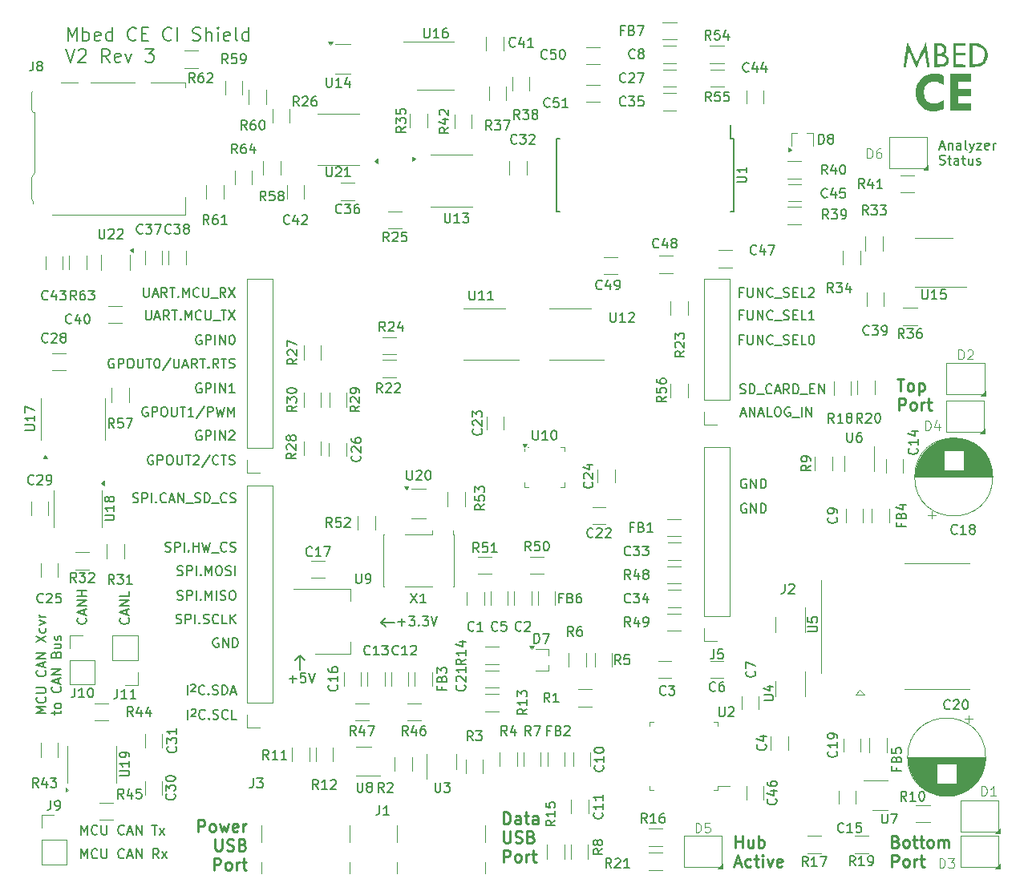
<source format=gto>
G04 #@! TF.GenerationSoftware,KiCad,Pcbnew,8.0.8+1*
G04 #@! TF.CreationDate,2025-07-08T07:12:23+00:00*
G04 #@! TF.ProjectId,mbed-ce-ci-shield-v2,6d626564-2d63-4652-9d63-692d73686965,0*
G04 #@! TF.SameCoordinates,Original*
G04 #@! TF.FileFunction,Legend,Top*
G04 #@! TF.FilePolarity,Positive*
%FSLAX46Y46*%
G04 Gerber Fmt 4.6, Leading zero omitted, Abs format (unit mm)*
G04 Created by KiCad (PCBNEW 8.0.8+1) date 2025-07-08 07:12:23*
%MOMM*%
%LPD*%
G01*
G04 APERTURE LIST*
%ADD10C,0.150000*%
%ADD11C,0.200000*%
%ADD12C,0.250000*%
%ADD13C,0.100000*%
%ADD14C,0.120000*%
%ADD15C,0.000000*%
G04 APERTURE END LIST*
D10*
X93000000Y-89500000D02*
X92500000Y-90000000D01*
X92500000Y-90000000D02*
X93000000Y-89500000D01*
X94000000Y-90000000D02*
X92500000Y-90000000D01*
X84500000Y-94000000D02*
X84000000Y-93500000D01*
X84000000Y-93500000D02*
X83500000Y-94000000D01*
X92500000Y-90000000D02*
X93000000Y-90500000D01*
X84000000Y-95000000D02*
X84000000Y-93500000D01*
D11*
X131093482Y-74899838D02*
X130998244Y-74852219D01*
X130998244Y-74852219D02*
X130855387Y-74852219D01*
X130855387Y-74852219D02*
X130712530Y-74899838D01*
X130712530Y-74899838D02*
X130617292Y-74995076D01*
X130617292Y-74995076D02*
X130569673Y-75090314D01*
X130569673Y-75090314D02*
X130522054Y-75280790D01*
X130522054Y-75280790D02*
X130522054Y-75423647D01*
X130522054Y-75423647D02*
X130569673Y-75614123D01*
X130569673Y-75614123D02*
X130617292Y-75709361D01*
X130617292Y-75709361D02*
X130712530Y-75804600D01*
X130712530Y-75804600D02*
X130855387Y-75852219D01*
X130855387Y-75852219D02*
X130950625Y-75852219D01*
X130950625Y-75852219D02*
X131093482Y-75804600D01*
X131093482Y-75804600D02*
X131141101Y-75756980D01*
X131141101Y-75756980D02*
X131141101Y-75423647D01*
X131141101Y-75423647D02*
X130950625Y-75423647D01*
X131569673Y-75852219D02*
X131569673Y-74852219D01*
X131569673Y-74852219D02*
X132141101Y-75852219D01*
X132141101Y-75852219D02*
X132141101Y-74852219D01*
X132617292Y-75852219D02*
X132617292Y-74852219D01*
X132617292Y-74852219D02*
X132855387Y-74852219D01*
X132855387Y-74852219D02*
X132998244Y-74899838D01*
X132998244Y-74899838D02*
X133093482Y-74995076D01*
X133093482Y-74995076D02*
X133141101Y-75090314D01*
X133141101Y-75090314D02*
X133188720Y-75280790D01*
X133188720Y-75280790D02*
X133188720Y-75423647D01*
X133188720Y-75423647D02*
X133141101Y-75614123D01*
X133141101Y-75614123D02*
X133093482Y-75709361D01*
X133093482Y-75709361D02*
X132998244Y-75804600D01*
X132998244Y-75804600D02*
X132855387Y-75852219D01*
X132855387Y-75852219D02*
X132617292Y-75852219D01*
X69749375Y-82504600D02*
X69892232Y-82552219D01*
X69892232Y-82552219D02*
X70130327Y-82552219D01*
X70130327Y-82552219D02*
X70225565Y-82504600D01*
X70225565Y-82504600D02*
X70273184Y-82456980D01*
X70273184Y-82456980D02*
X70320803Y-82361742D01*
X70320803Y-82361742D02*
X70320803Y-82266504D01*
X70320803Y-82266504D02*
X70273184Y-82171266D01*
X70273184Y-82171266D02*
X70225565Y-82123647D01*
X70225565Y-82123647D02*
X70130327Y-82076028D01*
X70130327Y-82076028D02*
X69939851Y-82028409D01*
X69939851Y-82028409D02*
X69844613Y-81980790D01*
X69844613Y-81980790D02*
X69796994Y-81933171D01*
X69796994Y-81933171D02*
X69749375Y-81837933D01*
X69749375Y-81837933D02*
X69749375Y-81742695D01*
X69749375Y-81742695D02*
X69796994Y-81647457D01*
X69796994Y-81647457D02*
X69844613Y-81599838D01*
X69844613Y-81599838D02*
X69939851Y-81552219D01*
X69939851Y-81552219D02*
X70177946Y-81552219D01*
X70177946Y-81552219D02*
X70320803Y-81599838D01*
X70749375Y-82552219D02*
X70749375Y-81552219D01*
X70749375Y-81552219D02*
X71130327Y-81552219D01*
X71130327Y-81552219D02*
X71225565Y-81599838D01*
X71225565Y-81599838D02*
X71273184Y-81647457D01*
X71273184Y-81647457D02*
X71320803Y-81742695D01*
X71320803Y-81742695D02*
X71320803Y-81885552D01*
X71320803Y-81885552D02*
X71273184Y-81980790D01*
X71273184Y-81980790D02*
X71225565Y-82028409D01*
X71225565Y-82028409D02*
X71130327Y-82076028D01*
X71130327Y-82076028D02*
X70749375Y-82076028D01*
X71749375Y-82552219D02*
X71749375Y-81552219D01*
X72225565Y-82456980D02*
X72273184Y-82504600D01*
X72273184Y-82504600D02*
X72225565Y-82552219D01*
X72225565Y-82552219D02*
X72177946Y-82504600D01*
X72177946Y-82504600D02*
X72225565Y-82456980D01*
X72225565Y-82456980D02*
X72225565Y-82552219D01*
X72701755Y-82552219D02*
X72701755Y-81552219D01*
X72701755Y-82028409D02*
X73273183Y-82028409D01*
X73273183Y-82552219D02*
X73273183Y-81552219D01*
X73654136Y-81552219D02*
X73892231Y-82552219D01*
X73892231Y-82552219D02*
X74082707Y-81837933D01*
X74082707Y-81837933D02*
X74273183Y-82552219D01*
X74273183Y-82552219D02*
X74511279Y-81552219D01*
X74654136Y-82647457D02*
X75416040Y-82647457D01*
X76225564Y-82456980D02*
X76177945Y-82504600D01*
X76177945Y-82504600D02*
X76035088Y-82552219D01*
X76035088Y-82552219D02*
X75939850Y-82552219D01*
X75939850Y-82552219D02*
X75796993Y-82504600D01*
X75796993Y-82504600D02*
X75701755Y-82409361D01*
X75701755Y-82409361D02*
X75654136Y-82314123D01*
X75654136Y-82314123D02*
X75606517Y-82123647D01*
X75606517Y-82123647D02*
X75606517Y-81980790D01*
X75606517Y-81980790D02*
X75654136Y-81790314D01*
X75654136Y-81790314D02*
X75701755Y-81695076D01*
X75701755Y-81695076D02*
X75796993Y-81599838D01*
X75796993Y-81599838D02*
X75939850Y-81552219D01*
X75939850Y-81552219D02*
X76035088Y-81552219D01*
X76035088Y-81552219D02*
X76177945Y-81599838D01*
X76177945Y-81599838D02*
X76225564Y-81647457D01*
X76606517Y-82504600D02*
X76749374Y-82552219D01*
X76749374Y-82552219D02*
X76987469Y-82552219D01*
X76987469Y-82552219D02*
X77082707Y-82504600D01*
X77082707Y-82504600D02*
X77130326Y-82456980D01*
X77130326Y-82456980D02*
X77177945Y-82361742D01*
X77177945Y-82361742D02*
X77177945Y-82266504D01*
X77177945Y-82266504D02*
X77130326Y-82171266D01*
X77130326Y-82171266D02*
X77082707Y-82123647D01*
X77082707Y-82123647D02*
X76987469Y-82076028D01*
X76987469Y-82076028D02*
X76796993Y-82028409D01*
X76796993Y-82028409D02*
X76701755Y-81980790D01*
X76701755Y-81980790D02*
X76654136Y-81933171D01*
X76654136Y-81933171D02*
X76606517Y-81837933D01*
X76606517Y-81837933D02*
X76606517Y-81742695D01*
X76606517Y-81742695D02*
X76654136Y-81647457D01*
X76654136Y-81647457D02*
X76701755Y-81599838D01*
X76701755Y-81599838D02*
X76796993Y-81552219D01*
X76796993Y-81552219D02*
X77035088Y-81552219D01*
X77035088Y-81552219D02*
X77177945Y-81599838D01*
X57147247Y-99630326D02*
X56147247Y-99630326D01*
X56147247Y-99630326D02*
X56861532Y-99296993D01*
X56861532Y-99296993D02*
X56147247Y-98963660D01*
X56147247Y-98963660D02*
X57147247Y-98963660D01*
X57052008Y-97916041D02*
X57099628Y-97963660D01*
X57099628Y-97963660D02*
X57147247Y-98106517D01*
X57147247Y-98106517D02*
X57147247Y-98201755D01*
X57147247Y-98201755D02*
X57099628Y-98344612D01*
X57099628Y-98344612D02*
X57004389Y-98439850D01*
X57004389Y-98439850D02*
X56909151Y-98487469D01*
X56909151Y-98487469D02*
X56718675Y-98535088D01*
X56718675Y-98535088D02*
X56575818Y-98535088D01*
X56575818Y-98535088D02*
X56385342Y-98487469D01*
X56385342Y-98487469D02*
X56290104Y-98439850D01*
X56290104Y-98439850D02*
X56194866Y-98344612D01*
X56194866Y-98344612D02*
X56147247Y-98201755D01*
X56147247Y-98201755D02*
X56147247Y-98106517D01*
X56147247Y-98106517D02*
X56194866Y-97963660D01*
X56194866Y-97963660D02*
X56242485Y-97916041D01*
X56147247Y-97487469D02*
X56956770Y-97487469D01*
X56956770Y-97487469D02*
X57052008Y-97439850D01*
X57052008Y-97439850D02*
X57099628Y-97392231D01*
X57099628Y-97392231D02*
X57147247Y-97296993D01*
X57147247Y-97296993D02*
X57147247Y-97106517D01*
X57147247Y-97106517D02*
X57099628Y-97011279D01*
X57099628Y-97011279D02*
X57052008Y-96963660D01*
X57052008Y-96963660D02*
X56956770Y-96916041D01*
X56956770Y-96916041D02*
X56147247Y-96916041D01*
X57052008Y-95106517D02*
X57099628Y-95154136D01*
X57099628Y-95154136D02*
X57147247Y-95296993D01*
X57147247Y-95296993D02*
X57147247Y-95392231D01*
X57147247Y-95392231D02*
X57099628Y-95535088D01*
X57099628Y-95535088D02*
X57004389Y-95630326D01*
X57004389Y-95630326D02*
X56909151Y-95677945D01*
X56909151Y-95677945D02*
X56718675Y-95725564D01*
X56718675Y-95725564D02*
X56575818Y-95725564D01*
X56575818Y-95725564D02*
X56385342Y-95677945D01*
X56385342Y-95677945D02*
X56290104Y-95630326D01*
X56290104Y-95630326D02*
X56194866Y-95535088D01*
X56194866Y-95535088D02*
X56147247Y-95392231D01*
X56147247Y-95392231D02*
X56147247Y-95296993D01*
X56147247Y-95296993D02*
X56194866Y-95154136D01*
X56194866Y-95154136D02*
X56242485Y-95106517D01*
X56861532Y-94725564D02*
X56861532Y-94249374D01*
X57147247Y-94820802D02*
X56147247Y-94487469D01*
X56147247Y-94487469D02*
X57147247Y-94154136D01*
X57147247Y-93820802D02*
X56147247Y-93820802D01*
X56147247Y-93820802D02*
X57147247Y-93249374D01*
X57147247Y-93249374D02*
X56147247Y-93249374D01*
X56147247Y-92106516D02*
X57147247Y-91439850D01*
X56147247Y-91439850D02*
X57147247Y-92106516D01*
X57099628Y-90630326D02*
X57147247Y-90725564D01*
X57147247Y-90725564D02*
X57147247Y-90916040D01*
X57147247Y-90916040D02*
X57099628Y-91011278D01*
X57099628Y-91011278D02*
X57052008Y-91058897D01*
X57052008Y-91058897D02*
X56956770Y-91106516D01*
X56956770Y-91106516D02*
X56671056Y-91106516D01*
X56671056Y-91106516D02*
X56575818Y-91058897D01*
X56575818Y-91058897D02*
X56528199Y-91011278D01*
X56528199Y-91011278D02*
X56480580Y-90916040D01*
X56480580Y-90916040D02*
X56480580Y-90725564D01*
X56480580Y-90725564D02*
X56528199Y-90630326D01*
X56480580Y-90296992D02*
X57147247Y-90058897D01*
X57147247Y-90058897D02*
X56480580Y-89820802D01*
X57147247Y-89439849D02*
X56480580Y-89439849D01*
X56671056Y-89439849D02*
X56575818Y-89392230D01*
X56575818Y-89392230D02*
X56528199Y-89344611D01*
X56528199Y-89344611D02*
X56480580Y-89249373D01*
X56480580Y-89249373D02*
X56480580Y-89154135D01*
X58090524Y-99773183D02*
X58090524Y-99392231D01*
X57757191Y-99630326D02*
X58614333Y-99630326D01*
X58614333Y-99630326D02*
X58709572Y-99582707D01*
X58709572Y-99582707D02*
X58757191Y-99487469D01*
X58757191Y-99487469D02*
X58757191Y-99392231D01*
X58757191Y-98916040D02*
X58709572Y-99011278D01*
X58709572Y-99011278D02*
X58661952Y-99058897D01*
X58661952Y-99058897D02*
X58566714Y-99106516D01*
X58566714Y-99106516D02*
X58281000Y-99106516D01*
X58281000Y-99106516D02*
X58185762Y-99058897D01*
X58185762Y-99058897D02*
X58138143Y-99011278D01*
X58138143Y-99011278D02*
X58090524Y-98916040D01*
X58090524Y-98916040D02*
X58090524Y-98773183D01*
X58090524Y-98773183D02*
X58138143Y-98677945D01*
X58138143Y-98677945D02*
X58185762Y-98630326D01*
X58185762Y-98630326D02*
X58281000Y-98582707D01*
X58281000Y-98582707D02*
X58566714Y-98582707D01*
X58566714Y-98582707D02*
X58661952Y-98630326D01*
X58661952Y-98630326D02*
X58709572Y-98677945D01*
X58709572Y-98677945D02*
X58757191Y-98773183D01*
X58757191Y-98773183D02*
X58757191Y-98916040D01*
X58661952Y-96820802D02*
X58709572Y-96868421D01*
X58709572Y-96868421D02*
X58757191Y-97011278D01*
X58757191Y-97011278D02*
X58757191Y-97106516D01*
X58757191Y-97106516D02*
X58709572Y-97249373D01*
X58709572Y-97249373D02*
X58614333Y-97344611D01*
X58614333Y-97344611D02*
X58519095Y-97392230D01*
X58519095Y-97392230D02*
X58328619Y-97439849D01*
X58328619Y-97439849D02*
X58185762Y-97439849D01*
X58185762Y-97439849D02*
X57995286Y-97392230D01*
X57995286Y-97392230D02*
X57900048Y-97344611D01*
X57900048Y-97344611D02*
X57804810Y-97249373D01*
X57804810Y-97249373D02*
X57757191Y-97106516D01*
X57757191Y-97106516D02*
X57757191Y-97011278D01*
X57757191Y-97011278D02*
X57804810Y-96868421D01*
X57804810Y-96868421D02*
X57852429Y-96820802D01*
X58471476Y-96439849D02*
X58471476Y-95963659D01*
X58757191Y-96535087D02*
X57757191Y-96201754D01*
X57757191Y-96201754D02*
X58757191Y-95868421D01*
X58757191Y-95535087D02*
X57757191Y-95535087D01*
X57757191Y-95535087D02*
X58757191Y-94963659D01*
X58757191Y-94963659D02*
X57757191Y-94963659D01*
X58233381Y-93392230D02*
X58281000Y-93249373D01*
X58281000Y-93249373D02*
X58328619Y-93201754D01*
X58328619Y-93201754D02*
X58423857Y-93154135D01*
X58423857Y-93154135D02*
X58566714Y-93154135D01*
X58566714Y-93154135D02*
X58661952Y-93201754D01*
X58661952Y-93201754D02*
X58709572Y-93249373D01*
X58709572Y-93249373D02*
X58757191Y-93344611D01*
X58757191Y-93344611D02*
X58757191Y-93725563D01*
X58757191Y-93725563D02*
X57757191Y-93725563D01*
X57757191Y-93725563D02*
X57757191Y-93392230D01*
X57757191Y-93392230D02*
X57804810Y-93296992D01*
X57804810Y-93296992D02*
X57852429Y-93249373D01*
X57852429Y-93249373D02*
X57947667Y-93201754D01*
X57947667Y-93201754D02*
X58042905Y-93201754D01*
X58042905Y-93201754D02*
X58138143Y-93249373D01*
X58138143Y-93249373D02*
X58185762Y-93296992D01*
X58185762Y-93296992D02*
X58233381Y-93392230D01*
X58233381Y-93392230D02*
X58233381Y-93725563D01*
X58090524Y-92296992D02*
X58757191Y-92296992D01*
X58090524Y-92725563D02*
X58614333Y-92725563D01*
X58614333Y-92725563D02*
X58709572Y-92677944D01*
X58709572Y-92677944D02*
X58757191Y-92582706D01*
X58757191Y-92582706D02*
X58757191Y-92439849D01*
X58757191Y-92439849D02*
X58709572Y-92344611D01*
X58709572Y-92344611D02*
X58661952Y-92296992D01*
X58709572Y-91868420D02*
X58757191Y-91773182D01*
X58757191Y-91773182D02*
X58757191Y-91582706D01*
X58757191Y-91582706D02*
X58709572Y-91487468D01*
X58709572Y-91487468D02*
X58614333Y-91439849D01*
X58614333Y-91439849D02*
X58566714Y-91439849D01*
X58566714Y-91439849D02*
X58471476Y-91487468D01*
X58471476Y-91487468D02*
X58423857Y-91582706D01*
X58423857Y-91582706D02*
X58423857Y-91725563D01*
X58423857Y-91725563D02*
X58376238Y-91820801D01*
X58376238Y-91820801D02*
X58281000Y-91868420D01*
X58281000Y-91868420D02*
X58233381Y-91868420D01*
X58233381Y-91868420D02*
X58138143Y-91820801D01*
X58138143Y-91820801D02*
X58090524Y-91725563D01*
X58090524Y-91725563D02*
X58090524Y-91582706D01*
X58090524Y-91582706D02*
X58138143Y-91487468D01*
X59464911Y-28564344D02*
X59464911Y-27164344D01*
X59464911Y-27164344D02*
X59931578Y-28164344D01*
X59931578Y-28164344D02*
X60398244Y-27164344D01*
X60398244Y-27164344D02*
X60398244Y-28564344D01*
X61064911Y-28564344D02*
X61064911Y-27164344D01*
X61064911Y-27697678D02*
X61198244Y-27631011D01*
X61198244Y-27631011D02*
X61464911Y-27631011D01*
X61464911Y-27631011D02*
X61598244Y-27697678D01*
X61598244Y-27697678D02*
X61664911Y-27764344D01*
X61664911Y-27764344D02*
X61731578Y-27897678D01*
X61731578Y-27897678D02*
X61731578Y-28297678D01*
X61731578Y-28297678D02*
X61664911Y-28431011D01*
X61664911Y-28431011D02*
X61598244Y-28497678D01*
X61598244Y-28497678D02*
X61464911Y-28564344D01*
X61464911Y-28564344D02*
X61198244Y-28564344D01*
X61198244Y-28564344D02*
X61064911Y-28497678D01*
X62864911Y-28497678D02*
X62731578Y-28564344D01*
X62731578Y-28564344D02*
X62464911Y-28564344D01*
X62464911Y-28564344D02*
X62331578Y-28497678D01*
X62331578Y-28497678D02*
X62264911Y-28364344D01*
X62264911Y-28364344D02*
X62264911Y-27831011D01*
X62264911Y-27831011D02*
X62331578Y-27697678D01*
X62331578Y-27697678D02*
X62464911Y-27631011D01*
X62464911Y-27631011D02*
X62731578Y-27631011D01*
X62731578Y-27631011D02*
X62864911Y-27697678D01*
X62864911Y-27697678D02*
X62931578Y-27831011D01*
X62931578Y-27831011D02*
X62931578Y-27964344D01*
X62931578Y-27964344D02*
X62264911Y-28097678D01*
X64131578Y-28564344D02*
X64131578Y-27164344D01*
X64131578Y-28497678D02*
X63998245Y-28564344D01*
X63998245Y-28564344D02*
X63731578Y-28564344D01*
X63731578Y-28564344D02*
X63598245Y-28497678D01*
X63598245Y-28497678D02*
X63531578Y-28431011D01*
X63531578Y-28431011D02*
X63464911Y-28297678D01*
X63464911Y-28297678D02*
X63464911Y-27897678D01*
X63464911Y-27897678D02*
X63531578Y-27764344D01*
X63531578Y-27764344D02*
X63598245Y-27697678D01*
X63598245Y-27697678D02*
X63731578Y-27631011D01*
X63731578Y-27631011D02*
X63998245Y-27631011D01*
X63998245Y-27631011D02*
X64131578Y-27697678D01*
X66664912Y-28431011D02*
X66598245Y-28497678D01*
X66598245Y-28497678D02*
X66398245Y-28564344D01*
X66398245Y-28564344D02*
X66264912Y-28564344D01*
X66264912Y-28564344D02*
X66064912Y-28497678D01*
X66064912Y-28497678D02*
X65931579Y-28364344D01*
X65931579Y-28364344D02*
X65864912Y-28231011D01*
X65864912Y-28231011D02*
X65798245Y-27964344D01*
X65798245Y-27964344D02*
X65798245Y-27764344D01*
X65798245Y-27764344D02*
X65864912Y-27497678D01*
X65864912Y-27497678D02*
X65931579Y-27364344D01*
X65931579Y-27364344D02*
X66064912Y-27231011D01*
X66064912Y-27231011D02*
X66264912Y-27164344D01*
X66264912Y-27164344D02*
X66398245Y-27164344D01*
X66398245Y-27164344D02*
X66598245Y-27231011D01*
X66598245Y-27231011D02*
X66664912Y-27297678D01*
X67264912Y-27831011D02*
X67731579Y-27831011D01*
X67931579Y-28564344D02*
X67264912Y-28564344D01*
X67264912Y-28564344D02*
X67264912Y-27164344D01*
X67264912Y-27164344D02*
X67931579Y-27164344D01*
X70398246Y-28431011D02*
X70331579Y-28497678D01*
X70331579Y-28497678D02*
X70131579Y-28564344D01*
X70131579Y-28564344D02*
X69998246Y-28564344D01*
X69998246Y-28564344D02*
X69798246Y-28497678D01*
X69798246Y-28497678D02*
X69664913Y-28364344D01*
X69664913Y-28364344D02*
X69598246Y-28231011D01*
X69598246Y-28231011D02*
X69531579Y-27964344D01*
X69531579Y-27964344D02*
X69531579Y-27764344D01*
X69531579Y-27764344D02*
X69598246Y-27497678D01*
X69598246Y-27497678D02*
X69664913Y-27364344D01*
X69664913Y-27364344D02*
X69798246Y-27231011D01*
X69798246Y-27231011D02*
X69998246Y-27164344D01*
X69998246Y-27164344D02*
X70131579Y-27164344D01*
X70131579Y-27164344D02*
X70331579Y-27231011D01*
X70331579Y-27231011D02*
X70398246Y-27297678D01*
X70998246Y-28564344D02*
X70998246Y-27164344D01*
X72664913Y-28497678D02*
X72864913Y-28564344D01*
X72864913Y-28564344D02*
X73198247Y-28564344D01*
X73198247Y-28564344D02*
X73331580Y-28497678D01*
X73331580Y-28497678D02*
X73398247Y-28431011D01*
X73398247Y-28431011D02*
X73464913Y-28297678D01*
X73464913Y-28297678D02*
X73464913Y-28164344D01*
X73464913Y-28164344D02*
X73398247Y-28031011D01*
X73398247Y-28031011D02*
X73331580Y-27964344D01*
X73331580Y-27964344D02*
X73198247Y-27897678D01*
X73198247Y-27897678D02*
X72931580Y-27831011D01*
X72931580Y-27831011D02*
X72798247Y-27764344D01*
X72798247Y-27764344D02*
X72731580Y-27697678D01*
X72731580Y-27697678D02*
X72664913Y-27564344D01*
X72664913Y-27564344D02*
X72664913Y-27431011D01*
X72664913Y-27431011D02*
X72731580Y-27297678D01*
X72731580Y-27297678D02*
X72798247Y-27231011D01*
X72798247Y-27231011D02*
X72931580Y-27164344D01*
X72931580Y-27164344D02*
X73264913Y-27164344D01*
X73264913Y-27164344D02*
X73464913Y-27231011D01*
X74064913Y-28564344D02*
X74064913Y-27164344D01*
X74664913Y-28564344D02*
X74664913Y-27831011D01*
X74664913Y-27831011D02*
X74598246Y-27697678D01*
X74598246Y-27697678D02*
X74464913Y-27631011D01*
X74464913Y-27631011D02*
X74264913Y-27631011D01*
X74264913Y-27631011D02*
X74131580Y-27697678D01*
X74131580Y-27697678D02*
X74064913Y-27764344D01*
X75331580Y-28564344D02*
X75331580Y-27631011D01*
X75331580Y-27164344D02*
X75264913Y-27231011D01*
X75264913Y-27231011D02*
X75331580Y-27297678D01*
X75331580Y-27297678D02*
X75398247Y-27231011D01*
X75398247Y-27231011D02*
X75331580Y-27164344D01*
X75331580Y-27164344D02*
X75331580Y-27297678D01*
X76531580Y-28497678D02*
X76398247Y-28564344D01*
X76398247Y-28564344D02*
X76131580Y-28564344D01*
X76131580Y-28564344D02*
X75998247Y-28497678D01*
X75998247Y-28497678D02*
X75931580Y-28364344D01*
X75931580Y-28364344D02*
X75931580Y-27831011D01*
X75931580Y-27831011D02*
X75998247Y-27697678D01*
X75998247Y-27697678D02*
X76131580Y-27631011D01*
X76131580Y-27631011D02*
X76398247Y-27631011D01*
X76398247Y-27631011D02*
X76531580Y-27697678D01*
X76531580Y-27697678D02*
X76598247Y-27831011D01*
X76598247Y-27831011D02*
X76598247Y-27964344D01*
X76598247Y-27964344D02*
X75931580Y-28097678D01*
X77398247Y-28564344D02*
X77264914Y-28497678D01*
X77264914Y-28497678D02*
X77198247Y-28364344D01*
X77198247Y-28364344D02*
X77198247Y-27164344D01*
X78531580Y-28564344D02*
X78531580Y-27164344D01*
X78531580Y-28497678D02*
X78398247Y-28564344D01*
X78398247Y-28564344D02*
X78131580Y-28564344D01*
X78131580Y-28564344D02*
X77998247Y-28497678D01*
X77998247Y-28497678D02*
X77931580Y-28431011D01*
X77931580Y-28431011D02*
X77864913Y-28297678D01*
X77864913Y-28297678D02*
X77864913Y-27897678D01*
X77864913Y-27897678D02*
X77931580Y-27764344D01*
X77931580Y-27764344D02*
X77998247Y-27697678D01*
X77998247Y-27697678D02*
X78131580Y-27631011D01*
X78131580Y-27631011D02*
X78398247Y-27631011D01*
X78398247Y-27631011D02*
X78531580Y-27697678D01*
X59264911Y-29418266D02*
X59731578Y-30818266D01*
X59731578Y-30818266D02*
X60198244Y-29418266D01*
X60598244Y-29551600D02*
X60664911Y-29484933D01*
X60664911Y-29484933D02*
X60798244Y-29418266D01*
X60798244Y-29418266D02*
X61131578Y-29418266D01*
X61131578Y-29418266D02*
X61264911Y-29484933D01*
X61264911Y-29484933D02*
X61331578Y-29551600D01*
X61331578Y-29551600D02*
X61398244Y-29684933D01*
X61398244Y-29684933D02*
X61398244Y-29818266D01*
X61398244Y-29818266D02*
X61331578Y-30018266D01*
X61331578Y-30018266D02*
X60531578Y-30818266D01*
X60531578Y-30818266D02*
X61398244Y-30818266D01*
X63864911Y-30818266D02*
X63398244Y-30151600D01*
X63064911Y-30818266D02*
X63064911Y-29418266D01*
X63064911Y-29418266D02*
X63598244Y-29418266D01*
X63598244Y-29418266D02*
X63731578Y-29484933D01*
X63731578Y-29484933D02*
X63798244Y-29551600D01*
X63798244Y-29551600D02*
X63864911Y-29684933D01*
X63864911Y-29684933D02*
X63864911Y-29884933D01*
X63864911Y-29884933D02*
X63798244Y-30018266D01*
X63798244Y-30018266D02*
X63731578Y-30084933D01*
X63731578Y-30084933D02*
X63598244Y-30151600D01*
X63598244Y-30151600D02*
X63064911Y-30151600D01*
X64998244Y-30751600D02*
X64864911Y-30818266D01*
X64864911Y-30818266D02*
X64598244Y-30818266D01*
X64598244Y-30818266D02*
X64464911Y-30751600D01*
X64464911Y-30751600D02*
X64398244Y-30618266D01*
X64398244Y-30618266D02*
X64398244Y-30084933D01*
X64398244Y-30084933D02*
X64464911Y-29951600D01*
X64464911Y-29951600D02*
X64598244Y-29884933D01*
X64598244Y-29884933D02*
X64864911Y-29884933D01*
X64864911Y-29884933D02*
X64998244Y-29951600D01*
X64998244Y-29951600D02*
X65064911Y-30084933D01*
X65064911Y-30084933D02*
X65064911Y-30218266D01*
X65064911Y-30218266D02*
X64398244Y-30351600D01*
X65531578Y-29884933D02*
X65864911Y-30818266D01*
X65864911Y-30818266D02*
X66198244Y-29884933D01*
X67664912Y-29418266D02*
X68531578Y-29418266D01*
X68531578Y-29418266D02*
X68064912Y-29951600D01*
X68064912Y-29951600D02*
X68264912Y-29951600D01*
X68264912Y-29951600D02*
X68398245Y-30018266D01*
X68398245Y-30018266D02*
X68464912Y-30084933D01*
X68464912Y-30084933D02*
X68531578Y-30218266D01*
X68531578Y-30218266D02*
X68531578Y-30551600D01*
X68531578Y-30551600D02*
X68464912Y-30684933D01*
X68464912Y-30684933D02*
X68398245Y-30751600D01*
X68398245Y-30751600D02*
X68264912Y-30818266D01*
X68264912Y-30818266D02*
X67864912Y-30818266D01*
X67864912Y-30818266D02*
X67731578Y-30751600D01*
X67731578Y-30751600D02*
X67664912Y-30684933D01*
X73554136Y-59699838D02*
X73458898Y-59652219D01*
X73458898Y-59652219D02*
X73316041Y-59652219D01*
X73316041Y-59652219D02*
X73173184Y-59699838D01*
X73173184Y-59699838D02*
X73077946Y-59795076D01*
X73077946Y-59795076D02*
X73030327Y-59890314D01*
X73030327Y-59890314D02*
X72982708Y-60080790D01*
X72982708Y-60080790D02*
X72982708Y-60223647D01*
X72982708Y-60223647D02*
X73030327Y-60414123D01*
X73030327Y-60414123D02*
X73077946Y-60509361D01*
X73077946Y-60509361D02*
X73173184Y-60604600D01*
X73173184Y-60604600D02*
X73316041Y-60652219D01*
X73316041Y-60652219D02*
X73411279Y-60652219D01*
X73411279Y-60652219D02*
X73554136Y-60604600D01*
X73554136Y-60604600D02*
X73601755Y-60556980D01*
X73601755Y-60556980D02*
X73601755Y-60223647D01*
X73601755Y-60223647D02*
X73411279Y-60223647D01*
X74030327Y-60652219D02*
X74030327Y-59652219D01*
X74030327Y-59652219D02*
X74411279Y-59652219D01*
X74411279Y-59652219D02*
X74506517Y-59699838D01*
X74506517Y-59699838D02*
X74554136Y-59747457D01*
X74554136Y-59747457D02*
X74601755Y-59842695D01*
X74601755Y-59842695D02*
X74601755Y-59985552D01*
X74601755Y-59985552D02*
X74554136Y-60080790D01*
X74554136Y-60080790D02*
X74506517Y-60128409D01*
X74506517Y-60128409D02*
X74411279Y-60176028D01*
X74411279Y-60176028D02*
X74030327Y-60176028D01*
X75030327Y-60652219D02*
X75030327Y-59652219D01*
X75506517Y-60652219D02*
X75506517Y-59652219D01*
X75506517Y-59652219D02*
X76077945Y-60652219D01*
X76077945Y-60652219D02*
X76077945Y-59652219D01*
X76744612Y-59652219D02*
X76839850Y-59652219D01*
X76839850Y-59652219D02*
X76935088Y-59699838D01*
X76935088Y-59699838D02*
X76982707Y-59747457D01*
X76982707Y-59747457D02*
X77030326Y-59842695D01*
X77030326Y-59842695D02*
X77077945Y-60033171D01*
X77077945Y-60033171D02*
X77077945Y-60271266D01*
X77077945Y-60271266D02*
X77030326Y-60461742D01*
X77030326Y-60461742D02*
X76982707Y-60556980D01*
X76982707Y-60556980D02*
X76935088Y-60604600D01*
X76935088Y-60604600D02*
X76839850Y-60652219D01*
X76839850Y-60652219D02*
X76744612Y-60652219D01*
X76744612Y-60652219D02*
X76649374Y-60604600D01*
X76649374Y-60604600D02*
X76601755Y-60556980D01*
X76601755Y-60556980D02*
X76554136Y-60461742D01*
X76554136Y-60461742D02*
X76506517Y-60271266D01*
X76506517Y-60271266D02*
X76506517Y-60033171D01*
X76506517Y-60033171D02*
X76554136Y-59842695D01*
X76554136Y-59842695D02*
X76601755Y-59747457D01*
X76601755Y-59747457D02*
X76649374Y-59699838D01*
X76649374Y-59699838D02*
X76744612Y-59652219D01*
X60869673Y-114952219D02*
X60869673Y-113952219D01*
X60869673Y-113952219D02*
X61203006Y-114666504D01*
X61203006Y-114666504D02*
X61536339Y-113952219D01*
X61536339Y-113952219D02*
X61536339Y-114952219D01*
X62583958Y-114856980D02*
X62536339Y-114904600D01*
X62536339Y-114904600D02*
X62393482Y-114952219D01*
X62393482Y-114952219D02*
X62298244Y-114952219D01*
X62298244Y-114952219D02*
X62155387Y-114904600D01*
X62155387Y-114904600D02*
X62060149Y-114809361D01*
X62060149Y-114809361D02*
X62012530Y-114714123D01*
X62012530Y-114714123D02*
X61964911Y-114523647D01*
X61964911Y-114523647D02*
X61964911Y-114380790D01*
X61964911Y-114380790D02*
X62012530Y-114190314D01*
X62012530Y-114190314D02*
X62060149Y-114095076D01*
X62060149Y-114095076D02*
X62155387Y-113999838D01*
X62155387Y-113999838D02*
X62298244Y-113952219D01*
X62298244Y-113952219D02*
X62393482Y-113952219D01*
X62393482Y-113952219D02*
X62536339Y-113999838D01*
X62536339Y-113999838D02*
X62583958Y-114047457D01*
X63012530Y-113952219D02*
X63012530Y-114761742D01*
X63012530Y-114761742D02*
X63060149Y-114856980D01*
X63060149Y-114856980D02*
X63107768Y-114904600D01*
X63107768Y-114904600D02*
X63203006Y-114952219D01*
X63203006Y-114952219D02*
X63393482Y-114952219D01*
X63393482Y-114952219D02*
X63488720Y-114904600D01*
X63488720Y-114904600D02*
X63536339Y-114856980D01*
X63536339Y-114856980D02*
X63583958Y-114761742D01*
X63583958Y-114761742D02*
X63583958Y-113952219D01*
X65393482Y-114856980D02*
X65345863Y-114904600D01*
X65345863Y-114904600D02*
X65203006Y-114952219D01*
X65203006Y-114952219D02*
X65107768Y-114952219D01*
X65107768Y-114952219D02*
X64964911Y-114904600D01*
X64964911Y-114904600D02*
X64869673Y-114809361D01*
X64869673Y-114809361D02*
X64822054Y-114714123D01*
X64822054Y-114714123D02*
X64774435Y-114523647D01*
X64774435Y-114523647D02*
X64774435Y-114380790D01*
X64774435Y-114380790D02*
X64822054Y-114190314D01*
X64822054Y-114190314D02*
X64869673Y-114095076D01*
X64869673Y-114095076D02*
X64964911Y-113999838D01*
X64964911Y-113999838D02*
X65107768Y-113952219D01*
X65107768Y-113952219D02*
X65203006Y-113952219D01*
X65203006Y-113952219D02*
X65345863Y-113999838D01*
X65345863Y-113999838D02*
X65393482Y-114047457D01*
X65774435Y-114666504D02*
X66250625Y-114666504D01*
X65679197Y-114952219D02*
X66012530Y-113952219D01*
X66012530Y-113952219D02*
X66345863Y-114952219D01*
X66679197Y-114952219D02*
X66679197Y-113952219D01*
X66679197Y-113952219D02*
X67250625Y-114952219D01*
X67250625Y-114952219D02*
X67250625Y-113952219D01*
X69060149Y-114952219D02*
X68726816Y-114476028D01*
X68488721Y-114952219D02*
X68488721Y-113952219D01*
X68488721Y-113952219D02*
X68869673Y-113952219D01*
X68869673Y-113952219D02*
X68964911Y-113999838D01*
X68964911Y-113999838D02*
X69012530Y-114047457D01*
X69012530Y-114047457D02*
X69060149Y-114142695D01*
X69060149Y-114142695D02*
X69060149Y-114285552D01*
X69060149Y-114285552D02*
X69012530Y-114380790D01*
X69012530Y-114380790D02*
X68964911Y-114428409D01*
X68964911Y-114428409D02*
X68869673Y-114476028D01*
X68869673Y-114476028D02*
X68488721Y-114476028D01*
X69393483Y-114952219D02*
X69917292Y-114285552D01*
X69393483Y-114285552D02*
X69917292Y-114952219D01*
X130522054Y-67966504D02*
X130998244Y-67966504D01*
X130426816Y-68252219D02*
X130760149Y-67252219D01*
X130760149Y-67252219D02*
X131093482Y-68252219D01*
X131426816Y-68252219D02*
X131426816Y-67252219D01*
X131426816Y-67252219D02*
X131998244Y-68252219D01*
X131998244Y-68252219D02*
X131998244Y-67252219D01*
X132426816Y-67966504D02*
X132903006Y-67966504D01*
X132331578Y-68252219D02*
X132664911Y-67252219D01*
X132664911Y-67252219D02*
X132998244Y-68252219D01*
X133807768Y-68252219D02*
X133331578Y-68252219D01*
X133331578Y-68252219D02*
X133331578Y-67252219D01*
X134331578Y-67252219D02*
X134522054Y-67252219D01*
X134522054Y-67252219D02*
X134617292Y-67299838D01*
X134617292Y-67299838D02*
X134712530Y-67395076D01*
X134712530Y-67395076D02*
X134760149Y-67585552D01*
X134760149Y-67585552D02*
X134760149Y-67918885D01*
X134760149Y-67918885D02*
X134712530Y-68109361D01*
X134712530Y-68109361D02*
X134617292Y-68204600D01*
X134617292Y-68204600D02*
X134522054Y-68252219D01*
X134522054Y-68252219D02*
X134331578Y-68252219D01*
X134331578Y-68252219D02*
X134236340Y-68204600D01*
X134236340Y-68204600D02*
X134141102Y-68109361D01*
X134141102Y-68109361D02*
X134093483Y-67918885D01*
X134093483Y-67918885D02*
X134093483Y-67585552D01*
X134093483Y-67585552D02*
X134141102Y-67395076D01*
X134141102Y-67395076D02*
X134236340Y-67299838D01*
X134236340Y-67299838D02*
X134331578Y-67252219D01*
X135712530Y-67299838D02*
X135617292Y-67252219D01*
X135617292Y-67252219D02*
X135474435Y-67252219D01*
X135474435Y-67252219D02*
X135331578Y-67299838D01*
X135331578Y-67299838D02*
X135236340Y-67395076D01*
X135236340Y-67395076D02*
X135188721Y-67490314D01*
X135188721Y-67490314D02*
X135141102Y-67680790D01*
X135141102Y-67680790D02*
X135141102Y-67823647D01*
X135141102Y-67823647D02*
X135188721Y-68014123D01*
X135188721Y-68014123D02*
X135236340Y-68109361D01*
X135236340Y-68109361D02*
X135331578Y-68204600D01*
X135331578Y-68204600D02*
X135474435Y-68252219D01*
X135474435Y-68252219D02*
X135569673Y-68252219D01*
X135569673Y-68252219D02*
X135712530Y-68204600D01*
X135712530Y-68204600D02*
X135760149Y-68156980D01*
X135760149Y-68156980D02*
X135760149Y-67823647D01*
X135760149Y-67823647D02*
X135569673Y-67823647D01*
X135950626Y-68347457D02*
X136712530Y-68347457D01*
X136950626Y-68252219D02*
X136950626Y-67252219D01*
X137426816Y-68252219D02*
X137426816Y-67252219D01*
X137426816Y-67252219D02*
X137998244Y-68252219D01*
X137998244Y-68252219D02*
X137998244Y-67252219D01*
X67696993Y-57052219D02*
X67696993Y-57861742D01*
X67696993Y-57861742D02*
X67744612Y-57956980D01*
X67744612Y-57956980D02*
X67792231Y-58004600D01*
X67792231Y-58004600D02*
X67887469Y-58052219D01*
X67887469Y-58052219D02*
X68077945Y-58052219D01*
X68077945Y-58052219D02*
X68173183Y-58004600D01*
X68173183Y-58004600D02*
X68220802Y-57956980D01*
X68220802Y-57956980D02*
X68268421Y-57861742D01*
X68268421Y-57861742D02*
X68268421Y-57052219D01*
X68696993Y-57766504D02*
X69173183Y-57766504D01*
X68601755Y-58052219D02*
X68935088Y-57052219D01*
X68935088Y-57052219D02*
X69268421Y-58052219D01*
X70173183Y-58052219D02*
X69839850Y-57576028D01*
X69601755Y-58052219D02*
X69601755Y-57052219D01*
X69601755Y-57052219D02*
X69982707Y-57052219D01*
X69982707Y-57052219D02*
X70077945Y-57099838D01*
X70077945Y-57099838D02*
X70125564Y-57147457D01*
X70125564Y-57147457D02*
X70173183Y-57242695D01*
X70173183Y-57242695D02*
X70173183Y-57385552D01*
X70173183Y-57385552D02*
X70125564Y-57480790D01*
X70125564Y-57480790D02*
X70077945Y-57528409D01*
X70077945Y-57528409D02*
X69982707Y-57576028D01*
X69982707Y-57576028D02*
X69601755Y-57576028D01*
X70458898Y-57052219D02*
X71030326Y-57052219D01*
X70744612Y-58052219D02*
X70744612Y-57052219D01*
X71363660Y-57956980D02*
X71411279Y-58004600D01*
X71411279Y-58004600D02*
X71363660Y-58052219D01*
X71363660Y-58052219D02*
X71316041Y-58004600D01*
X71316041Y-58004600D02*
X71363660Y-57956980D01*
X71363660Y-57956980D02*
X71363660Y-58052219D01*
X71839850Y-58052219D02*
X71839850Y-57052219D01*
X71839850Y-57052219D02*
X72173183Y-57766504D01*
X72173183Y-57766504D02*
X72506516Y-57052219D01*
X72506516Y-57052219D02*
X72506516Y-58052219D01*
X73554135Y-57956980D02*
X73506516Y-58004600D01*
X73506516Y-58004600D02*
X73363659Y-58052219D01*
X73363659Y-58052219D02*
X73268421Y-58052219D01*
X73268421Y-58052219D02*
X73125564Y-58004600D01*
X73125564Y-58004600D02*
X73030326Y-57909361D01*
X73030326Y-57909361D02*
X72982707Y-57814123D01*
X72982707Y-57814123D02*
X72935088Y-57623647D01*
X72935088Y-57623647D02*
X72935088Y-57480790D01*
X72935088Y-57480790D02*
X72982707Y-57290314D01*
X72982707Y-57290314D02*
X73030326Y-57195076D01*
X73030326Y-57195076D02*
X73125564Y-57099838D01*
X73125564Y-57099838D02*
X73268421Y-57052219D01*
X73268421Y-57052219D02*
X73363659Y-57052219D01*
X73363659Y-57052219D02*
X73506516Y-57099838D01*
X73506516Y-57099838D02*
X73554135Y-57147457D01*
X73982707Y-57052219D02*
X73982707Y-57861742D01*
X73982707Y-57861742D02*
X74030326Y-57956980D01*
X74030326Y-57956980D02*
X74077945Y-58004600D01*
X74077945Y-58004600D02*
X74173183Y-58052219D01*
X74173183Y-58052219D02*
X74363659Y-58052219D01*
X74363659Y-58052219D02*
X74458897Y-58004600D01*
X74458897Y-58004600D02*
X74506516Y-57956980D01*
X74506516Y-57956980D02*
X74554135Y-57861742D01*
X74554135Y-57861742D02*
X74554135Y-57052219D01*
X74792231Y-58147457D02*
X75554135Y-58147457D01*
X75649374Y-57052219D02*
X76220802Y-57052219D01*
X75935088Y-58052219D02*
X75935088Y-57052219D01*
X76458898Y-57052219D02*
X77125564Y-58052219D01*
X77125564Y-57052219D02*
X76458898Y-58052219D01*
X130706516Y-55128409D02*
X130373183Y-55128409D01*
X130373183Y-55652219D02*
X130373183Y-54652219D01*
X130373183Y-54652219D02*
X130849373Y-54652219D01*
X131230326Y-54652219D02*
X131230326Y-55461742D01*
X131230326Y-55461742D02*
X131277945Y-55556980D01*
X131277945Y-55556980D02*
X131325564Y-55604600D01*
X131325564Y-55604600D02*
X131420802Y-55652219D01*
X131420802Y-55652219D02*
X131611278Y-55652219D01*
X131611278Y-55652219D02*
X131706516Y-55604600D01*
X131706516Y-55604600D02*
X131754135Y-55556980D01*
X131754135Y-55556980D02*
X131801754Y-55461742D01*
X131801754Y-55461742D02*
X131801754Y-54652219D01*
X132277945Y-55652219D02*
X132277945Y-54652219D01*
X132277945Y-54652219D02*
X132849373Y-55652219D01*
X132849373Y-55652219D02*
X132849373Y-54652219D01*
X133896992Y-55556980D02*
X133849373Y-55604600D01*
X133849373Y-55604600D02*
X133706516Y-55652219D01*
X133706516Y-55652219D02*
X133611278Y-55652219D01*
X133611278Y-55652219D02*
X133468421Y-55604600D01*
X133468421Y-55604600D02*
X133373183Y-55509361D01*
X133373183Y-55509361D02*
X133325564Y-55414123D01*
X133325564Y-55414123D02*
X133277945Y-55223647D01*
X133277945Y-55223647D02*
X133277945Y-55080790D01*
X133277945Y-55080790D02*
X133325564Y-54890314D01*
X133325564Y-54890314D02*
X133373183Y-54795076D01*
X133373183Y-54795076D02*
X133468421Y-54699838D01*
X133468421Y-54699838D02*
X133611278Y-54652219D01*
X133611278Y-54652219D02*
X133706516Y-54652219D01*
X133706516Y-54652219D02*
X133849373Y-54699838D01*
X133849373Y-54699838D02*
X133896992Y-54747457D01*
X134087469Y-55747457D02*
X134849373Y-55747457D01*
X135039850Y-55604600D02*
X135182707Y-55652219D01*
X135182707Y-55652219D02*
X135420802Y-55652219D01*
X135420802Y-55652219D02*
X135516040Y-55604600D01*
X135516040Y-55604600D02*
X135563659Y-55556980D01*
X135563659Y-55556980D02*
X135611278Y-55461742D01*
X135611278Y-55461742D02*
X135611278Y-55366504D01*
X135611278Y-55366504D02*
X135563659Y-55271266D01*
X135563659Y-55271266D02*
X135516040Y-55223647D01*
X135516040Y-55223647D02*
X135420802Y-55176028D01*
X135420802Y-55176028D02*
X135230326Y-55128409D01*
X135230326Y-55128409D02*
X135135088Y-55080790D01*
X135135088Y-55080790D02*
X135087469Y-55033171D01*
X135087469Y-55033171D02*
X135039850Y-54937933D01*
X135039850Y-54937933D02*
X135039850Y-54842695D01*
X135039850Y-54842695D02*
X135087469Y-54747457D01*
X135087469Y-54747457D02*
X135135088Y-54699838D01*
X135135088Y-54699838D02*
X135230326Y-54652219D01*
X135230326Y-54652219D02*
X135468421Y-54652219D01*
X135468421Y-54652219D02*
X135611278Y-54699838D01*
X136039850Y-55128409D02*
X136373183Y-55128409D01*
X136516040Y-55652219D02*
X136039850Y-55652219D01*
X136039850Y-55652219D02*
X136039850Y-54652219D01*
X136039850Y-54652219D02*
X136516040Y-54652219D01*
X137420802Y-55652219D02*
X136944612Y-55652219D01*
X136944612Y-55652219D02*
X136944612Y-54652219D01*
X137706517Y-54747457D02*
X137754136Y-54699838D01*
X137754136Y-54699838D02*
X137849374Y-54652219D01*
X137849374Y-54652219D02*
X138087469Y-54652219D01*
X138087469Y-54652219D02*
X138182707Y-54699838D01*
X138182707Y-54699838D02*
X138230326Y-54747457D01*
X138230326Y-54747457D02*
X138277945Y-54842695D01*
X138277945Y-54842695D02*
X138277945Y-54937933D01*
X138277945Y-54937933D02*
X138230326Y-55080790D01*
X138230326Y-55080790D02*
X137658898Y-55652219D01*
X137658898Y-55652219D02*
X138277945Y-55652219D01*
X60869673Y-112452219D02*
X60869673Y-111452219D01*
X60869673Y-111452219D02*
X61203006Y-112166504D01*
X61203006Y-112166504D02*
X61536339Y-111452219D01*
X61536339Y-111452219D02*
X61536339Y-112452219D01*
X62583958Y-112356980D02*
X62536339Y-112404600D01*
X62536339Y-112404600D02*
X62393482Y-112452219D01*
X62393482Y-112452219D02*
X62298244Y-112452219D01*
X62298244Y-112452219D02*
X62155387Y-112404600D01*
X62155387Y-112404600D02*
X62060149Y-112309361D01*
X62060149Y-112309361D02*
X62012530Y-112214123D01*
X62012530Y-112214123D02*
X61964911Y-112023647D01*
X61964911Y-112023647D02*
X61964911Y-111880790D01*
X61964911Y-111880790D02*
X62012530Y-111690314D01*
X62012530Y-111690314D02*
X62060149Y-111595076D01*
X62060149Y-111595076D02*
X62155387Y-111499838D01*
X62155387Y-111499838D02*
X62298244Y-111452219D01*
X62298244Y-111452219D02*
X62393482Y-111452219D01*
X62393482Y-111452219D02*
X62536339Y-111499838D01*
X62536339Y-111499838D02*
X62583958Y-111547457D01*
X63012530Y-111452219D02*
X63012530Y-112261742D01*
X63012530Y-112261742D02*
X63060149Y-112356980D01*
X63060149Y-112356980D02*
X63107768Y-112404600D01*
X63107768Y-112404600D02*
X63203006Y-112452219D01*
X63203006Y-112452219D02*
X63393482Y-112452219D01*
X63393482Y-112452219D02*
X63488720Y-112404600D01*
X63488720Y-112404600D02*
X63536339Y-112356980D01*
X63536339Y-112356980D02*
X63583958Y-112261742D01*
X63583958Y-112261742D02*
X63583958Y-111452219D01*
X65393482Y-112356980D02*
X65345863Y-112404600D01*
X65345863Y-112404600D02*
X65203006Y-112452219D01*
X65203006Y-112452219D02*
X65107768Y-112452219D01*
X65107768Y-112452219D02*
X64964911Y-112404600D01*
X64964911Y-112404600D02*
X64869673Y-112309361D01*
X64869673Y-112309361D02*
X64822054Y-112214123D01*
X64822054Y-112214123D02*
X64774435Y-112023647D01*
X64774435Y-112023647D02*
X64774435Y-111880790D01*
X64774435Y-111880790D02*
X64822054Y-111690314D01*
X64822054Y-111690314D02*
X64869673Y-111595076D01*
X64869673Y-111595076D02*
X64964911Y-111499838D01*
X64964911Y-111499838D02*
X65107768Y-111452219D01*
X65107768Y-111452219D02*
X65203006Y-111452219D01*
X65203006Y-111452219D02*
X65345863Y-111499838D01*
X65345863Y-111499838D02*
X65393482Y-111547457D01*
X65774435Y-112166504D02*
X66250625Y-112166504D01*
X65679197Y-112452219D02*
X66012530Y-111452219D01*
X66012530Y-111452219D02*
X66345863Y-112452219D01*
X66679197Y-112452219D02*
X66679197Y-111452219D01*
X66679197Y-111452219D02*
X67250625Y-112452219D01*
X67250625Y-112452219D02*
X67250625Y-111452219D01*
X68345864Y-111452219D02*
X68917292Y-111452219D01*
X68631578Y-112452219D02*
X68631578Y-111452219D01*
X69155388Y-112452219D02*
X69679197Y-111785552D01*
X69155388Y-111785552D02*
X69679197Y-112452219D01*
X72130327Y-100252219D02*
X72130327Y-99252219D01*
X72520802Y-99238885D02*
X72558898Y-99200790D01*
X72558898Y-99200790D02*
X72635088Y-99162695D01*
X72635088Y-99162695D02*
X72825564Y-99162695D01*
X72825564Y-99162695D02*
X72901755Y-99200790D01*
X72901755Y-99200790D02*
X72939850Y-99238885D01*
X72939850Y-99238885D02*
X72977945Y-99315076D01*
X72977945Y-99315076D02*
X72977945Y-99391266D01*
X72977945Y-99391266D02*
X72939850Y-99505552D01*
X72939850Y-99505552D02*
X72482707Y-99962695D01*
X72482707Y-99962695D02*
X72977945Y-99962695D01*
X73939850Y-100156980D02*
X73892231Y-100204600D01*
X73892231Y-100204600D02*
X73749374Y-100252219D01*
X73749374Y-100252219D02*
X73654136Y-100252219D01*
X73654136Y-100252219D02*
X73511279Y-100204600D01*
X73511279Y-100204600D02*
X73416041Y-100109361D01*
X73416041Y-100109361D02*
X73368422Y-100014123D01*
X73368422Y-100014123D02*
X73320803Y-99823647D01*
X73320803Y-99823647D02*
X73320803Y-99680790D01*
X73320803Y-99680790D02*
X73368422Y-99490314D01*
X73368422Y-99490314D02*
X73416041Y-99395076D01*
X73416041Y-99395076D02*
X73511279Y-99299838D01*
X73511279Y-99299838D02*
X73654136Y-99252219D01*
X73654136Y-99252219D02*
X73749374Y-99252219D01*
X73749374Y-99252219D02*
X73892231Y-99299838D01*
X73892231Y-99299838D02*
X73939850Y-99347457D01*
X74368422Y-100156980D02*
X74416041Y-100204600D01*
X74416041Y-100204600D02*
X74368422Y-100252219D01*
X74368422Y-100252219D02*
X74320803Y-100204600D01*
X74320803Y-100204600D02*
X74368422Y-100156980D01*
X74368422Y-100156980D02*
X74368422Y-100252219D01*
X74796993Y-100204600D02*
X74939850Y-100252219D01*
X74939850Y-100252219D02*
X75177945Y-100252219D01*
X75177945Y-100252219D02*
X75273183Y-100204600D01*
X75273183Y-100204600D02*
X75320802Y-100156980D01*
X75320802Y-100156980D02*
X75368421Y-100061742D01*
X75368421Y-100061742D02*
X75368421Y-99966504D01*
X75368421Y-99966504D02*
X75320802Y-99871266D01*
X75320802Y-99871266D02*
X75273183Y-99823647D01*
X75273183Y-99823647D02*
X75177945Y-99776028D01*
X75177945Y-99776028D02*
X74987469Y-99728409D01*
X74987469Y-99728409D02*
X74892231Y-99680790D01*
X74892231Y-99680790D02*
X74844612Y-99633171D01*
X74844612Y-99633171D02*
X74796993Y-99537933D01*
X74796993Y-99537933D02*
X74796993Y-99442695D01*
X74796993Y-99442695D02*
X74844612Y-99347457D01*
X74844612Y-99347457D02*
X74892231Y-99299838D01*
X74892231Y-99299838D02*
X74987469Y-99252219D01*
X74987469Y-99252219D02*
X75225564Y-99252219D01*
X75225564Y-99252219D02*
X75368421Y-99299838D01*
X76368421Y-100156980D02*
X76320802Y-100204600D01*
X76320802Y-100204600D02*
X76177945Y-100252219D01*
X76177945Y-100252219D02*
X76082707Y-100252219D01*
X76082707Y-100252219D02*
X75939850Y-100204600D01*
X75939850Y-100204600D02*
X75844612Y-100109361D01*
X75844612Y-100109361D02*
X75796993Y-100014123D01*
X75796993Y-100014123D02*
X75749374Y-99823647D01*
X75749374Y-99823647D02*
X75749374Y-99680790D01*
X75749374Y-99680790D02*
X75796993Y-99490314D01*
X75796993Y-99490314D02*
X75844612Y-99395076D01*
X75844612Y-99395076D02*
X75939850Y-99299838D01*
X75939850Y-99299838D02*
X76082707Y-99252219D01*
X76082707Y-99252219D02*
X76177945Y-99252219D01*
X76177945Y-99252219D02*
X76320802Y-99299838D01*
X76320802Y-99299838D02*
X76368421Y-99347457D01*
X77273183Y-100252219D02*
X76796993Y-100252219D01*
X76796993Y-100252219D02*
X76796993Y-99252219D01*
X130706516Y-57528409D02*
X130373183Y-57528409D01*
X130373183Y-58052219D02*
X130373183Y-57052219D01*
X130373183Y-57052219D02*
X130849373Y-57052219D01*
X131230326Y-57052219D02*
X131230326Y-57861742D01*
X131230326Y-57861742D02*
X131277945Y-57956980D01*
X131277945Y-57956980D02*
X131325564Y-58004600D01*
X131325564Y-58004600D02*
X131420802Y-58052219D01*
X131420802Y-58052219D02*
X131611278Y-58052219D01*
X131611278Y-58052219D02*
X131706516Y-58004600D01*
X131706516Y-58004600D02*
X131754135Y-57956980D01*
X131754135Y-57956980D02*
X131801754Y-57861742D01*
X131801754Y-57861742D02*
X131801754Y-57052219D01*
X132277945Y-58052219D02*
X132277945Y-57052219D01*
X132277945Y-57052219D02*
X132849373Y-58052219D01*
X132849373Y-58052219D02*
X132849373Y-57052219D01*
X133896992Y-57956980D02*
X133849373Y-58004600D01*
X133849373Y-58004600D02*
X133706516Y-58052219D01*
X133706516Y-58052219D02*
X133611278Y-58052219D01*
X133611278Y-58052219D02*
X133468421Y-58004600D01*
X133468421Y-58004600D02*
X133373183Y-57909361D01*
X133373183Y-57909361D02*
X133325564Y-57814123D01*
X133325564Y-57814123D02*
X133277945Y-57623647D01*
X133277945Y-57623647D02*
X133277945Y-57480790D01*
X133277945Y-57480790D02*
X133325564Y-57290314D01*
X133325564Y-57290314D02*
X133373183Y-57195076D01*
X133373183Y-57195076D02*
X133468421Y-57099838D01*
X133468421Y-57099838D02*
X133611278Y-57052219D01*
X133611278Y-57052219D02*
X133706516Y-57052219D01*
X133706516Y-57052219D02*
X133849373Y-57099838D01*
X133849373Y-57099838D02*
X133896992Y-57147457D01*
X134087469Y-58147457D02*
X134849373Y-58147457D01*
X135039850Y-58004600D02*
X135182707Y-58052219D01*
X135182707Y-58052219D02*
X135420802Y-58052219D01*
X135420802Y-58052219D02*
X135516040Y-58004600D01*
X135516040Y-58004600D02*
X135563659Y-57956980D01*
X135563659Y-57956980D02*
X135611278Y-57861742D01*
X135611278Y-57861742D02*
X135611278Y-57766504D01*
X135611278Y-57766504D02*
X135563659Y-57671266D01*
X135563659Y-57671266D02*
X135516040Y-57623647D01*
X135516040Y-57623647D02*
X135420802Y-57576028D01*
X135420802Y-57576028D02*
X135230326Y-57528409D01*
X135230326Y-57528409D02*
X135135088Y-57480790D01*
X135135088Y-57480790D02*
X135087469Y-57433171D01*
X135087469Y-57433171D02*
X135039850Y-57337933D01*
X135039850Y-57337933D02*
X135039850Y-57242695D01*
X135039850Y-57242695D02*
X135087469Y-57147457D01*
X135087469Y-57147457D02*
X135135088Y-57099838D01*
X135135088Y-57099838D02*
X135230326Y-57052219D01*
X135230326Y-57052219D02*
X135468421Y-57052219D01*
X135468421Y-57052219D02*
X135611278Y-57099838D01*
X136039850Y-57528409D02*
X136373183Y-57528409D01*
X136516040Y-58052219D02*
X136039850Y-58052219D01*
X136039850Y-58052219D02*
X136039850Y-57052219D01*
X136039850Y-57052219D02*
X136516040Y-57052219D01*
X137420802Y-58052219D02*
X136944612Y-58052219D01*
X136944612Y-58052219D02*
X136944612Y-57052219D01*
X138277945Y-58052219D02*
X137706517Y-58052219D01*
X137992231Y-58052219D02*
X137992231Y-57052219D01*
X137992231Y-57052219D02*
X137896993Y-57195076D01*
X137896993Y-57195076D02*
X137801755Y-57290314D01*
X137801755Y-57290314D02*
X137706517Y-57337933D01*
X73554136Y-64799838D02*
X73458898Y-64752219D01*
X73458898Y-64752219D02*
X73316041Y-64752219D01*
X73316041Y-64752219D02*
X73173184Y-64799838D01*
X73173184Y-64799838D02*
X73077946Y-64895076D01*
X73077946Y-64895076D02*
X73030327Y-64990314D01*
X73030327Y-64990314D02*
X72982708Y-65180790D01*
X72982708Y-65180790D02*
X72982708Y-65323647D01*
X72982708Y-65323647D02*
X73030327Y-65514123D01*
X73030327Y-65514123D02*
X73077946Y-65609361D01*
X73077946Y-65609361D02*
X73173184Y-65704600D01*
X73173184Y-65704600D02*
X73316041Y-65752219D01*
X73316041Y-65752219D02*
X73411279Y-65752219D01*
X73411279Y-65752219D02*
X73554136Y-65704600D01*
X73554136Y-65704600D02*
X73601755Y-65656980D01*
X73601755Y-65656980D02*
X73601755Y-65323647D01*
X73601755Y-65323647D02*
X73411279Y-65323647D01*
X74030327Y-65752219D02*
X74030327Y-64752219D01*
X74030327Y-64752219D02*
X74411279Y-64752219D01*
X74411279Y-64752219D02*
X74506517Y-64799838D01*
X74506517Y-64799838D02*
X74554136Y-64847457D01*
X74554136Y-64847457D02*
X74601755Y-64942695D01*
X74601755Y-64942695D02*
X74601755Y-65085552D01*
X74601755Y-65085552D02*
X74554136Y-65180790D01*
X74554136Y-65180790D02*
X74506517Y-65228409D01*
X74506517Y-65228409D02*
X74411279Y-65276028D01*
X74411279Y-65276028D02*
X74030327Y-65276028D01*
X75030327Y-65752219D02*
X75030327Y-64752219D01*
X75506517Y-65752219D02*
X75506517Y-64752219D01*
X75506517Y-64752219D02*
X76077945Y-65752219D01*
X76077945Y-65752219D02*
X76077945Y-64752219D01*
X77077945Y-65752219D02*
X76506517Y-65752219D01*
X76792231Y-65752219D02*
X76792231Y-64752219D01*
X76792231Y-64752219D02*
X76696993Y-64895076D01*
X76696993Y-64895076D02*
X76601755Y-64990314D01*
X76601755Y-64990314D02*
X76506517Y-65037933D01*
D12*
X147033520Y-64321593D02*
X147747806Y-64321593D01*
X147390663Y-65571593D02*
X147390663Y-64321593D01*
X148343044Y-65571593D02*
X148223996Y-65512070D01*
X148223996Y-65512070D02*
X148164473Y-65452546D01*
X148164473Y-65452546D02*
X148104949Y-65333498D01*
X148104949Y-65333498D02*
X148104949Y-64976355D01*
X148104949Y-64976355D02*
X148164473Y-64857308D01*
X148164473Y-64857308D02*
X148223996Y-64797784D01*
X148223996Y-64797784D02*
X148343044Y-64738260D01*
X148343044Y-64738260D02*
X148521615Y-64738260D01*
X148521615Y-64738260D02*
X148640663Y-64797784D01*
X148640663Y-64797784D02*
X148700187Y-64857308D01*
X148700187Y-64857308D02*
X148759711Y-64976355D01*
X148759711Y-64976355D02*
X148759711Y-65333498D01*
X148759711Y-65333498D02*
X148700187Y-65452546D01*
X148700187Y-65452546D02*
X148640663Y-65512070D01*
X148640663Y-65512070D02*
X148521615Y-65571593D01*
X148521615Y-65571593D02*
X148343044Y-65571593D01*
X149295425Y-64738260D02*
X149295425Y-65988260D01*
X149295425Y-64797784D02*
X149414472Y-64738260D01*
X149414472Y-64738260D02*
X149652567Y-64738260D01*
X149652567Y-64738260D02*
X149771615Y-64797784D01*
X149771615Y-64797784D02*
X149831139Y-64857308D01*
X149831139Y-64857308D02*
X149890663Y-64976355D01*
X149890663Y-64976355D02*
X149890663Y-65333498D01*
X149890663Y-65333498D02*
X149831139Y-65452546D01*
X149831139Y-65452546D02*
X149771615Y-65512070D01*
X149771615Y-65512070D02*
X149652567Y-65571593D01*
X149652567Y-65571593D02*
X149414472Y-65571593D01*
X149414472Y-65571593D02*
X149295425Y-65512070D01*
X147212092Y-67584023D02*
X147212092Y-66334023D01*
X147212092Y-66334023D02*
X147688282Y-66334023D01*
X147688282Y-66334023D02*
X147807330Y-66393547D01*
X147807330Y-66393547D02*
X147866853Y-66453071D01*
X147866853Y-66453071D02*
X147926377Y-66572119D01*
X147926377Y-66572119D02*
X147926377Y-66750690D01*
X147926377Y-66750690D02*
X147866853Y-66869738D01*
X147866853Y-66869738D02*
X147807330Y-66929261D01*
X147807330Y-66929261D02*
X147688282Y-66988785D01*
X147688282Y-66988785D02*
X147212092Y-66988785D01*
X148640663Y-67584023D02*
X148521615Y-67524500D01*
X148521615Y-67524500D02*
X148462092Y-67464976D01*
X148462092Y-67464976D02*
X148402568Y-67345928D01*
X148402568Y-67345928D02*
X148402568Y-66988785D01*
X148402568Y-66988785D02*
X148462092Y-66869738D01*
X148462092Y-66869738D02*
X148521615Y-66810214D01*
X148521615Y-66810214D02*
X148640663Y-66750690D01*
X148640663Y-66750690D02*
X148819234Y-66750690D01*
X148819234Y-66750690D02*
X148938282Y-66810214D01*
X148938282Y-66810214D02*
X148997806Y-66869738D01*
X148997806Y-66869738D02*
X149057330Y-66988785D01*
X149057330Y-66988785D02*
X149057330Y-67345928D01*
X149057330Y-67345928D02*
X148997806Y-67464976D01*
X148997806Y-67464976D02*
X148938282Y-67524500D01*
X148938282Y-67524500D02*
X148819234Y-67584023D01*
X148819234Y-67584023D02*
X148640663Y-67584023D01*
X149593044Y-67584023D02*
X149593044Y-66750690D01*
X149593044Y-66988785D02*
X149652567Y-66869738D01*
X149652567Y-66869738D02*
X149712091Y-66810214D01*
X149712091Y-66810214D02*
X149831139Y-66750690D01*
X149831139Y-66750690D02*
X149950186Y-66750690D01*
X150188282Y-66750690D02*
X150664473Y-66750690D01*
X150366854Y-66334023D02*
X150366854Y-67405452D01*
X150366854Y-67405452D02*
X150426377Y-67524500D01*
X150426377Y-67524500D02*
X150545425Y-67584023D01*
X150545425Y-67584023D02*
X150664473Y-67584023D01*
D11*
X66320803Y-77304600D02*
X66463660Y-77352219D01*
X66463660Y-77352219D02*
X66701755Y-77352219D01*
X66701755Y-77352219D02*
X66796993Y-77304600D01*
X66796993Y-77304600D02*
X66844612Y-77256980D01*
X66844612Y-77256980D02*
X66892231Y-77161742D01*
X66892231Y-77161742D02*
X66892231Y-77066504D01*
X66892231Y-77066504D02*
X66844612Y-76971266D01*
X66844612Y-76971266D02*
X66796993Y-76923647D01*
X66796993Y-76923647D02*
X66701755Y-76876028D01*
X66701755Y-76876028D02*
X66511279Y-76828409D01*
X66511279Y-76828409D02*
X66416041Y-76780790D01*
X66416041Y-76780790D02*
X66368422Y-76733171D01*
X66368422Y-76733171D02*
X66320803Y-76637933D01*
X66320803Y-76637933D02*
X66320803Y-76542695D01*
X66320803Y-76542695D02*
X66368422Y-76447457D01*
X66368422Y-76447457D02*
X66416041Y-76399838D01*
X66416041Y-76399838D02*
X66511279Y-76352219D01*
X66511279Y-76352219D02*
X66749374Y-76352219D01*
X66749374Y-76352219D02*
X66892231Y-76399838D01*
X67320803Y-77352219D02*
X67320803Y-76352219D01*
X67320803Y-76352219D02*
X67701755Y-76352219D01*
X67701755Y-76352219D02*
X67796993Y-76399838D01*
X67796993Y-76399838D02*
X67844612Y-76447457D01*
X67844612Y-76447457D02*
X67892231Y-76542695D01*
X67892231Y-76542695D02*
X67892231Y-76685552D01*
X67892231Y-76685552D02*
X67844612Y-76780790D01*
X67844612Y-76780790D02*
X67796993Y-76828409D01*
X67796993Y-76828409D02*
X67701755Y-76876028D01*
X67701755Y-76876028D02*
X67320803Y-76876028D01*
X68320803Y-77352219D02*
X68320803Y-76352219D01*
X68796993Y-77256980D02*
X68844612Y-77304600D01*
X68844612Y-77304600D02*
X68796993Y-77352219D01*
X68796993Y-77352219D02*
X68749374Y-77304600D01*
X68749374Y-77304600D02*
X68796993Y-77256980D01*
X68796993Y-77256980D02*
X68796993Y-77352219D01*
X69844611Y-77256980D02*
X69796992Y-77304600D01*
X69796992Y-77304600D02*
X69654135Y-77352219D01*
X69654135Y-77352219D02*
X69558897Y-77352219D01*
X69558897Y-77352219D02*
X69416040Y-77304600D01*
X69416040Y-77304600D02*
X69320802Y-77209361D01*
X69320802Y-77209361D02*
X69273183Y-77114123D01*
X69273183Y-77114123D02*
X69225564Y-76923647D01*
X69225564Y-76923647D02*
X69225564Y-76780790D01*
X69225564Y-76780790D02*
X69273183Y-76590314D01*
X69273183Y-76590314D02*
X69320802Y-76495076D01*
X69320802Y-76495076D02*
X69416040Y-76399838D01*
X69416040Y-76399838D02*
X69558897Y-76352219D01*
X69558897Y-76352219D02*
X69654135Y-76352219D01*
X69654135Y-76352219D02*
X69796992Y-76399838D01*
X69796992Y-76399838D02*
X69844611Y-76447457D01*
X70225564Y-77066504D02*
X70701754Y-77066504D01*
X70130326Y-77352219D02*
X70463659Y-76352219D01*
X70463659Y-76352219D02*
X70796992Y-77352219D01*
X71130326Y-77352219D02*
X71130326Y-76352219D01*
X71130326Y-76352219D02*
X71701754Y-77352219D01*
X71701754Y-77352219D02*
X71701754Y-76352219D01*
X71939850Y-77447457D02*
X72701754Y-77447457D01*
X72892231Y-77304600D02*
X73035088Y-77352219D01*
X73035088Y-77352219D02*
X73273183Y-77352219D01*
X73273183Y-77352219D02*
X73368421Y-77304600D01*
X73368421Y-77304600D02*
X73416040Y-77256980D01*
X73416040Y-77256980D02*
X73463659Y-77161742D01*
X73463659Y-77161742D02*
X73463659Y-77066504D01*
X73463659Y-77066504D02*
X73416040Y-76971266D01*
X73416040Y-76971266D02*
X73368421Y-76923647D01*
X73368421Y-76923647D02*
X73273183Y-76876028D01*
X73273183Y-76876028D02*
X73082707Y-76828409D01*
X73082707Y-76828409D02*
X72987469Y-76780790D01*
X72987469Y-76780790D02*
X72939850Y-76733171D01*
X72939850Y-76733171D02*
X72892231Y-76637933D01*
X72892231Y-76637933D02*
X72892231Y-76542695D01*
X72892231Y-76542695D02*
X72939850Y-76447457D01*
X72939850Y-76447457D02*
X72987469Y-76399838D01*
X72987469Y-76399838D02*
X73082707Y-76352219D01*
X73082707Y-76352219D02*
X73320802Y-76352219D01*
X73320802Y-76352219D02*
X73463659Y-76399838D01*
X73892231Y-77352219D02*
X73892231Y-76352219D01*
X73892231Y-76352219D02*
X74130326Y-76352219D01*
X74130326Y-76352219D02*
X74273183Y-76399838D01*
X74273183Y-76399838D02*
X74368421Y-76495076D01*
X74368421Y-76495076D02*
X74416040Y-76590314D01*
X74416040Y-76590314D02*
X74463659Y-76780790D01*
X74463659Y-76780790D02*
X74463659Y-76923647D01*
X74463659Y-76923647D02*
X74416040Y-77114123D01*
X74416040Y-77114123D02*
X74368421Y-77209361D01*
X74368421Y-77209361D02*
X74273183Y-77304600D01*
X74273183Y-77304600D02*
X74130326Y-77352219D01*
X74130326Y-77352219D02*
X73892231Y-77352219D01*
X74654136Y-77447457D02*
X75416040Y-77447457D01*
X76225564Y-77256980D02*
X76177945Y-77304600D01*
X76177945Y-77304600D02*
X76035088Y-77352219D01*
X76035088Y-77352219D02*
X75939850Y-77352219D01*
X75939850Y-77352219D02*
X75796993Y-77304600D01*
X75796993Y-77304600D02*
X75701755Y-77209361D01*
X75701755Y-77209361D02*
X75654136Y-77114123D01*
X75654136Y-77114123D02*
X75606517Y-76923647D01*
X75606517Y-76923647D02*
X75606517Y-76780790D01*
X75606517Y-76780790D02*
X75654136Y-76590314D01*
X75654136Y-76590314D02*
X75701755Y-76495076D01*
X75701755Y-76495076D02*
X75796993Y-76399838D01*
X75796993Y-76399838D02*
X75939850Y-76352219D01*
X75939850Y-76352219D02*
X76035088Y-76352219D01*
X76035088Y-76352219D02*
X76177945Y-76399838D01*
X76177945Y-76399838D02*
X76225564Y-76447457D01*
X76606517Y-77304600D02*
X76749374Y-77352219D01*
X76749374Y-77352219D02*
X76987469Y-77352219D01*
X76987469Y-77352219D02*
X77082707Y-77304600D01*
X77082707Y-77304600D02*
X77130326Y-77256980D01*
X77130326Y-77256980D02*
X77177945Y-77161742D01*
X77177945Y-77161742D02*
X77177945Y-77066504D01*
X77177945Y-77066504D02*
X77130326Y-76971266D01*
X77130326Y-76971266D02*
X77082707Y-76923647D01*
X77082707Y-76923647D02*
X76987469Y-76876028D01*
X76987469Y-76876028D02*
X76796993Y-76828409D01*
X76796993Y-76828409D02*
X76701755Y-76780790D01*
X76701755Y-76780790D02*
X76654136Y-76733171D01*
X76654136Y-76733171D02*
X76606517Y-76637933D01*
X76606517Y-76637933D02*
X76606517Y-76542695D01*
X76606517Y-76542695D02*
X76654136Y-76447457D01*
X76654136Y-76447457D02*
X76701755Y-76399838D01*
X76701755Y-76399838D02*
X76796993Y-76352219D01*
X76796993Y-76352219D02*
X77035088Y-76352219D01*
X77035088Y-76352219D02*
X77177945Y-76399838D01*
X65856980Y-89558898D02*
X65904600Y-89606517D01*
X65904600Y-89606517D02*
X65952219Y-89749374D01*
X65952219Y-89749374D02*
X65952219Y-89844612D01*
X65952219Y-89844612D02*
X65904600Y-89987469D01*
X65904600Y-89987469D02*
X65809361Y-90082707D01*
X65809361Y-90082707D02*
X65714123Y-90130326D01*
X65714123Y-90130326D02*
X65523647Y-90177945D01*
X65523647Y-90177945D02*
X65380790Y-90177945D01*
X65380790Y-90177945D02*
X65190314Y-90130326D01*
X65190314Y-90130326D02*
X65095076Y-90082707D01*
X65095076Y-90082707D02*
X64999838Y-89987469D01*
X64999838Y-89987469D02*
X64952219Y-89844612D01*
X64952219Y-89844612D02*
X64952219Y-89749374D01*
X64952219Y-89749374D02*
X64999838Y-89606517D01*
X64999838Y-89606517D02*
X65047457Y-89558898D01*
X65666504Y-89177945D02*
X65666504Y-88701755D01*
X65952219Y-89273183D02*
X64952219Y-88939850D01*
X64952219Y-88939850D02*
X65952219Y-88606517D01*
X65952219Y-88273183D02*
X64952219Y-88273183D01*
X64952219Y-88273183D02*
X65952219Y-87701755D01*
X65952219Y-87701755D02*
X64952219Y-87701755D01*
X65952219Y-86749374D02*
X65952219Y-87225564D01*
X65952219Y-87225564D02*
X64952219Y-87225564D01*
D10*
X94336779Y-89988866D02*
X95098684Y-89988866D01*
X94717731Y-90369819D02*
X94717731Y-89607914D01*
X95479636Y-89369819D02*
X96098683Y-89369819D01*
X96098683Y-89369819D02*
X95765350Y-89750771D01*
X95765350Y-89750771D02*
X95908207Y-89750771D01*
X95908207Y-89750771D02*
X96003445Y-89798390D01*
X96003445Y-89798390D02*
X96051064Y-89846009D01*
X96051064Y-89846009D02*
X96098683Y-89941247D01*
X96098683Y-89941247D02*
X96098683Y-90179342D01*
X96098683Y-90179342D02*
X96051064Y-90274580D01*
X96051064Y-90274580D02*
X96003445Y-90322200D01*
X96003445Y-90322200D02*
X95908207Y-90369819D01*
X95908207Y-90369819D02*
X95622493Y-90369819D01*
X95622493Y-90369819D02*
X95527255Y-90322200D01*
X95527255Y-90322200D02*
X95479636Y-90274580D01*
X96527255Y-90274580D02*
X96574874Y-90322200D01*
X96574874Y-90322200D02*
X96527255Y-90369819D01*
X96527255Y-90369819D02*
X96479636Y-90322200D01*
X96479636Y-90322200D02*
X96527255Y-90274580D01*
X96527255Y-90274580D02*
X96527255Y-90369819D01*
X96908207Y-89369819D02*
X97527254Y-89369819D01*
X97527254Y-89369819D02*
X97193921Y-89750771D01*
X97193921Y-89750771D02*
X97336778Y-89750771D01*
X97336778Y-89750771D02*
X97432016Y-89798390D01*
X97432016Y-89798390D02*
X97479635Y-89846009D01*
X97479635Y-89846009D02*
X97527254Y-89941247D01*
X97527254Y-89941247D02*
X97527254Y-90179342D01*
X97527254Y-90179342D02*
X97479635Y-90274580D01*
X97479635Y-90274580D02*
X97432016Y-90322200D01*
X97432016Y-90322200D02*
X97336778Y-90369819D01*
X97336778Y-90369819D02*
X97051064Y-90369819D01*
X97051064Y-90369819D02*
X96955826Y-90322200D01*
X96955826Y-90322200D02*
X96908207Y-90274580D01*
X97812969Y-89369819D02*
X98146302Y-90369819D01*
X98146302Y-90369819D02*
X98479635Y-89369819D01*
D11*
X67887469Y-67299838D02*
X67792231Y-67252219D01*
X67792231Y-67252219D02*
X67649374Y-67252219D01*
X67649374Y-67252219D02*
X67506517Y-67299838D01*
X67506517Y-67299838D02*
X67411279Y-67395076D01*
X67411279Y-67395076D02*
X67363660Y-67490314D01*
X67363660Y-67490314D02*
X67316041Y-67680790D01*
X67316041Y-67680790D02*
X67316041Y-67823647D01*
X67316041Y-67823647D02*
X67363660Y-68014123D01*
X67363660Y-68014123D02*
X67411279Y-68109361D01*
X67411279Y-68109361D02*
X67506517Y-68204600D01*
X67506517Y-68204600D02*
X67649374Y-68252219D01*
X67649374Y-68252219D02*
X67744612Y-68252219D01*
X67744612Y-68252219D02*
X67887469Y-68204600D01*
X67887469Y-68204600D02*
X67935088Y-68156980D01*
X67935088Y-68156980D02*
X67935088Y-67823647D01*
X67935088Y-67823647D02*
X67744612Y-67823647D01*
X68363660Y-68252219D02*
X68363660Y-67252219D01*
X68363660Y-67252219D02*
X68744612Y-67252219D01*
X68744612Y-67252219D02*
X68839850Y-67299838D01*
X68839850Y-67299838D02*
X68887469Y-67347457D01*
X68887469Y-67347457D02*
X68935088Y-67442695D01*
X68935088Y-67442695D02*
X68935088Y-67585552D01*
X68935088Y-67585552D02*
X68887469Y-67680790D01*
X68887469Y-67680790D02*
X68839850Y-67728409D01*
X68839850Y-67728409D02*
X68744612Y-67776028D01*
X68744612Y-67776028D02*
X68363660Y-67776028D01*
X69554136Y-67252219D02*
X69744612Y-67252219D01*
X69744612Y-67252219D02*
X69839850Y-67299838D01*
X69839850Y-67299838D02*
X69935088Y-67395076D01*
X69935088Y-67395076D02*
X69982707Y-67585552D01*
X69982707Y-67585552D02*
X69982707Y-67918885D01*
X69982707Y-67918885D02*
X69935088Y-68109361D01*
X69935088Y-68109361D02*
X69839850Y-68204600D01*
X69839850Y-68204600D02*
X69744612Y-68252219D01*
X69744612Y-68252219D02*
X69554136Y-68252219D01*
X69554136Y-68252219D02*
X69458898Y-68204600D01*
X69458898Y-68204600D02*
X69363660Y-68109361D01*
X69363660Y-68109361D02*
X69316041Y-67918885D01*
X69316041Y-67918885D02*
X69316041Y-67585552D01*
X69316041Y-67585552D02*
X69363660Y-67395076D01*
X69363660Y-67395076D02*
X69458898Y-67299838D01*
X69458898Y-67299838D02*
X69554136Y-67252219D01*
X70411279Y-67252219D02*
X70411279Y-68061742D01*
X70411279Y-68061742D02*
X70458898Y-68156980D01*
X70458898Y-68156980D02*
X70506517Y-68204600D01*
X70506517Y-68204600D02*
X70601755Y-68252219D01*
X70601755Y-68252219D02*
X70792231Y-68252219D01*
X70792231Y-68252219D02*
X70887469Y-68204600D01*
X70887469Y-68204600D02*
X70935088Y-68156980D01*
X70935088Y-68156980D02*
X70982707Y-68061742D01*
X70982707Y-68061742D02*
X70982707Y-67252219D01*
X71316041Y-67252219D02*
X71887469Y-67252219D01*
X71601755Y-68252219D02*
X71601755Y-67252219D01*
X72744612Y-68252219D02*
X72173184Y-68252219D01*
X72458898Y-68252219D02*
X72458898Y-67252219D01*
X72458898Y-67252219D02*
X72363660Y-67395076D01*
X72363660Y-67395076D02*
X72268422Y-67490314D01*
X72268422Y-67490314D02*
X72173184Y-67537933D01*
X73887469Y-67204600D02*
X73030327Y-68490314D01*
X74220803Y-68252219D02*
X74220803Y-67252219D01*
X74220803Y-67252219D02*
X74601755Y-67252219D01*
X74601755Y-67252219D02*
X74696993Y-67299838D01*
X74696993Y-67299838D02*
X74744612Y-67347457D01*
X74744612Y-67347457D02*
X74792231Y-67442695D01*
X74792231Y-67442695D02*
X74792231Y-67585552D01*
X74792231Y-67585552D02*
X74744612Y-67680790D01*
X74744612Y-67680790D02*
X74696993Y-67728409D01*
X74696993Y-67728409D02*
X74601755Y-67776028D01*
X74601755Y-67776028D02*
X74220803Y-67776028D01*
X75125565Y-67252219D02*
X75363660Y-68252219D01*
X75363660Y-68252219D02*
X75554136Y-67537933D01*
X75554136Y-67537933D02*
X75744612Y-68252219D01*
X75744612Y-68252219D02*
X75982708Y-67252219D01*
X76363660Y-68252219D02*
X76363660Y-67252219D01*
X76363660Y-67252219D02*
X76696993Y-67966504D01*
X76696993Y-67966504D02*
X77030326Y-67252219D01*
X77030326Y-67252219D02*
X77030326Y-68252219D01*
D10*
X82836779Y-95988866D02*
X83598684Y-95988866D01*
X83217731Y-96369819D02*
X83217731Y-95607914D01*
X84551064Y-95369819D02*
X84074874Y-95369819D01*
X84074874Y-95369819D02*
X84027255Y-95846009D01*
X84027255Y-95846009D02*
X84074874Y-95798390D01*
X84074874Y-95798390D02*
X84170112Y-95750771D01*
X84170112Y-95750771D02*
X84408207Y-95750771D01*
X84408207Y-95750771D02*
X84503445Y-95798390D01*
X84503445Y-95798390D02*
X84551064Y-95846009D01*
X84551064Y-95846009D02*
X84598683Y-95941247D01*
X84598683Y-95941247D02*
X84598683Y-96179342D01*
X84598683Y-96179342D02*
X84551064Y-96274580D01*
X84551064Y-96274580D02*
X84503445Y-96322200D01*
X84503445Y-96322200D02*
X84408207Y-96369819D01*
X84408207Y-96369819D02*
X84170112Y-96369819D01*
X84170112Y-96369819D02*
X84074874Y-96322200D01*
X84074874Y-96322200D02*
X84027255Y-96274580D01*
X84884398Y-95369819D02*
X85217731Y-96369819D01*
X85217731Y-96369819D02*
X85551064Y-95369819D01*
D11*
X67458898Y-54652219D02*
X67458898Y-55461742D01*
X67458898Y-55461742D02*
X67506517Y-55556980D01*
X67506517Y-55556980D02*
X67554136Y-55604600D01*
X67554136Y-55604600D02*
X67649374Y-55652219D01*
X67649374Y-55652219D02*
X67839850Y-55652219D01*
X67839850Y-55652219D02*
X67935088Y-55604600D01*
X67935088Y-55604600D02*
X67982707Y-55556980D01*
X67982707Y-55556980D02*
X68030326Y-55461742D01*
X68030326Y-55461742D02*
X68030326Y-54652219D01*
X68458898Y-55366504D02*
X68935088Y-55366504D01*
X68363660Y-55652219D02*
X68696993Y-54652219D01*
X68696993Y-54652219D02*
X69030326Y-55652219D01*
X69935088Y-55652219D02*
X69601755Y-55176028D01*
X69363660Y-55652219D02*
X69363660Y-54652219D01*
X69363660Y-54652219D02*
X69744612Y-54652219D01*
X69744612Y-54652219D02*
X69839850Y-54699838D01*
X69839850Y-54699838D02*
X69887469Y-54747457D01*
X69887469Y-54747457D02*
X69935088Y-54842695D01*
X69935088Y-54842695D02*
X69935088Y-54985552D01*
X69935088Y-54985552D02*
X69887469Y-55080790D01*
X69887469Y-55080790D02*
X69839850Y-55128409D01*
X69839850Y-55128409D02*
X69744612Y-55176028D01*
X69744612Y-55176028D02*
X69363660Y-55176028D01*
X70220803Y-54652219D02*
X70792231Y-54652219D01*
X70506517Y-55652219D02*
X70506517Y-54652219D01*
X71125565Y-55556980D02*
X71173184Y-55604600D01*
X71173184Y-55604600D02*
X71125565Y-55652219D01*
X71125565Y-55652219D02*
X71077946Y-55604600D01*
X71077946Y-55604600D02*
X71125565Y-55556980D01*
X71125565Y-55556980D02*
X71125565Y-55652219D01*
X71601755Y-55652219D02*
X71601755Y-54652219D01*
X71601755Y-54652219D02*
X71935088Y-55366504D01*
X71935088Y-55366504D02*
X72268421Y-54652219D01*
X72268421Y-54652219D02*
X72268421Y-55652219D01*
X73316040Y-55556980D02*
X73268421Y-55604600D01*
X73268421Y-55604600D02*
X73125564Y-55652219D01*
X73125564Y-55652219D02*
X73030326Y-55652219D01*
X73030326Y-55652219D02*
X72887469Y-55604600D01*
X72887469Y-55604600D02*
X72792231Y-55509361D01*
X72792231Y-55509361D02*
X72744612Y-55414123D01*
X72744612Y-55414123D02*
X72696993Y-55223647D01*
X72696993Y-55223647D02*
X72696993Y-55080790D01*
X72696993Y-55080790D02*
X72744612Y-54890314D01*
X72744612Y-54890314D02*
X72792231Y-54795076D01*
X72792231Y-54795076D02*
X72887469Y-54699838D01*
X72887469Y-54699838D02*
X73030326Y-54652219D01*
X73030326Y-54652219D02*
X73125564Y-54652219D01*
X73125564Y-54652219D02*
X73268421Y-54699838D01*
X73268421Y-54699838D02*
X73316040Y-54747457D01*
X73744612Y-54652219D02*
X73744612Y-55461742D01*
X73744612Y-55461742D02*
X73792231Y-55556980D01*
X73792231Y-55556980D02*
X73839850Y-55604600D01*
X73839850Y-55604600D02*
X73935088Y-55652219D01*
X73935088Y-55652219D02*
X74125564Y-55652219D01*
X74125564Y-55652219D02*
X74220802Y-55604600D01*
X74220802Y-55604600D02*
X74268421Y-55556980D01*
X74268421Y-55556980D02*
X74316040Y-55461742D01*
X74316040Y-55461742D02*
X74316040Y-54652219D01*
X74554136Y-55747457D02*
X75316040Y-55747457D01*
X76125564Y-55652219D02*
X75792231Y-55176028D01*
X75554136Y-55652219D02*
X75554136Y-54652219D01*
X75554136Y-54652219D02*
X75935088Y-54652219D01*
X75935088Y-54652219D02*
X76030326Y-54699838D01*
X76030326Y-54699838D02*
X76077945Y-54747457D01*
X76077945Y-54747457D02*
X76125564Y-54842695D01*
X76125564Y-54842695D02*
X76125564Y-54985552D01*
X76125564Y-54985552D02*
X76077945Y-55080790D01*
X76077945Y-55080790D02*
X76030326Y-55128409D01*
X76030326Y-55128409D02*
X75935088Y-55176028D01*
X75935088Y-55176028D02*
X75554136Y-55176028D01*
X76458898Y-54652219D02*
X77125564Y-55652219D01*
X77125564Y-54652219D02*
X76458898Y-55652219D01*
X71035090Y-87604600D02*
X71177947Y-87652219D01*
X71177947Y-87652219D02*
X71416042Y-87652219D01*
X71416042Y-87652219D02*
X71511280Y-87604600D01*
X71511280Y-87604600D02*
X71558899Y-87556980D01*
X71558899Y-87556980D02*
X71606518Y-87461742D01*
X71606518Y-87461742D02*
X71606518Y-87366504D01*
X71606518Y-87366504D02*
X71558899Y-87271266D01*
X71558899Y-87271266D02*
X71511280Y-87223647D01*
X71511280Y-87223647D02*
X71416042Y-87176028D01*
X71416042Y-87176028D02*
X71225566Y-87128409D01*
X71225566Y-87128409D02*
X71130328Y-87080790D01*
X71130328Y-87080790D02*
X71082709Y-87033171D01*
X71082709Y-87033171D02*
X71035090Y-86937933D01*
X71035090Y-86937933D02*
X71035090Y-86842695D01*
X71035090Y-86842695D02*
X71082709Y-86747457D01*
X71082709Y-86747457D02*
X71130328Y-86699838D01*
X71130328Y-86699838D02*
X71225566Y-86652219D01*
X71225566Y-86652219D02*
X71463661Y-86652219D01*
X71463661Y-86652219D02*
X71606518Y-86699838D01*
X72035090Y-87652219D02*
X72035090Y-86652219D01*
X72035090Y-86652219D02*
X72416042Y-86652219D01*
X72416042Y-86652219D02*
X72511280Y-86699838D01*
X72511280Y-86699838D02*
X72558899Y-86747457D01*
X72558899Y-86747457D02*
X72606518Y-86842695D01*
X72606518Y-86842695D02*
X72606518Y-86985552D01*
X72606518Y-86985552D02*
X72558899Y-87080790D01*
X72558899Y-87080790D02*
X72511280Y-87128409D01*
X72511280Y-87128409D02*
X72416042Y-87176028D01*
X72416042Y-87176028D02*
X72035090Y-87176028D01*
X73035090Y-87652219D02*
X73035090Y-86652219D01*
X73511280Y-87556980D02*
X73558899Y-87604600D01*
X73558899Y-87604600D02*
X73511280Y-87652219D01*
X73511280Y-87652219D02*
X73463661Y-87604600D01*
X73463661Y-87604600D02*
X73511280Y-87556980D01*
X73511280Y-87556980D02*
X73511280Y-87652219D01*
X73987470Y-87652219D02*
X73987470Y-86652219D01*
X73987470Y-86652219D02*
X74320803Y-87366504D01*
X74320803Y-87366504D02*
X74654136Y-86652219D01*
X74654136Y-86652219D02*
X74654136Y-87652219D01*
X75130327Y-87652219D02*
X75130327Y-86652219D01*
X75558898Y-87604600D02*
X75701755Y-87652219D01*
X75701755Y-87652219D02*
X75939850Y-87652219D01*
X75939850Y-87652219D02*
X76035088Y-87604600D01*
X76035088Y-87604600D02*
X76082707Y-87556980D01*
X76082707Y-87556980D02*
X76130326Y-87461742D01*
X76130326Y-87461742D02*
X76130326Y-87366504D01*
X76130326Y-87366504D02*
X76082707Y-87271266D01*
X76082707Y-87271266D02*
X76035088Y-87223647D01*
X76035088Y-87223647D02*
X75939850Y-87176028D01*
X75939850Y-87176028D02*
X75749374Y-87128409D01*
X75749374Y-87128409D02*
X75654136Y-87080790D01*
X75654136Y-87080790D02*
X75606517Y-87033171D01*
X75606517Y-87033171D02*
X75558898Y-86937933D01*
X75558898Y-86937933D02*
X75558898Y-86842695D01*
X75558898Y-86842695D02*
X75606517Y-86747457D01*
X75606517Y-86747457D02*
X75654136Y-86699838D01*
X75654136Y-86699838D02*
X75749374Y-86652219D01*
X75749374Y-86652219D02*
X75987469Y-86652219D01*
X75987469Y-86652219D02*
X76130326Y-86699838D01*
X76749374Y-86652219D02*
X76939850Y-86652219D01*
X76939850Y-86652219D02*
X77035088Y-86699838D01*
X77035088Y-86699838D02*
X77130326Y-86795076D01*
X77130326Y-86795076D02*
X77177945Y-86985552D01*
X77177945Y-86985552D02*
X77177945Y-87318885D01*
X77177945Y-87318885D02*
X77130326Y-87509361D01*
X77130326Y-87509361D02*
X77035088Y-87604600D01*
X77035088Y-87604600D02*
X76939850Y-87652219D01*
X76939850Y-87652219D02*
X76749374Y-87652219D01*
X76749374Y-87652219D02*
X76654136Y-87604600D01*
X76654136Y-87604600D02*
X76558898Y-87509361D01*
X76558898Y-87509361D02*
X76511279Y-87318885D01*
X76511279Y-87318885D02*
X76511279Y-86985552D01*
X76511279Y-86985552D02*
X76558898Y-86795076D01*
X76558898Y-86795076D02*
X76654136Y-86699838D01*
X76654136Y-86699838D02*
X76749374Y-86652219D01*
D12*
X73218681Y-112149163D02*
X73218681Y-110899163D01*
X73218681Y-110899163D02*
X73694871Y-110899163D01*
X73694871Y-110899163D02*
X73813919Y-110958687D01*
X73813919Y-110958687D02*
X73873442Y-111018211D01*
X73873442Y-111018211D02*
X73932966Y-111137259D01*
X73932966Y-111137259D02*
X73932966Y-111315830D01*
X73932966Y-111315830D02*
X73873442Y-111434878D01*
X73873442Y-111434878D02*
X73813919Y-111494401D01*
X73813919Y-111494401D02*
X73694871Y-111553925D01*
X73694871Y-111553925D02*
X73218681Y-111553925D01*
X74647252Y-112149163D02*
X74528204Y-112089640D01*
X74528204Y-112089640D02*
X74468681Y-112030116D01*
X74468681Y-112030116D02*
X74409157Y-111911068D01*
X74409157Y-111911068D02*
X74409157Y-111553925D01*
X74409157Y-111553925D02*
X74468681Y-111434878D01*
X74468681Y-111434878D02*
X74528204Y-111375354D01*
X74528204Y-111375354D02*
X74647252Y-111315830D01*
X74647252Y-111315830D02*
X74825823Y-111315830D01*
X74825823Y-111315830D02*
X74944871Y-111375354D01*
X74944871Y-111375354D02*
X75004395Y-111434878D01*
X75004395Y-111434878D02*
X75063919Y-111553925D01*
X75063919Y-111553925D02*
X75063919Y-111911068D01*
X75063919Y-111911068D02*
X75004395Y-112030116D01*
X75004395Y-112030116D02*
X74944871Y-112089640D01*
X74944871Y-112089640D02*
X74825823Y-112149163D01*
X74825823Y-112149163D02*
X74647252Y-112149163D01*
X75480585Y-111315830D02*
X75718680Y-112149163D01*
X75718680Y-112149163D02*
X75956775Y-111553925D01*
X75956775Y-111553925D02*
X76194871Y-112149163D01*
X76194871Y-112149163D02*
X76432966Y-111315830D01*
X77385347Y-112089640D02*
X77266299Y-112149163D01*
X77266299Y-112149163D02*
X77028204Y-112149163D01*
X77028204Y-112149163D02*
X76909157Y-112089640D01*
X76909157Y-112089640D02*
X76849633Y-111970592D01*
X76849633Y-111970592D02*
X76849633Y-111494401D01*
X76849633Y-111494401D02*
X76909157Y-111375354D01*
X76909157Y-111375354D02*
X77028204Y-111315830D01*
X77028204Y-111315830D02*
X77266299Y-111315830D01*
X77266299Y-111315830D02*
X77385347Y-111375354D01*
X77385347Y-111375354D02*
X77444871Y-111494401D01*
X77444871Y-111494401D02*
X77444871Y-111613449D01*
X77444871Y-111613449D02*
X76849633Y-111732497D01*
X77980586Y-112149163D02*
X77980586Y-111315830D01*
X77980586Y-111553925D02*
X78040109Y-111434878D01*
X78040109Y-111434878D02*
X78099633Y-111375354D01*
X78099633Y-111375354D02*
X78218681Y-111315830D01*
X78218681Y-111315830D02*
X78337728Y-111315830D01*
X75004396Y-112911593D02*
X75004396Y-113923498D01*
X75004396Y-113923498D02*
X75063919Y-114042546D01*
X75063919Y-114042546D02*
X75123443Y-114102070D01*
X75123443Y-114102070D02*
X75242491Y-114161593D01*
X75242491Y-114161593D02*
X75480586Y-114161593D01*
X75480586Y-114161593D02*
X75599634Y-114102070D01*
X75599634Y-114102070D02*
X75659157Y-114042546D01*
X75659157Y-114042546D02*
X75718681Y-113923498D01*
X75718681Y-113923498D02*
X75718681Y-112911593D01*
X76254396Y-114102070D02*
X76432967Y-114161593D01*
X76432967Y-114161593D02*
X76730586Y-114161593D01*
X76730586Y-114161593D02*
X76849634Y-114102070D01*
X76849634Y-114102070D02*
X76909158Y-114042546D01*
X76909158Y-114042546D02*
X76968681Y-113923498D01*
X76968681Y-113923498D02*
X76968681Y-113804450D01*
X76968681Y-113804450D02*
X76909158Y-113685403D01*
X76909158Y-113685403D02*
X76849634Y-113625879D01*
X76849634Y-113625879D02*
X76730586Y-113566355D01*
X76730586Y-113566355D02*
X76492491Y-113506831D01*
X76492491Y-113506831D02*
X76373443Y-113447308D01*
X76373443Y-113447308D02*
X76313920Y-113387784D01*
X76313920Y-113387784D02*
X76254396Y-113268736D01*
X76254396Y-113268736D02*
X76254396Y-113149689D01*
X76254396Y-113149689D02*
X76313920Y-113030641D01*
X76313920Y-113030641D02*
X76373443Y-112971117D01*
X76373443Y-112971117D02*
X76492491Y-112911593D01*
X76492491Y-112911593D02*
X76790110Y-112911593D01*
X76790110Y-112911593D02*
X76968681Y-112971117D01*
X77921062Y-113506831D02*
X78099634Y-113566355D01*
X78099634Y-113566355D02*
X78159157Y-113625879D01*
X78159157Y-113625879D02*
X78218681Y-113744927D01*
X78218681Y-113744927D02*
X78218681Y-113923498D01*
X78218681Y-113923498D02*
X78159157Y-114042546D01*
X78159157Y-114042546D02*
X78099634Y-114102070D01*
X78099634Y-114102070D02*
X77980586Y-114161593D01*
X77980586Y-114161593D02*
X77504396Y-114161593D01*
X77504396Y-114161593D02*
X77504396Y-112911593D01*
X77504396Y-112911593D02*
X77921062Y-112911593D01*
X77921062Y-112911593D02*
X78040110Y-112971117D01*
X78040110Y-112971117D02*
X78099634Y-113030641D01*
X78099634Y-113030641D02*
X78159157Y-113149689D01*
X78159157Y-113149689D02*
X78159157Y-113268736D01*
X78159157Y-113268736D02*
X78099634Y-113387784D01*
X78099634Y-113387784D02*
X78040110Y-113447308D01*
X78040110Y-113447308D02*
X77921062Y-113506831D01*
X77921062Y-113506831D02*
X77504396Y-113506831D01*
X74885348Y-116174023D02*
X74885348Y-114924023D01*
X74885348Y-114924023D02*
X75361538Y-114924023D01*
X75361538Y-114924023D02*
X75480586Y-114983547D01*
X75480586Y-114983547D02*
X75540109Y-115043071D01*
X75540109Y-115043071D02*
X75599633Y-115162119D01*
X75599633Y-115162119D02*
X75599633Y-115340690D01*
X75599633Y-115340690D02*
X75540109Y-115459738D01*
X75540109Y-115459738D02*
X75480586Y-115519261D01*
X75480586Y-115519261D02*
X75361538Y-115578785D01*
X75361538Y-115578785D02*
X74885348Y-115578785D01*
X76313919Y-116174023D02*
X76194871Y-116114500D01*
X76194871Y-116114500D02*
X76135348Y-116054976D01*
X76135348Y-116054976D02*
X76075824Y-115935928D01*
X76075824Y-115935928D02*
X76075824Y-115578785D01*
X76075824Y-115578785D02*
X76135348Y-115459738D01*
X76135348Y-115459738D02*
X76194871Y-115400214D01*
X76194871Y-115400214D02*
X76313919Y-115340690D01*
X76313919Y-115340690D02*
X76492490Y-115340690D01*
X76492490Y-115340690D02*
X76611538Y-115400214D01*
X76611538Y-115400214D02*
X76671062Y-115459738D01*
X76671062Y-115459738D02*
X76730586Y-115578785D01*
X76730586Y-115578785D02*
X76730586Y-115935928D01*
X76730586Y-115935928D02*
X76671062Y-116054976D01*
X76671062Y-116054976D02*
X76611538Y-116114500D01*
X76611538Y-116114500D02*
X76492490Y-116174023D01*
X76492490Y-116174023D02*
X76313919Y-116174023D01*
X77266300Y-116174023D02*
X77266300Y-115340690D01*
X77266300Y-115578785D02*
X77325823Y-115459738D01*
X77325823Y-115459738D02*
X77385347Y-115400214D01*
X77385347Y-115400214D02*
X77504395Y-115340690D01*
X77504395Y-115340690D02*
X77623442Y-115340690D01*
X77861538Y-115340690D02*
X78337729Y-115340690D01*
X78040110Y-114924023D02*
X78040110Y-115995452D01*
X78040110Y-115995452D02*
X78099633Y-116114500D01*
X78099633Y-116114500D02*
X78218681Y-116174023D01*
X78218681Y-116174023D02*
X78337729Y-116174023D01*
X105462092Y-111309163D02*
X105462092Y-110059163D01*
X105462092Y-110059163D02*
X105759711Y-110059163D01*
X105759711Y-110059163D02*
X105938282Y-110118687D01*
X105938282Y-110118687D02*
X106057330Y-110237735D01*
X106057330Y-110237735D02*
X106116853Y-110356782D01*
X106116853Y-110356782D02*
X106176377Y-110594878D01*
X106176377Y-110594878D02*
X106176377Y-110773449D01*
X106176377Y-110773449D02*
X106116853Y-111011544D01*
X106116853Y-111011544D02*
X106057330Y-111130592D01*
X106057330Y-111130592D02*
X105938282Y-111249640D01*
X105938282Y-111249640D02*
X105759711Y-111309163D01*
X105759711Y-111309163D02*
X105462092Y-111309163D01*
X107247806Y-111309163D02*
X107247806Y-110654401D01*
X107247806Y-110654401D02*
X107188282Y-110535354D01*
X107188282Y-110535354D02*
X107069234Y-110475830D01*
X107069234Y-110475830D02*
X106831139Y-110475830D01*
X106831139Y-110475830D02*
X106712092Y-110535354D01*
X107247806Y-111249640D02*
X107128758Y-111309163D01*
X107128758Y-111309163D02*
X106831139Y-111309163D01*
X106831139Y-111309163D02*
X106712092Y-111249640D01*
X106712092Y-111249640D02*
X106652568Y-111130592D01*
X106652568Y-111130592D02*
X106652568Y-111011544D01*
X106652568Y-111011544D02*
X106712092Y-110892497D01*
X106712092Y-110892497D02*
X106831139Y-110832973D01*
X106831139Y-110832973D02*
X107128758Y-110832973D01*
X107128758Y-110832973D02*
X107247806Y-110773449D01*
X107664472Y-110475830D02*
X108140663Y-110475830D01*
X107843044Y-110059163D02*
X107843044Y-111130592D01*
X107843044Y-111130592D02*
X107902567Y-111249640D01*
X107902567Y-111249640D02*
X108021615Y-111309163D01*
X108021615Y-111309163D02*
X108140663Y-111309163D01*
X109093044Y-111309163D02*
X109093044Y-110654401D01*
X109093044Y-110654401D02*
X109033520Y-110535354D01*
X109033520Y-110535354D02*
X108914472Y-110475830D01*
X108914472Y-110475830D02*
X108676377Y-110475830D01*
X108676377Y-110475830D02*
X108557330Y-110535354D01*
X109093044Y-111249640D02*
X108973996Y-111309163D01*
X108973996Y-111309163D02*
X108676377Y-111309163D01*
X108676377Y-111309163D02*
X108557330Y-111249640D01*
X108557330Y-111249640D02*
X108497806Y-111130592D01*
X108497806Y-111130592D02*
X108497806Y-111011544D01*
X108497806Y-111011544D02*
X108557330Y-110892497D01*
X108557330Y-110892497D02*
X108676377Y-110832973D01*
X108676377Y-110832973D02*
X108973996Y-110832973D01*
X108973996Y-110832973D02*
X109093044Y-110773449D01*
X105462092Y-112071593D02*
X105462092Y-113083498D01*
X105462092Y-113083498D02*
X105521615Y-113202546D01*
X105521615Y-113202546D02*
X105581139Y-113262070D01*
X105581139Y-113262070D02*
X105700187Y-113321593D01*
X105700187Y-113321593D02*
X105938282Y-113321593D01*
X105938282Y-113321593D02*
X106057330Y-113262070D01*
X106057330Y-113262070D02*
X106116853Y-113202546D01*
X106116853Y-113202546D02*
X106176377Y-113083498D01*
X106176377Y-113083498D02*
X106176377Y-112071593D01*
X106712092Y-113262070D02*
X106890663Y-113321593D01*
X106890663Y-113321593D02*
X107188282Y-113321593D01*
X107188282Y-113321593D02*
X107307330Y-113262070D01*
X107307330Y-113262070D02*
X107366854Y-113202546D01*
X107366854Y-113202546D02*
X107426377Y-113083498D01*
X107426377Y-113083498D02*
X107426377Y-112964450D01*
X107426377Y-112964450D02*
X107366854Y-112845403D01*
X107366854Y-112845403D02*
X107307330Y-112785879D01*
X107307330Y-112785879D02*
X107188282Y-112726355D01*
X107188282Y-112726355D02*
X106950187Y-112666831D01*
X106950187Y-112666831D02*
X106831139Y-112607308D01*
X106831139Y-112607308D02*
X106771616Y-112547784D01*
X106771616Y-112547784D02*
X106712092Y-112428736D01*
X106712092Y-112428736D02*
X106712092Y-112309689D01*
X106712092Y-112309689D02*
X106771616Y-112190641D01*
X106771616Y-112190641D02*
X106831139Y-112131117D01*
X106831139Y-112131117D02*
X106950187Y-112071593D01*
X106950187Y-112071593D02*
X107247806Y-112071593D01*
X107247806Y-112071593D02*
X107426377Y-112131117D01*
X108378758Y-112666831D02*
X108557330Y-112726355D01*
X108557330Y-112726355D02*
X108616853Y-112785879D01*
X108616853Y-112785879D02*
X108676377Y-112904927D01*
X108676377Y-112904927D02*
X108676377Y-113083498D01*
X108676377Y-113083498D02*
X108616853Y-113202546D01*
X108616853Y-113202546D02*
X108557330Y-113262070D01*
X108557330Y-113262070D02*
X108438282Y-113321593D01*
X108438282Y-113321593D02*
X107962092Y-113321593D01*
X107962092Y-113321593D02*
X107962092Y-112071593D01*
X107962092Y-112071593D02*
X108378758Y-112071593D01*
X108378758Y-112071593D02*
X108497806Y-112131117D01*
X108497806Y-112131117D02*
X108557330Y-112190641D01*
X108557330Y-112190641D02*
X108616853Y-112309689D01*
X108616853Y-112309689D02*
X108616853Y-112428736D01*
X108616853Y-112428736D02*
X108557330Y-112547784D01*
X108557330Y-112547784D02*
X108497806Y-112607308D01*
X108497806Y-112607308D02*
X108378758Y-112666831D01*
X108378758Y-112666831D02*
X107962092Y-112666831D01*
X105462092Y-115334023D02*
X105462092Y-114084023D01*
X105462092Y-114084023D02*
X105938282Y-114084023D01*
X105938282Y-114084023D02*
X106057330Y-114143547D01*
X106057330Y-114143547D02*
X106116853Y-114203071D01*
X106116853Y-114203071D02*
X106176377Y-114322119D01*
X106176377Y-114322119D02*
X106176377Y-114500690D01*
X106176377Y-114500690D02*
X106116853Y-114619738D01*
X106116853Y-114619738D02*
X106057330Y-114679261D01*
X106057330Y-114679261D02*
X105938282Y-114738785D01*
X105938282Y-114738785D02*
X105462092Y-114738785D01*
X106890663Y-115334023D02*
X106771615Y-115274500D01*
X106771615Y-115274500D02*
X106712092Y-115214976D01*
X106712092Y-115214976D02*
X106652568Y-115095928D01*
X106652568Y-115095928D02*
X106652568Y-114738785D01*
X106652568Y-114738785D02*
X106712092Y-114619738D01*
X106712092Y-114619738D02*
X106771615Y-114560214D01*
X106771615Y-114560214D02*
X106890663Y-114500690D01*
X106890663Y-114500690D02*
X107069234Y-114500690D01*
X107069234Y-114500690D02*
X107188282Y-114560214D01*
X107188282Y-114560214D02*
X107247806Y-114619738D01*
X107247806Y-114619738D02*
X107307330Y-114738785D01*
X107307330Y-114738785D02*
X107307330Y-115095928D01*
X107307330Y-115095928D02*
X107247806Y-115214976D01*
X107247806Y-115214976D02*
X107188282Y-115274500D01*
X107188282Y-115274500D02*
X107069234Y-115334023D01*
X107069234Y-115334023D02*
X106890663Y-115334023D01*
X107843044Y-115334023D02*
X107843044Y-114500690D01*
X107843044Y-114738785D02*
X107902567Y-114619738D01*
X107902567Y-114619738D02*
X107962091Y-114560214D01*
X107962091Y-114560214D02*
X108081139Y-114500690D01*
X108081139Y-114500690D02*
X108200186Y-114500690D01*
X108438282Y-114500690D02*
X108914473Y-114500690D01*
X108616854Y-114084023D02*
X108616854Y-115155452D01*
X108616854Y-115155452D02*
X108676377Y-115274500D01*
X108676377Y-115274500D02*
X108795425Y-115334023D01*
X108795425Y-115334023D02*
X108914473Y-115334023D01*
D11*
X75353482Y-91699838D02*
X75258244Y-91652219D01*
X75258244Y-91652219D02*
X75115387Y-91652219D01*
X75115387Y-91652219D02*
X74972530Y-91699838D01*
X74972530Y-91699838D02*
X74877292Y-91795076D01*
X74877292Y-91795076D02*
X74829673Y-91890314D01*
X74829673Y-91890314D02*
X74782054Y-92080790D01*
X74782054Y-92080790D02*
X74782054Y-92223647D01*
X74782054Y-92223647D02*
X74829673Y-92414123D01*
X74829673Y-92414123D02*
X74877292Y-92509361D01*
X74877292Y-92509361D02*
X74972530Y-92604600D01*
X74972530Y-92604600D02*
X75115387Y-92652219D01*
X75115387Y-92652219D02*
X75210625Y-92652219D01*
X75210625Y-92652219D02*
X75353482Y-92604600D01*
X75353482Y-92604600D02*
X75401101Y-92556980D01*
X75401101Y-92556980D02*
X75401101Y-92223647D01*
X75401101Y-92223647D02*
X75210625Y-92223647D01*
X75829673Y-92652219D02*
X75829673Y-91652219D01*
X75829673Y-91652219D02*
X76401101Y-92652219D01*
X76401101Y-92652219D02*
X76401101Y-91652219D01*
X76877292Y-92652219D02*
X76877292Y-91652219D01*
X76877292Y-91652219D02*
X77115387Y-91652219D01*
X77115387Y-91652219D02*
X77258244Y-91699838D01*
X77258244Y-91699838D02*
X77353482Y-91795076D01*
X77353482Y-91795076D02*
X77401101Y-91890314D01*
X77401101Y-91890314D02*
X77448720Y-92080790D01*
X77448720Y-92080790D02*
X77448720Y-92223647D01*
X77448720Y-92223647D02*
X77401101Y-92414123D01*
X77401101Y-92414123D02*
X77353482Y-92509361D01*
X77353482Y-92509361D02*
X77258244Y-92604600D01*
X77258244Y-92604600D02*
X77115387Y-92652219D01*
X77115387Y-92652219D02*
X76877292Y-92652219D01*
X151522054Y-39761532D02*
X151998244Y-39761532D01*
X151426816Y-40047247D02*
X151760149Y-39047247D01*
X151760149Y-39047247D02*
X152093482Y-40047247D01*
X152426816Y-39380580D02*
X152426816Y-40047247D01*
X152426816Y-39475818D02*
X152474435Y-39428199D01*
X152474435Y-39428199D02*
X152569673Y-39380580D01*
X152569673Y-39380580D02*
X152712530Y-39380580D01*
X152712530Y-39380580D02*
X152807768Y-39428199D01*
X152807768Y-39428199D02*
X152855387Y-39523437D01*
X152855387Y-39523437D02*
X152855387Y-40047247D01*
X153760149Y-40047247D02*
X153760149Y-39523437D01*
X153760149Y-39523437D02*
X153712530Y-39428199D01*
X153712530Y-39428199D02*
X153617292Y-39380580D01*
X153617292Y-39380580D02*
X153426816Y-39380580D01*
X153426816Y-39380580D02*
X153331578Y-39428199D01*
X153760149Y-39999628D02*
X153664911Y-40047247D01*
X153664911Y-40047247D02*
X153426816Y-40047247D01*
X153426816Y-40047247D02*
X153331578Y-39999628D01*
X153331578Y-39999628D02*
X153283959Y-39904389D01*
X153283959Y-39904389D02*
X153283959Y-39809151D01*
X153283959Y-39809151D02*
X153331578Y-39713913D01*
X153331578Y-39713913D02*
X153426816Y-39666294D01*
X153426816Y-39666294D02*
X153664911Y-39666294D01*
X153664911Y-39666294D02*
X153760149Y-39618675D01*
X154379197Y-40047247D02*
X154283959Y-39999628D01*
X154283959Y-39999628D02*
X154236340Y-39904389D01*
X154236340Y-39904389D02*
X154236340Y-39047247D01*
X154664912Y-39380580D02*
X154903007Y-40047247D01*
X155141102Y-39380580D02*
X154903007Y-40047247D01*
X154903007Y-40047247D02*
X154807769Y-40285342D01*
X154807769Y-40285342D02*
X154760150Y-40332961D01*
X154760150Y-40332961D02*
X154664912Y-40380580D01*
X155426817Y-39380580D02*
X155950626Y-39380580D01*
X155950626Y-39380580D02*
X155426817Y-40047247D01*
X155426817Y-40047247D02*
X155950626Y-40047247D01*
X156712531Y-39999628D02*
X156617293Y-40047247D01*
X156617293Y-40047247D02*
X156426817Y-40047247D01*
X156426817Y-40047247D02*
X156331579Y-39999628D01*
X156331579Y-39999628D02*
X156283960Y-39904389D01*
X156283960Y-39904389D02*
X156283960Y-39523437D01*
X156283960Y-39523437D02*
X156331579Y-39428199D01*
X156331579Y-39428199D02*
X156426817Y-39380580D01*
X156426817Y-39380580D02*
X156617293Y-39380580D01*
X156617293Y-39380580D02*
X156712531Y-39428199D01*
X156712531Y-39428199D02*
X156760150Y-39523437D01*
X156760150Y-39523437D02*
X156760150Y-39618675D01*
X156760150Y-39618675D02*
X156283960Y-39713913D01*
X157188722Y-40047247D02*
X157188722Y-39380580D01*
X157188722Y-39571056D02*
X157236341Y-39475818D01*
X157236341Y-39475818D02*
X157283960Y-39428199D01*
X157283960Y-39428199D02*
X157379198Y-39380580D01*
X157379198Y-39380580D02*
X157474436Y-39380580D01*
X151522054Y-41609572D02*
X151664911Y-41657191D01*
X151664911Y-41657191D02*
X151903006Y-41657191D01*
X151903006Y-41657191D02*
X151998244Y-41609572D01*
X151998244Y-41609572D02*
X152045863Y-41561952D01*
X152045863Y-41561952D02*
X152093482Y-41466714D01*
X152093482Y-41466714D02*
X152093482Y-41371476D01*
X152093482Y-41371476D02*
X152045863Y-41276238D01*
X152045863Y-41276238D02*
X151998244Y-41228619D01*
X151998244Y-41228619D02*
X151903006Y-41181000D01*
X151903006Y-41181000D02*
X151712530Y-41133381D01*
X151712530Y-41133381D02*
X151617292Y-41085762D01*
X151617292Y-41085762D02*
X151569673Y-41038143D01*
X151569673Y-41038143D02*
X151522054Y-40942905D01*
X151522054Y-40942905D02*
X151522054Y-40847667D01*
X151522054Y-40847667D02*
X151569673Y-40752429D01*
X151569673Y-40752429D02*
X151617292Y-40704810D01*
X151617292Y-40704810D02*
X151712530Y-40657191D01*
X151712530Y-40657191D02*
X151950625Y-40657191D01*
X151950625Y-40657191D02*
X152093482Y-40704810D01*
X152379197Y-40990524D02*
X152760149Y-40990524D01*
X152522054Y-40657191D02*
X152522054Y-41514333D01*
X152522054Y-41514333D02*
X152569673Y-41609572D01*
X152569673Y-41609572D02*
X152664911Y-41657191D01*
X152664911Y-41657191D02*
X152760149Y-41657191D01*
X153522054Y-41657191D02*
X153522054Y-41133381D01*
X153522054Y-41133381D02*
X153474435Y-41038143D01*
X153474435Y-41038143D02*
X153379197Y-40990524D01*
X153379197Y-40990524D02*
X153188721Y-40990524D01*
X153188721Y-40990524D02*
X153093483Y-41038143D01*
X153522054Y-41609572D02*
X153426816Y-41657191D01*
X153426816Y-41657191D02*
X153188721Y-41657191D01*
X153188721Y-41657191D02*
X153093483Y-41609572D01*
X153093483Y-41609572D02*
X153045864Y-41514333D01*
X153045864Y-41514333D02*
X153045864Y-41419095D01*
X153045864Y-41419095D02*
X153093483Y-41323857D01*
X153093483Y-41323857D02*
X153188721Y-41276238D01*
X153188721Y-41276238D02*
X153426816Y-41276238D01*
X153426816Y-41276238D02*
X153522054Y-41228619D01*
X153855388Y-40990524D02*
X154236340Y-40990524D01*
X153998245Y-40657191D02*
X153998245Y-41514333D01*
X153998245Y-41514333D02*
X154045864Y-41609572D01*
X154045864Y-41609572D02*
X154141102Y-41657191D01*
X154141102Y-41657191D02*
X154236340Y-41657191D01*
X154998245Y-40990524D02*
X154998245Y-41657191D01*
X154569674Y-40990524D02*
X154569674Y-41514333D01*
X154569674Y-41514333D02*
X154617293Y-41609572D01*
X154617293Y-41609572D02*
X154712531Y-41657191D01*
X154712531Y-41657191D02*
X154855388Y-41657191D01*
X154855388Y-41657191D02*
X154950626Y-41609572D01*
X154950626Y-41609572D02*
X154998245Y-41561952D01*
X155426817Y-41609572D02*
X155522055Y-41657191D01*
X155522055Y-41657191D02*
X155712531Y-41657191D01*
X155712531Y-41657191D02*
X155807769Y-41609572D01*
X155807769Y-41609572D02*
X155855388Y-41514333D01*
X155855388Y-41514333D02*
X155855388Y-41466714D01*
X155855388Y-41466714D02*
X155807769Y-41371476D01*
X155807769Y-41371476D02*
X155712531Y-41323857D01*
X155712531Y-41323857D02*
X155569674Y-41323857D01*
X155569674Y-41323857D02*
X155474436Y-41276238D01*
X155474436Y-41276238D02*
X155426817Y-41181000D01*
X155426817Y-41181000D02*
X155426817Y-41133381D01*
X155426817Y-41133381D02*
X155474436Y-41038143D01*
X155474436Y-41038143D02*
X155569674Y-40990524D01*
X155569674Y-40990524D02*
X155712531Y-40990524D01*
X155712531Y-40990524D02*
X155807769Y-41038143D01*
X71035090Y-85004600D02*
X71177947Y-85052219D01*
X71177947Y-85052219D02*
X71416042Y-85052219D01*
X71416042Y-85052219D02*
X71511280Y-85004600D01*
X71511280Y-85004600D02*
X71558899Y-84956980D01*
X71558899Y-84956980D02*
X71606518Y-84861742D01*
X71606518Y-84861742D02*
X71606518Y-84766504D01*
X71606518Y-84766504D02*
X71558899Y-84671266D01*
X71558899Y-84671266D02*
X71511280Y-84623647D01*
X71511280Y-84623647D02*
X71416042Y-84576028D01*
X71416042Y-84576028D02*
X71225566Y-84528409D01*
X71225566Y-84528409D02*
X71130328Y-84480790D01*
X71130328Y-84480790D02*
X71082709Y-84433171D01*
X71082709Y-84433171D02*
X71035090Y-84337933D01*
X71035090Y-84337933D02*
X71035090Y-84242695D01*
X71035090Y-84242695D02*
X71082709Y-84147457D01*
X71082709Y-84147457D02*
X71130328Y-84099838D01*
X71130328Y-84099838D02*
X71225566Y-84052219D01*
X71225566Y-84052219D02*
X71463661Y-84052219D01*
X71463661Y-84052219D02*
X71606518Y-84099838D01*
X72035090Y-85052219D02*
X72035090Y-84052219D01*
X72035090Y-84052219D02*
X72416042Y-84052219D01*
X72416042Y-84052219D02*
X72511280Y-84099838D01*
X72511280Y-84099838D02*
X72558899Y-84147457D01*
X72558899Y-84147457D02*
X72606518Y-84242695D01*
X72606518Y-84242695D02*
X72606518Y-84385552D01*
X72606518Y-84385552D02*
X72558899Y-84480790D01*
X72558899Y-84480790D02*
X72511280Y-84528409D01*
X72511280Y-84528409D02*
X72416042Y-84576028D01*
X72416042Y-84576028D02*
X72035090Y-84576028D01*
X73035090Y-85052219D02*
X73035090Y-84052219D01*
X73511280Y-84956980D02*
X73558899Y-85004600D01*
X73558899Y-85004600D02*
X73511280Y-85052219D01*
X73511280Y-85052219D02*
X73463661Y-85004600D01*
X73463661Y-85004600D02*
X73511280Y-84956980D01*
X73511280Y-84956980D02*
X73511280Y-85052219D01*
X73987470Y-85052219D02*
X73987470Y-84052219D01*
X73987470Y-84052219D02*
X74320803Y-84766504D01*
X74320803Y-84766504D02*
X74654136Y-84052219D01*
X74654136Y-84052219D02*
X74654136Y-85052219D01*
X75320803Y-84052219D02*
X75511279Y-84052219D01*
X75511279Y-84052219D02*
X75606517Y-84099838D01*
X75606517Y-84099838D02*
X75701755Y-84195076D01*
X75701755Y-84195076D02*
X75749374Y-84385552D01*
X75749374Y-84385552D02*
X75749374Y-84718885D01*
X75749374Y-84718885D02*
X75701755Y-84909361D01*
X75701755Y-84909361D02*
X75606517Y-85004600D01*
X75606517Y-85004600D02*
X75511279Y-85052219D01*
X75511279Y-85052219D02*
X75320803Y-85052219D01*
X75320803Y-85052219D02*
X75225565Y-85004600D01*
X75225565Y-85004600D02*
X75130327Y-84909361D01*
X75130327Y-84909361D02*
X75082708Y-84718885D01*
X75082708Y-84718885D02*
X75082708Y-84385552D01*
X75082708Y-84385552D02*
X75130327Y-84195076D01*
X75130327Y-84195076D02*
X75225565Y-84099838D01*
X75225565Y-84099838D02*
X75320803Y-84052219D01*
X76130327Y-85004600D02*
X76273184Y-85052219D01*
X76273184Y-85052219D02*
X76511279Y-85052219D01*
X76511279Y-85052219D02*
X76606517Y-85004600D01*
X76606517Y-85004600D02*
X76654136Y-84956980D01*
X76654136Y-84956980D02*
X76701755Y-84861742D01*
X76701755Y-84861742D02*
X76701755Y-84766504D01*
X76701755Y-84766504D02*
X76654136Y-84671266D01*
X76654136Y-84671266D02*
X76606517Y-84623647D01*
X76606517Y-84623647D02*
X76511279Y-84576028D01*
X76511279Y-84576028D02*
X76320803Y-84528409D01*
X76320803Y-84528409D02*
X76225565Y-84480790D01*
X76225565Y-84480790D02*
X76177946Y-84433171D01*
X76177946Y-84433171D02*
X76130327Y-84337933D01*
X76130327Y-84337933D02*
X76130327Y-84242695D01*
X76130327Y-84242695D02*
X76177946Y-84147457D01*
X76177946Y-84147457D02*
X76225565Y-84099838D01*
X76225565Y-84099838D02*
X76320803Y-84052219D01*
X76320803Y-84052219D02*
X76558898Y-84052219D01*
X76558898Y-84052219D02*
X76701755Y-84099838D01*
X77130327Y-85052219D02*
X77130327Y-84052219D01*
X131093482Y-77499838D02*
X130998244Y-77452219D01*
X130998244Y-77452219D02*
X130855387Y-77452219D01*
X130855387Y-77452219D02*
X130712530Y-77499838D01*
X130712530Y-77499838D02*
X130617292Y-77595076D01*
X130617292Y-77595076D02*
X130569673Y-77690314D01*
X130569673Y-77690314D02*
X130522054Y-77880790D01*
X130522054Y-77880790D02*
X130522054Y-78023647D01*
X130522054Y-78023647D02*
X130569673Y-78214123D01*
X130569673Y-78214123D02*
X130617292Y-78309361D01*
X130617292Y-78309361D02*
X130712530Y-78404600D01*
X130712530Y-78404600D02*
X130855387Y-78452219D01*
X130855387Y-78452219D02*
X130950625Y-78452219D01*
X130950625Y-78452219D02*
X131093482Y-78404600D01*
X131093482Y-78404600D02*
X131141101Y-78356980D01*
X131141101Y-78356980D02*
X131141101Y-78023647D01*
X131141101Y-78023647D02*
X130950625Y-78023647D01*
X131569673Y-78452219D02*
X131569673Y-77452219D01*
X131569673Y-77452219D02*
X132141101Y-78452219D01*
X132141101Y-78452219D02*
X132141101Y-77452219D01*
X132617292Y-78452219D02*
X132617292Y-77452219D01*
X132617292Y-77452219D02*
X132855387Y-77452219D01*
X132855387Y-77452219D02*
X132998244Y-77499838D01*
X132998244Y-77499838D02*
X133093482Y-77595076D01*
X133093482Y-77595076D02*
X133141101Y-77690314D01*
X133141101Y-77690314D02*
X133188720Y-77880790D01*
X133188720Y-77880790D02*
X133188720Y-78023647D01*
X133188720Y-78023647D02*
X133141101Y-78214123D01*
X133141101Y-78214123D02*
X133093482Y-78309361D01*
X133093482Y-78309361D02*
X132998244Y-78404600D01*
X132998244Y-78404600D02*
X132855387Y-78452219D01*
X132855387Y-78452219D02*
X132617292Y-78452219D01*
X68458897Y-72399838D02*
X68363659Y-72352219D01*
X68363659Y-72352219D02*
X68220802Y-72352219D01*
X68220802Y-72352219D02*
X68077945Y-72399838D01*
X68077945Y-72399838D02*
X67982707Y-72495076D01*
X67982707Y-72495076D02*
X67935088Y-72590314D01*
X67935088Y-72590314D02*
X67887469Y-72780790D01*
X67887469Y-72780790D02*
X67887469Y-72923647D01*
X67887469Y-72923647D02*
X67935088Y-73114123D01*
X67935088Y-73114123D02*
X67982707Y-73209361D01*
X67982707Y-73209361D02*
X68077945Y-73304600D01*
X68077945Y-73304600D02*
X68220802Y-73352219D01*
X68220802Y-73352219D02*
X68316040Y-73352219D01*
X68316040Y-73352219D02*
X68458897Y-73304600D01*
X68458897Y-73304600D02*
X68506516Y-73256980D01*
X68506516Y-73256980D02*
X68506516Y-72923647D01*
X68506516Y-72923647D02*
X68316040Y-72923647D01*
X68935088Y-73352219D02*
X68935088Y-72352219D01*
X68935088Y-72352219D02*
X69316040Y-72352219D01*
X69316040Y-72352219D02*
X69411278Y-72399838D01*
X69411278Y-72399838D02*
X69458897Y-72447457D01*
X69458897Y-72447457D02*
X69506516Y-72542695D01*
X69506516Y-72542695D02*
X69506516Y-72685552D01*
X69506516Y-72685552D02*
X69458897Y-72780790D01*
X69458897Y-72780790D02*
X69411278Y-72828409D01*
X69411278Y-72828409D02*
X69316040Y-72876028D01*
X69316040Y-72876028D02*
X68935088Y-72876028D01*
X70125564Y-72352219D02*
X70316040Y-72352219D01*
X70316040Y-72352219D02*
X70411278Y-72399838D01*
X70411278Y-72399838D02*
X70506516Y-72495076D01*
X70506516Y-72495076D02*
X70554135Y-72685552D01*
X70554135Y-72685552D02*
X70554135Y-73018885D01*
X70554135Y-73018885D02*
X70506516Y-73209361D01*
X70506516Y-73209361D02*
X70411278Y-73304600D01*
X70411278Y-73304600D02*
X70316040Y-73352219D01*
X70316040Y-73352219D02*
X70125564Y-73352219D01*
X70125564Y-73352219D02*
X70030326Y-73304600D01*
X70030326Y-73304600D02*
X69935088Y-73209361D01*
X69935088Y-73209361D02*
X69887469Y-73018885D01*
X69887469Y-73018885D02*
X69887469Y-72685552D01*
X69887469Y-72685552D02*
X69935088Y-72495076D01*
X69935088Y-72495076D02*
X70030326Y-72399838D01*
X70030326Y-72399838D02*
X70125564Y-72352219D01*
X70982707Y-72352219D02*
X70982707Y-73161742D01*
X70982707Y-73161742D02*
X71030326Y-73256980D01*
X71030326Y-73256980D02*
X71077945Y-73304600D01*
X71077945Y-73304600D02*
X71173183Y-73352219D01*
X71173183Y-73352219D02*
X71363659Y-73352219D01*
X71363659Y-73352219D02*
X71458897Y-73304600D01*
X71458897Y-73304600D02*
X71506516Y-73256980D01*
X71506516Y-73256980D02*
X71554135Y-73161742D01*
X71554135Y-73161742D02*
X71554135Y-72352219D01*
X71887469Y-72352219D02*
X72458897Y-72352219D01*
X72173183Y-73352219D02*
X72173183Y-72352219D01*
X72744612Y-72447457D02*
X72792231Y-72399838D01*
X72792231Y-72399838D02*
X72887469Y-72352219D01*
X72887469Y-72352219D02*
X73125564Y-72352219D01*
X73125564Y-72352219D02*
X73220802Y-72399838D01*
X73220802Y-72399838D02*
X73268421Y-72447457D01*
X73268421Y-72447457D02*
X73316040Y-72542695D01*
X73316040Y-72542695D02*
X73316040Y-72637933D01*
X73316040Y-72637933D02*
X73268421Y-72780790D01*
X73268421Y-72780790D02*
X72696993Y-73352219D01*
X72696993Y-73352219D02*
X73316040Y-73352219D01*
X74458897Y-72304600D02*
X73601755Y-73590314D01*
X75363659Y-73256980D02*
X75316040Y-73304600D01*
X75316040Y-73304600D02*
X75173183Y-73352219D01*
X75173183Y-73352219D02*
X75077945Y-73352219D01*
X75077945Y-73352219D02*
X74935088Y-73304600D01*
X74935088Y-73304600D02*
X74839850Y-73209361D01*
X74839850Y-73209361D02*
X74792231Y-73114123D01*
X74792231Y-73114123D02*
X74744612Y-72923647D01*
X74744612Y-72923647D02*
X74744612Y-72780790D01*
X74744612Y-72780790D02*
X74792231Y-72590314D01*
X74792231Y-72590314D02*
X74839850Y-72495076D01*
X74839850Y-72495076D02*
X74935088Y-72399838D01*
X74935088Y-72399838D02*
X75077945Y-72352219D01*
X75077945Y-72352219D02*
X75173183Y-72352219D01*
X75173183Y-72352219D02*
X75316040Y-72399838D01*
X75316040Y-72399838D02*
X75363659Y-72447457D01*
X75649374Y-72352219D02*
X76220802Y-72352219D01*
X75935088Y-73352219D02*
X75935088Y-72352219D01*
X76506517Y-73304600D02*
X76649374Y-73352219D01*
X76649374Y-73352219D02*
X76887469Y-73352219D01*
X76887469Y-73352219D02*
X76982707Y-73304600D01*
X76982707Y-73304600D02*
X77030326Y-73256980D01*
X77030326Y-73256980D02*
X77077945Y-73161742D01*
X77077945Y-73161742D02*
X77077945Y-73066504D01*
X77077945Y-73066504D02*
X77030326Y-72971266D01*
X77030326Y-72971266D02*
X76982707Y-72923647D01*
X76982707Y-72923647D02*
X76887469Y-72876028D01*
X76887469Y-72876028D02*
X76696993Y-72828409D01*
X76696993Y-72828409D02*
X76601755Y-72780790D01*
X76601755Y-72780790D02*
X76554136Y-72733171D01*
X76554136Y-72733171D02*
X76506517Y-72637933D01*
X76506517Y-72637933D02*
X76506517Y-72542695D01*
X76506517Y-72542695D02*
X76554136Y-72447457D01*
X76554136Y-72447457D02*
X76601755Y-72399838D01*
X76601755Y-72399838D02*
X76696993Y-72352219D01*
X76696993Y-72352219D02*
X76935088Y-72352219D01*
X76935088Y-72352219D02*
X77077945Y-72399838D01*
X61356980Y-89558898D02*
X61404600Y-89606517D01*
X61404600Y-89606517D02*
X61452219Y-89749374D01*
X61452219Y-89749374D02*
X61452219Y-89844612D01*
X61452219Y-89844612D02*
X61404600Y-89987469D01*
X61404600Y-89987469D02*
X61309361Y-90082707D01*
X61309361Y-90082707D02*
X61214123Y-90130326D01*
X61214123Y-90130326D02*
X61023647Y-90177945D01*
X61023647Y-90177945D02*
X60880790Y-90177945D01*
X60880790Y-90177945D02*
X60690314Y-90130326D01*
X60690314Y-90130326D02*
X60595076Y-90082707D01*
X60595076Y-90082707D02*
X60499838Y-89987469D01*
X60499838Y-89987469D02*
X60452219Y-89844612D01*
X60452219Y-89844612D02*
X60452219Y-89749374D01*
X60452219Y-89749374D02*
X60499838Y-89606517D01*
X60499838Y-89606517D02*
X60547457Y-89558898D01*
X61166504Y-89177945D02*
X61166504Y-88701755D01*
X61452219Y-89273183D02*
X60452219Y-88939850D01*
X60452219Y-88939850D02*
X61452219Y-88606517D01*
X61452219Y-88273183D02*
X60452219Y-88273183D01*
X60452219Y-88273183D02*
X61452219Y-87701755D01*
X61452219Y-87701755D02*
X60452219Y-87701755D01*
X61452219Y-87225564D02*
X60452219Y-87225564D01*
X60928409Y-87225564D02*
X60928409Y-86654136D01*
X61452219Y-86654136D02*
X60452219Y-86654136D01*
D12*
X129962092Y-113821593D02*
X129962092Y-112571593D01*
X129962092Y-113166831D02*
X130676377Y-113166831D01*
X130676377Y-113821593D02*
X130676377Y-112571593D01*
X131807330Y-112988260D02*
X131807330Y-113821593D01*
X131271616Y-112988260D02*
X131271616Y-113643022D01*
X131271616Y-113643022D02*
X131331139Y-113762070D01*
X131331139Y-113762070D02*
X131450187Y-113821593D01*
X131450187Y-113821593D02*
X131628758Y-113821593D01*
X131628758Y-113821593D02*
X131747806Y-113762070D01*
X131747806Y-113762070D02*
X131807330Y-113702546D01*
X132402568Y-113821593D02*
X132402568Y-112571593D01*
X132402568Y-113047784D02*
X132521615Y-112988260D01*
X132521615Y-112988260D02*
X132759710Y-112988260D01*
X132759710Y-112988260D02*
X132878758Y-113047784D01*
X132878758Y-113047784D02*
X132938282Y-113107308D01*
X132938282Y-113107308D02*
X132997806Y-113226355D01*
X132997806Y-113226355D02*
X132997806Y-113583498D01*
X132997806Y-113583498D02*
X132938282Y-113702546D01*
X132938282Y-113702546D02*
X132878758Y-113762070D01*
X132878758Y-113762070D02*
X132759710Y-113821593D01*
X132759710Y-113821593D02*
X132521615Y-113821593D01*
X132521615Y-113821593D02*
X132402568Y-113762070D01*
X129902568Y-115476880D02*
X130497806Y-115476880D01*
X129783520Y-115834023D02*
X130200187Y-114584023D01*
X130200187Y-114584023D02*
X130616853Y-115834023D01*
X131569235Y-115774500D02*
X131450187Y-115834023D01*
X131450187Y-115834023D02*
X131212092Y-115834023D01*
X131212092Y-115834023D02*
X131093044Y-115774500D01*
X131093044Y-115774500D02*
X131033521Y-115714976D01*
X131033521Y-115714976D02*
X130973997Y-115595928D01*
X130973997Y-115595928D02*
X130973997Y-115238785D01*
X130973997Y-115238785D02*
X131033521Y-115119738D01*
X131033521Y-115119738D02*
X131093044Y-115060214D01*
X131093044Y-115060214D02*
X131212092Y-115000690D01*
X131212092Y-115000690D02*
X131450187Y-115000690D01*
X131450187Y-115000690D02*
X131569235Y-115060214D01*
X131926378Y-115000690D02*
X132402569Y-115000690D01*
X132104950Y-114584023D02*
X132104950Y-115655452D01*
X132104950Y-115655452D02*
X132164473Y-115774500D01*
X132164473Y-115774500D02*
X132283521Y-115834023D01*
X132283521Y-115834023D02*
X132402569Y-115834023D01*
X132819236Y-115834023D02*
X132819236Y-115000690D01*
X132819236Y-114584023D02*
X132759712Y-114643547D01*
X132759712Y-114643547D02*
X132819236Y-114703071D01*
X132819236Y-114703071D02*
X132878759Y-114643547D01*
X132878759Y-114643547D02*
X132819236Y-114584023D01*
X132819236Y-114584023D02*
X132819236Y-114703071D01*
X133295426Y-115000690D02*
X133593045Y-115834023D01*
X133593045Y-115834023D02*
X133890664Y-115000690D01*
X134843045Y-115774500D02*
X134723997Y-115834023D01*
X134723997Y-115834023D02*
X134485902Y-115834023D01*
X134485902Y-115834023D02*
X134366855Y-115774500D01*
X134366855Y-115774500D02*
X134307331Y-115655452D01*
X134307331Y-115655452D02*
X134307331Y-115179261D01*
X134307331Y-115179261D02*
X134366855Y-115060214D01*
X134366855Y-115060214D02*
X134485902Y-115000690D01*
X134485902Y-115000690D02*
X134723997Y-115000690D01*
X134723997Y-115000690D02*
X134843045Y-115060214D01*
X134843045Y-115060214D02*
X134902569Y-115179261D01*
X134902569Y-115179261D02*
X134902569Y-115298309D01*
X134902569Y-115298309D02*
X134307331Y-115417357D01*
D11*
X130442054Y-65794600D02*
X130584911Y-65842219D01*
X130584911Y-65842219D02*
X130823006Y-65842219D01*
X130823006Y-65842219D02*
X130918244Y-65794600D01*
X130918244Y-65794600D02*
X130965863Y-65746980D01*
X130965863Y-65746980D02*
X131013482Y-65651742D01*
X131013482Y-65651742D02*
X131013482Y-65556504D01*
X131013482Y-65556504D02*
X130965863Y-65461266D01*
X130965863Y-65461266D02*
X130918244Y-65413647D01*
X130918244Y-65413647D02*
X130823006Y-65366028D01*
X130823006Y-65366028D02*
X130632530Y-65318409D01*
X130632530Y-65318409D02*
X130537292Y-65270790D01*
X130537292Y-65270790D02*
X130489673Y-65223171D01*
X130489673Y-65223171D02*
X130442054Y-65127933D01*
X130442054Y-65127933D02*
X130442054Y-65032695D01*
X130442054Y-65032695D02*
X130489673Y-64937457D01*
X130489673Y-64937457D02*
X130537292Y-64889838D01*
X130537292Y-64889838D02*
X130632530Y-64842219D01*
X130632530Y-64842219D02*
X130870625Y-64842219D01*
X130870625Y-64842219D02*
X131013482Y-64889838D01*
X131442054Y-65842219D02*
X131442054Y-64842219D01*
X131442054Y-64842219D02*
X131680149Y-64842219D01*
X131680149Y-64842219D02*
X131823006Y-64889838D01*
X131823006Y-64889838D02*
X131918244Y-64985076D01*
X131918244Y-64985076D02*
X131965863Y-65080314D01*
X131965863Y-65080314D02*
X132013482Y-65270790D01*
X132013482Y-65270790D02*
X132013482Y-65413647D01*
X132013482Y-65413647D02*
X131965863Y-65604123D01*
X131965863Y-65604123D02*
X131918244Y-65699361D01*
X131918244Y-65699361D02*
X131823006Y-65794600D01*
X131823006Y-65794600D02*
X131680149Y-65842219D01*
X131680149Y-65842219D02*
X131442054Y-65842219D01*
X132203959Y-65937457D02*
X132965863Y-65937457D01*
X133775387Y-65746980D02*
X133727768Y-65794600D01*
X133727768Y-65794600D02*
X133584911Y-65842219D01*
X133584911Y-65842219D02*
X133489673Y-65842219D01*
X133489673Y-65842219D02*
X133346816Y-65794600D01*
X133346816Y-65794600D02*
X133251578Y-65699361D01*
X133251578Y-65699361D02*
X133203959Y-65604123D01*
X133203959Y-65604123D02*
X133156340Y-65413647D01*
X133156340Y-65413647D02*
X133156340Y-65270790D01*
X133156340Y-65270790D02*
X133203959Y-65080314D01*
X133203959Y-65080314D02*
X133251578Y-64985076D01*
X133251578Y-64985076D02*
X133346816Y-64889838D01*
X133346816Y-64889838D02*
X133489673Y-64842219D01*
X133489673Y-64842219D02*
X133584911Y-64842219D01*
X133584911Y-64842219D02*
X133727768Y-64889838D01*
X133727768Y-64889838D02*
X133775387Y-64937457D01*
X134156340Y-65556504D02*
X134632530Y-65556504D01*
X134061102Y-65842219D02*
X134394435Y-64842219D01*
X134394435Y-64842219D02*
X134727768Y-65842219D01*
X135632530Y-65842219D02*
X135299197Y-65366028D01*
X135061102Y-65842219D02*
X135061102Y-64842219D01*
X135061102Y-64842219D02*
X135442054Y-64842219D01*
X135442054Y-64842219D02*
X135537292Y-64889838D01*
X135537292Y-64889838D02*
X135584911Y-64937457D01*
X135584911Y-64937457D02*
X135632530Y-65032695D01*
X135632530Y-65032695D02*
X135632530Y-65175552D01*
X135632530Y-65175552D02*
X135584911Y-65270790D01*
X135584911Y-65270790D02*
X135537292Y-65318409D01*
X135537292Y-65318409D02*
X135442054Y-65366028D01*
X135442054Y-65366028D02*
X135061102Y-65366028D01*
X136061102Y-65842219D02*
X136061102Y-64842219D01*
X136061102Y-64842219D02*
X136299197Y-64842219D01*
X136299197Y-64842219D02*
X136442054Y-64889838D01*
X136442054Y-64889838D02*
X136537292Y-64985076D01*
X136537292Y-64985076D02*
X136584911Y-65080314D01*
X136584911Y-65080314D02*
X136632530Y-65270790D01*
X136632530Y-65270790D02*
X136632530Y-65413647D01*
X136632530Y-65413647D02*
X136584911Y-65604123D01*
X136584911Y-65604123D02*
X136537292Y-65699361D01*
X136537292Y-65699361D02*
X136442054Y-65794600D01*
X136442054Y-65794600D02*
X136299197Y-65842219D01*
X136299197Y-65842219D02*
X136061102Y-65842219D01*
X136823007Y-65937457D02*
X137584911Y-65937457D01*
X137823007Y-65318409D02*
X138156340Y-65318409D01*
X138299197Y-65842219D02*
X137823007Y-65842219D01*
X137823007Y-65842219D02*
X137823007Y-64842219D01*
X137823007Y-64842219D02*
X138299197Y-64842219D01*
X138727769Y-65842219D02*
X138727769Y-64842219D01*
X138727769Y-64842219D02*
X139299197Y-65842219D01*
X139299197Y-65842219D02*
X139299197Y-64842219D01*
X72082708Y-97652219D02*
X72082708Y-96652219D01*
X72473183Y-96638885D02*
X72511279Y-96600790D01*
X72511279Y-96600790D02*
X72587469Y-96562695D01*
X72587469Y-96562695D02*
X72777945Y-96562695D01*
X72777945Y-96562695D02*
X72854136Y-96600790D01*
X72854136Y-96600790D02*
X72892231Y-96638885D01*
X72892231Y-96638885D02*
X72930326Y-96715076D01*
X72930326Y-96715076D02*
X72930326Y-96791266D01*
X72930326Y-96791266D02*
X72892231Y-96905552D01*
X72892231Y-96905552D02*
X72435088Y-97362695D01*
X72435088Y-97362695D02*
X72930326Y-97362695D01*
X73892231Y-97556980D02*
X73844612Y-97604600D01*
X73844612Y-97604600D02*
X73701755Y-97652219D01*
X73701755Y-97652219D02*
X73606517Y-97652219D01*
X73606517Y-97652219D02*
X73463660Y-97604600D01*
X73463660Y-97604600D02*
X73368422Y-97509361D01*
X73368422Y-97509361D02*
X73320803Y-97414123D01*
X73320803Y-97414123D02*
X73273184Y-97223647D01*
X73273184Y-97223647D02*
X73273184Y-97080790D01*
X73273184Y-97080790D02*
X73320803Y-96890314D01*
X73320803Y-96890314D02*
X73368422Y-96795076D01*
X73368422Y-96795076D02*
X73463660Y-96699838D01*
X73463660Y-96699838D02*
X73606517Y-96652219D01*
X73606517Y-96652219D02*
X73701755Y-96652219D01*
X73701755Y-96652219D02*
X73844612Y-96699838D01*
X73844612Y-96699838D02*
X73892231Y-96747457D01*
X74320803Y-97556980D02*
X74368422Y-97604600D01*
X74368422Y-97604600D02*
X74320803Y-97652219D01*
X74320803Y-97652219D02*
X74273184Y-97604600D01*
X74273184Y-97604600D02*
X74320803Y-97556980D01*
X74320803Y-97556980D02*
X74320803Y-97652219D01*
X74749374Y-97604600D02*
X74892231Y-97652219D01*
X74892231Y-97652219D02*
X75130326Y-97652219D01*
X75130326Y-97652219D02*
X75225564Y-97604600D01*
X75225564Y-97604600D02*
X75273183Y-97556980D01*
X75273183Y-97556980D02*
X75320802Y-97461742D01*
X75320802Y-97461742D02*
X75320802Y-97366504D01*
X75320802Y-97366504D02*
X75273183Y-97271266D01*
X75273183Y-97271266D02*
X75225564Y-97223647D01*
X75225564Y-97223647D02*
X75130326Y-97176028D01*
X75130326Y-97176028D02*
X74939850Y-97128409D01*
X74939850Y-97128409D02*
X74844612Y-97080790D01*
X74844612Y-97080790D02*
X74796993Y-97033171D01*
X74796993Y-97033171D02*
X74749374Y-96937933D01*
X74749374Y-96937933D02*
X74749374Y-96842695D01*
X74749374Y-96842695D02*
X74796993Y-96747457D01*
X74796993Y-96747457D02*
X74844612Y-96699838D01*
X74844612Y-96699838D02*
X74939850Y-96652219D01*
X74939850Y-96652219D02*
X75177945Y-96652219D01*
X75177945Y-96652219D02*
X75320802Y-96699838D01*
X75749374Y-97652219D02*
X75749374Y-96652219D01*
X75749374Y-96652219D02*
X75987469Y-96652219D01*
X75987469Y-96652219D02*
X76130326Y-96699838D01*
X76130326Y-96699838D02*
X76225564Y-96795076D01*
X76225564Y-96795076D02*
X76273183Y-96890314D01*
X76273183Y-96890314D02*
X76320802Y-97080790D01*
X76320802Y-97080790D02*
X76320802Y-97223647D01*
X76320802Y-97223647D02*
X76273183Y-97414123D01*
X76273183Y-97414123D02*
X76225564Y-97509361D01*
X76225564Y-97509361D02*
X76130326Y-97604600D01*
X76130326Y-97604600D02*
X75987469Y-97652219D01*
X75987469Y-97652219D02*
X75749374Y-97652219D01*
X76701755Y-97366504D02*
X77177945Y-97366504D01*
X76606517Y-97652219D02*
X76939850Y-96652219D01*
X76939850Y-96652219D02*
X77273183Y-97652219D01*
X64316040Y-62199838D02*
X64220802Y-62152219D01*
X64220802Y-62152219D02*
X64077945Y-62152219D01*
X64077945Y-62152219D02*
X63935088Y-62199838D01*
X63935088Y-62199838D02*
X63839850Y-62295076D01*
X63839850Y-62295076D02*
X63792231Y-62390314D01*
X63792231Y-62390314D02*
X63744612Y-62580790D01*
X63744612Y-62580790D02*
X63744612Y-62723647D01*
X63744612Y-62723647D02*
X63792231Y-62914123D01*
X63792231Y-62914123D02*
X63839850Y-63009361D01*
X63839850Y-63009361D02*
X63935088Y-63104600D01*
X63935088Y-63104600D02*
X64077945Y-63152219D01*
X64077945Y-63152219D02*
X64173183Y-63152219D01*
X64173183Y-63152219D02*
X64316040Y-63104600D01*
X64316040Y-63104600D02*
X64363659Y-63056980D01*
X64363659Y-63056980D02*
X64363659Y-62723647D01*
X64363659Y-62723647D02*
X64173183Y-62723647D01*
X64792231Y-63152219D02*
X64792231Y-62152219D01*
X64792231Y-62152219D02*
X65173183Y-62152219D01*
X65173183Y-62152219D02*
X65268421Y-62199838D01*
X65268421Y-62199838D02*
X65316040Y-62247457D01*
X65316040Y-62247457D02*
X65363659Y-62342695D01*
X65363659Y-62342695D02*
X65363659Y-62485552D01*
X65363659Y-62485552D02*
X65316040Y-62580790D01*
X65316040Y-62580790D02*
X65268421Y-62628409D01*
X65268421Y-62628409D02*
X65173183Y-62676028D01*
X65173183Y-62676028D02*
X64792231Y-62676028D01*
X65982707Y-62152219D02*
X66173183Y-62152219D01*
X66173183Y-62152219D02*
X66268421Y-62199838D01*
X66268421Y-62199838D02*
X66363659Y-62295076D01*
X66363659Y-62295076D02*
X66411278Y-62485552D01*
X66411278Y-62485552D02*
X66411278Y-62818885D01*
X66411278Y-62818885D02*
X66363659Y-63009361D01*
X66363659Y-63009361D02*
X66268421Y-63104600D01*
X66268421Y-63104600D02*
X66173183Y-63152219D01*
X66173183Y-63152219D02*
X65982707Y-63152219D01*
X65982707Y-63152219D02*
X65887469Y-63104600D01*
X65887469Y-63104600D02*
X65792231Y-63009361D01*
X65792231Y-63009361D02*
X65744612Y-62818885D01*
X65744612Y-62818885D02*
X65744612Y-62485552D01*
X65744612Y-62485552D02*
X65792231Y-62295076D01*
X65792231Y-62295076D02*
X65887469Y-62199838D01*
X65887469Y-62199838D02*
X65982707Y-62152219D01*
X66839850Y-62152219D02*
X66839850Y-62961742D01*
X66839850Y-62961742D02*
X66887469Y-63056980D01*
X66887469Y-63056980D02*
X66935088Y-63104600D01*
X66935088Y-63104600D02*
X67030326Y-63152219D01*
X67030326Y-63152219D02*
X67220802Y-63152219D01*
X67220802Y-63152219D02*
X67316040Y-63104600D01*
X67316040Y-63104600D02*
X67363659Y-63056980D01*
X67363659Y-63056980D02*
X67411278Y-62961742D01*
X67411278Y-62961742D02*
X67411278Y-62152219D01*
X67744612Y-62152219D02*
X68316040Y-62152219D01*
X68030326Y-63152219D02*
X68030326Y-62152219D01*
X68839850Y-62152219D02*
X68935088Y-62152219D01*
X68935088Y-62152219D02*
X69030326Y-62199838D01*
X69030326Y-62199838D02*
X69077945Y-62247457D01*
X69077945Y-62247457D02*
X69125564Y-62342695D01*
X69125564Y-62342695D02*
X69173183Y-62533171D01*
X69173183Y-62533171D02*
X69173183Y-62771266D01*
X69173183Y-62771266D02*
X69125564Y-62961742D01*
X69125564Y-62961742D02*
X69077945Y-63056980D01*
X69077945Y-63056980D02*
X69030326Y-63104600D01*
X69030326Y-63104600D02*
X68935088Y-63152219D01*
X68935088Y-63152219D02*
X68839850Y-63152219D01*
X68839850Y-63152219D02*
X68744612Y-63104600D01*
X68744612Y-63104600D02*
X68696993Y-63056980D01*
X68696993Y-63056980D02*
X68649374Y-62961742D01*
X68649374Y-62961742D02*
X68601755Y-62771266D01*
X68601755Y-62771266D02*
X68601755Y-62533171D01*
X68601755Y-62533171D02*
X68649374Y-62342695D01*
X68649374Y-62342695D02*
X68696993Y-62247457D01*
X68696993Y-62247457D02*
X68744612Y-62199838D01*
X68744612Y-62199838D02*
X68839850Y-62152219D01*
X70316040Y-62104600D02*
X69458898Y-63390314D01*
X70649374Y-62152219D02*
X70649374Y-62961742D01*
X70649374Y-62961742D02*
X70696993Y-63056980D01*
X70696993Y-63056980D02*
X70744612Y-63104600D01*
X70744612Y-63104600D02*
X70839850Y-63152219D01*
X70839850Y-63152219D02*
X71030326Y-63152219D01*
X71030326Y-63152219D02*
X71125564Y-63104600D01*
X71125564Y-63104600D02*
X71173183Y-63056980D01*
X71173183Y-63056980D02*
X71220802Y-62961742D01*
X71220802Y-62961742D02*
X71220802Y-62152219D01*
X71649374Y-62866504D02*
X72125564Y-62866504D01*
X71554136Y-63152219D02*
X71887469Y-62152219D01*
X71887469Y-62152219D02*
X72220802Y-63152219D01*
X73125564Y-63152219D02*
X72792231Y-62676028D01*
X72554136Y-63152219D02*
X72554136Y-62152219D01*
X72554136Y-62152219D02*
X72935088Y-62152219D01*
X72935088Y-62152219D02*
X73030326Y-62199838D01*
X73030326Y-62199838D02*
X73077945Y-62247457D01*
X73077945Y-62247457D02*
X73125564Y-62342695D01*
X73125564Y-62342695D02*
X73125564Y-62485552D01*
X73125564Y-62485552D02*
X73077945Y-62580790D01*
X73077945Y-62580790D02*
X73030326Y-62628409D01*
X73030326Y-62628409D02*
X72935088Y-62676028D01*
X72935088Y-62676028D02*
X72554136Y-62676028D01*
X73411279Y-62152219D02*
X73982707Y-62152219D01*
X73696993Y-63152219D02*
X73696993Y-62152219D01*
X74316041Y-63056980D02*
X74363660Y-63104600D01*
X74363660Y-63104600D02*
X74316041Y-63152219D01*
X74316041Y-63152219D02*
X74268422Y-63104600D01*
X74268422Y-63104600D02*
X74316041Y-63056980D01*
X74316041Y-63056980D02*
X74316041Y-63152219D01*
X75363659Y-63152219D02*
X75030326Y-62676028D01*
X74792231Y-63152219D02*
X74792231Y-62152219D01*
X74792231Y-62152219D02*
X75173183Y-62152219D01*
X75173183Y-62152219D02*
X75268421Y-62199838D01*
X75268421Y-62199838D02*
X75316040Y-62247457D01*
X75316040Y-62247457D02*
X75363659Y-62342695D01*
X75363659Y-62342695D02*
X75363659Y-62485552D01*
X75363659Y-62485552D02*
X75316040Y-62580790D01*
X75316040Y-62580790D02*
X75268421Y-62628409D01*
X75268421Y-62628409D02*
X75173183Y-62676028D01*
X75173183Y-62676028D02*
X74792231Y-62676028D01*
X75649374Y-62152219D02*
X76220802Y-62152219D01*
X75935088Y-63152219D02*
X75935088Y-62152219D01*
X76506517Y-63104600D02*
X76649374Y-63152219D01*
X76649374Y-63152219D02*
X76887469Y-63152219D01*
X76887469Y-63152219D02*
X76982707Y-63104600D01*
X76982707Y-63104600D02*
X77030326Y-63056980D01*
X77030326Y-63056980D02*
X77077945Y-62961742D01*
X77077945Y-62961742D02*
X77077945Y-62866504D01*
X77077945Y-62866504D02*
X77030326Y-62771266D01*
X77030326Y-62771266D02*
X76982707Y-62723647D01*
X76982707Y-62723647D02*
X76887469Y-62676028D01*
X76887469Y-62676028D02*
X76696993Y-62628409D01*
X76696993Y-62628409D02*
X76601755Y-62580790D01*
X76601755Y-62580790D02*
X76554136Y-62533171D01*
X76554136Y-62533171D02*
X76506517Y-62437933D01*
X76506517Y-62437933D02*
X76506517Y-62342695D01*
X76506517Y-62342695D02*
X76554136Y-62247457D01*
X76554136Y-62247457D02*
X76601755Y-62199838D01*
X76601755Y-62199838D02*
X76696993Y-62152219D01*
X76696993Y-62152219D02*
X76935088Y-62152219D01*
X76935088Y-62152219D02*
X77077945Y-62199838D01*
X130706516Y-60128409D02*
X130373183Y-60128409D01*
X130373183Y-60652219D02*
X130373183Y-59652219D01*
X130373183Y-59652219D02*
X130849373Y-59652219D01*
X131230326Y-59652219D02*
X131230326Y-60461742D01*
X131230326Y-60461742D02*
X131277945Y-60556980D01*
X131277945Y-60556980D02*
X131325564Y-60604600D01*
X131325564Y-60604600D02*
X131420802Y-60652219D01*
X131420802Y-60652219D02*
X131611278Y-60652219D01*
X131611278Y-60652219D02*
X131706516Y-60604600D01*
X131706516Y-60604600D02*
X131754135Y-60556980D01*
X131754135Y-60556980D02*
X131801754Y-60461742D01*
X131801754Y-60461742D02*
X131801754Y-59652219D01*
X132277945Y-60652219D02*
X132277945Y-59652219D01*
X132277945Y-59652219D02*
X132849373Y-60652219D01*
X132849373Y-60652219D02*
X132849373Y-59652219D01*
X133896992Y-60556980D02*
X133849373Y-60604600D01*
X133849373Y-60604600D02*
X133706516Y-60652219D01*
X133706516Y-60652219D02*
X133611278Y-60652219D01*
X133611278Y-60652219D02*
X133468421Y-60604600D01*
X133468421Y-60604600D02*
X133373183Y-60509361D01*
X133373183Y-60509361D02*
X133325564Y-60414123D01*
X133325564Y-60414123D02*
X133277945Y-60223647D01*
X133277945Y-60223647D02*
X133277945Y-60080790D01*
X133277945Y-60080790D02*
X133325564Y-59890314D01*
X133325564Y-59890314D02*
X133373183Y-59795076D01*
X133373183Y-59795076D02*
X133468421Y-59699838D01*
X133468421Y-59699838D02*
X133611278Y-59652219D01*
X133611278Y-59652219D02*
X133706516Y-59652219D01*
X133706516Y-59652219D02*
X133849373Y-59699838D01*
X133849373Y-59699838D02*
X133896992Y-59747457D01*
X134087469Y-60747457D02*
X134849373Y-60747457D01*
X135039850Y-60604600D02*
X135182707Y-60652219D01*
X135182707Y-60652219D02*
X135420802Y-60652219D01*
X135420802Y-60652219D02*
X135516040Y-60604600D01*
X135516040Y-60604600D02*
X135563659Y-60556980D01*
X135563659Y-60556980D02*
X135611278Y-60461742D01*
X135611278Y-60461742D02*
X135611278Y-60366504D01*
X135611278Y-60366504D02*
X135563659Y-60271266D01*
X135563659Y-60271266D02*
X135516040Y-60223647D01*
X135516040Y-60223647D02*
X135420802Y-60176028D01*
X135420802Y-60176028D02*
X135230326Y-60128409D01*
X135230326Y-60128409D02*
X135135088Y-60080790D01*
X135135088Y-60080790D02*
X135087469Y-60033171D01*
X135087469Y-60033171D02*
X135039850Y-59937933D01*
X135039850Y-59937933D02*
X135039850Y-59842695D01*
X135039850Y-59842695D02*
X135087469Y-59747457D01*
X135087469Y-59747457D02*
X135135088Y-59699838D01*
X135135088Y-59699838D02*
X135230326Y-59652219D01*
X135230326Y-59652219D02*
X135468421Y-59652219D01*
X135468421Y-59652219D02*
X135611278Y-59699838D01*
X136039850Y-60128409D02*
X136373183Y-60128409D01*
X136516040Y-60652219D02*
X136039850Y-60652219D01*
X136039850Y-60652219D02*
X136039850Y-59652219D01*
X136039850Y-59652219D02*
X136516040Y-59652219D01*
X137420802Y-60652219D02*
X136944612Y-60652219D01*
X136944612Y-60652219D02*
X136944612Y-59652219D01*
X137944612Y-59652219D02*
X138039850Y-59652219D01*
X138039850Y-59652219D02*
X138135088Y-59699838D01*
X138135088Y-59699838D02*
X138182707Y-59747457D01*
X138182707Y-59747457D02*
X138230326Y-59842695D01*
X138230326Y-59842695D02*
X138277945Y-60033171D01*
X138277945Y-60033171D02*
X138277945Y-60271266D01*
X138277945Y-60271266D02*
X138230326Y-60461742D01*
X138230326Y-60461742D02*
X138182707Y-60556980D01*
X138182707Y-60556980D02*
X138135088Y-60604600D01*
X138135088Y-60604600D02*
X138039850Y-60652219D01*
X138039850Y-60652219D02*
X137944612Y-60652219D01*
X137944612Y-60652219D02*
X137849374Y-60604600D01*
X137849374Y-60604600D02*
X137801755Y-60556980D01*
X137801755Y-60556980D02*
X137754136Y-60461742D01*
X137754136Y-60461742D02*
X137706517Y-60271266D01*
X137706517Y-60271266D02*
X137706517Y-60033171D01*
X137706517Y-60033171D02*
X137754136Y-59842695D01*
X137754136Y-59842695D02*
X137801755Y-59747457D01*
X137801755Y-59747457D02*
X137849374Y-59699838D01*
X137849374Y-59699838D02*
X137944612Y-59652219D01*
X73554136Y-69799838D02*
X73458898Y-69752219D01*
X73458898Y-69752219D02*
X73316041Y-69752219D01*
X73316041Y-69752219D02*
X73173184Y-69799838D01*
X73173184Y-69799838D02*
X73077946Y-69895076D01*
X73077946Y-69895076D02*
X73030327Y-69990314D01*
X73030327Y-69990314D02*
X72982708Y-70180790D01*
X72982708Y-70180790D02*
X72982708Y-70323647D01*
X72982708Y-70323647D02*
X73030327Y-70514123D01*
X73030327Y-70514123D02*
X73077946Y-70609361D01*
X73077946Y-70609361D02*
X73173184Y-70704600D01*
X73173184Y-70704600D02*
X73316041Y-70752219D01*
X73316041Y-70752219D02*
X73411279Y-70752219D01*
X73411279Y-70752219D02*
X73554136Y-70704600D01*
X73554136Y-70704600D02*
X73601755Y-70656980D01*
X73601755Y-70656980D02*
X73601755Y-70323647D01*
X73601755Y-70323647D02*
X73411279Y-70323647D01*
X74030327Y-70752219D02*
X74030327Y-69752219D01*
X74030327Y-69752219D02*
X74411279Y-69752219D01*
X74411279Y-69752219D02*
X74506517Y-69799838D01*
X74506517Y-69799838D02*
X74554136Y-69847457D01*
X74554136Y-69847457D02*
X74601755Y-69942695D01*
X74601755Y-69942695D02*
X74601755Y-70085552D01*
X74601755Y-70085552D02*
X74554136Y-70180790D01*
X74554136Y-70180790D02*
X74506517Y-70228409D01*
X74506517Y-70228409D02*
X74411279Y-70276028D01*
X74411279Y-70276028D02*
X74030327Y-70276028D01*
X75030327Y-70752219D02*
X75030327Y-69752219D01*
X75506517Y-70752219D02*
X75506517Y-69752219D01*
X75506517Y-69752219D02*
X76077945Y-70752219D01*
X76077945Y-70752219D02*
X76077945Y-69752219D01*
X76506517Y-69847457D02*
X76554136Y-69799838D01*
X76554136Y-69799838D02*
X76649374Y-69752219D01*
X76649374Y-69752219D02*
X76887469Y-69752219D01*
X76887469Y-69752219D02*
X76982707Y-69799838D01*
X76982707Y-69799838D02*
X77030326Y-69847457D01*
X77030326Y-69847457D02*
X77077945Y-69942695D01*
X77077945Y-69942695D02*
X77077945Y-70037933D01*
X77077945Y-70037933D02*
X77030326Y-70180790D01*
X77030326Y-70180790D02*
X76458898Y-70752219D01*
X76458898Y-70752219D02*
X77077945Y-70752219D01*
D12*
X146878758Y-113166831D02*
X147057330Y-113226355D01*
X147057330Y-113226355D02*
X147116853Y-113285879D01*
X147116853Y-113285879D02*
X147176377Y-113404927D01*
X147176377Y-113404927D02*
X147176377Y-113583498D01*
X147176377Y-113583498D02*
X147116853Y-113702546D01*
X147116853Y-113702546D02*
X147057330Y-113762070D01*
X147057330Y-113762070D02*
X146938282Y-113821593D01*
X146938282Y-113821593D02*
X146462092Y-113821593D01*
X146462092Y-113821593D02*
X146462092Y-112571593D01*
X146462092Y-112571593D02*
X146878758Y-112571593D01*
X146878758Y-112571593D02*
X146997806Y-112631117D01*
X146997806Y-112631117D02*
X147057330Y-112690641D01*
X147057330Y-112690641D02*
X147116853Y-112809689D01*
X147116853Y-112809689D02*
X147116853Y-112928736D01*
X147116853Y-112928736D02*
X147057330Y-113047784D01*
X147057330Y-113047784D02*
X146997806Y-113107308D01*
X146997806Y-113107308D02*
X146878758Y-113166831D01*
X146878758Y-113166831D02*
X146462092Y-113166831D01*
X147890663Y-113821593D02*
X147771615Y-113762070D01*
X147771615Y-113762070D02*
X147712092Y-113702546D01*
X147712092Y-113702546D02*
X147652568Y-113583498D01*
X147652568Y-113583498D02*
X147652568Y-113226355D01*
X147652568Y-113226355D02*
X147712092Y-113107308D01*
X147712092Y-113107308D02*
X147771615Y-113047784D01*
X147771615Y-113047784D02*
X147890663Y-112988260D01*
X147890663Y-112988260D02*
X148069234Y-112988260D01*
X148069234Y-112988260D02*
X148188282Y-113047784D01*
X148188282Y-113047784D02*
X148247806Y-113107308D01*
X148247806Y-113107308D02*
X148307330Y-113226355D01*
X148307330Y-113226355D02*
X148307330Y-113583498D01*
X148307330Y-113583498D02*
X148247806Y-113702546D01*
X148247806Y-113702546D02*
X148188282Y-113762070D01*
X148188282Y-113762070D02*
X148069234Y-113821593D01*
X148069234Y-113821593D02*
X147890663Y-113821593D01*
X148664472Y-112988260D02*
X149140663Y-112988260D01*
X148843044Y-112571593D02*
X148843044Y-113643022D01*
X148843044Y-113643022D02*
X148902567Y-113762070D01*
X148902567Y-113762070D02*
X149021615Y-113821593D01*
X149021615Y-113821593D02*
X149140663Y-113821593D01*
X149378758Y-112988260D02*
X149854949Y-112988260D01*
X149557330Y-112571593D02*
X149557330Y-113643022D01*
X149557330Y-113643022D02*
X149616853Y-113762070D01*
X149616853Y-113762070D02*
X149735901Y-113821593D01*
X149735901Y-113821593D02*
X149854949Y-113821593D01*
X150450187Y-113821593D02*
X150331139Y-113762070D01*
X150331139Y-113762070D02*
X150271616Y-113702546D01*
X150271616Y-113702546D02*
X150212092Y-113583498D01*
X150212092Y-113583498D02*
X150212092Y-113226355D01*
X150212092Y-113226355D02*
X150271616Y-113107308D01*
X150271616Y-113107308D02*
X150331139Y-113047784D01*
X150331139Y-113047784D02*
X150450187Y-112988260D01*
X150450187Y-112988260D02*
X150628758Y-112988260D01*
X150628758Y-112988260D02*
X150747806Y-113047784D01*
X150747806Y-113047784D02*
X150807330Y-113107308D01*
X150807330Y-113107308D02*
X150866854Y-113226355D01*
X150866854Y-113226355D02*
X150866854Y-113583498D01*
X150866854Y-113583498D02*
X150807330Y-113702546D01*
X150807330Y-113702546D02*
X150747806Y-113762070D01*
X150747806Y-113762070D02*
X150628758Y-113821593D01*
X150628758Y-113821593D02*
X150450187Y-113821593D01*
X151402568Y-113821593D02*
X151402568Y-112988260D01*
X151402568Y-113107308D02*
X151462091Y-113047784D01*
X151462091Y-113047784D02*
X151581139Y-112988260D01*
X151581139Y-112988260D02*
X151759710Y-112988260D01*
X151759710Y-112988260D02*
X151878758Y-113047784D01*
X151878758Y-113047784D02*
X151938282Y-113166831D01*
X151938282Y-113166831D02*
X151938282Y-113821593D01*
X151938282Y-113166831D02*
X151997806Y-113047784D01*
X151997806Y-113047784D02*
X152116853Y-112988260D01*
X152116853Y-112988260D02*
X152295425Y-112988260D01*
X152295425Y-112988260D02*
X152414472Y-113047784D01*
X152414472Y-113047784D02*
X152473996Y-113166831D01*
X152473996Y-113166831D02*
X152473996Y-113821593D01*
X146462092Y-115834023D02*
X146462092Y-114584023D01*
X146462092Y-114584023D02*
X146938282Y-114584023D01*
X146938282Y-114584023D02*
X147057330Y-114643547D01*
X147057330Y-114643547D02*
X147116853Y-114703071D01*
X147116853Y-114703071D02*
X147176377Y-114822119D01*
X147176377Y-114822119D02*
X147176377Y-115000690D01*
X147176377Y-115000690D02*
X147116853Y-115119738D01*
X147116853Y-115119738D02*
X147057330Y-115179261D01*
X147057330Y-115179261D02*
X146938282Y-115238785D01*
X146938282Y-115238785D02*
X146462092Y-115238785D01*
X147890663Y-115834023D02*
X147771615Y-115774500D01*
X147771615Y-115774500D02*
X147712092Y-115714976D01*
X147712092Y-115714976D02*
X147652568Y-115595928D01*
X147652568Y-115595928D02*
X147652568Y-115238785D01*
X147652568Y-115238785D02*
X147712092Y-115119738D01*
X147712092Y-115119738D02*
X147771615Y-115060214D01*
X147771615Y-115060214D02*
X147890663Y-115000690D01*
X147890663Y-115000690D02*
X148069234Y-115000690D01*
X148069234Y-115000690D02*
X148188282Y-115060214D01*
X148188282Y-115060214D02*
X148247806Y-115119738D01*
X148247806Y-115119738D02*
X148307330Y-115238785D01*
X148307330Y-115238785D02*
X148307330Y-115595928D01*
X148307330Y-115595928D02*
X148247806Y-115714976D01*
X148247806Y-115714976D02*
X148188282Y-115774500D01*
X148188282Y-115774500D02*
X148069234Y-115834023D01*
X148069234Y-115834023D02*
X147890663Y-115834023D01*
X148843044Y-115834023D02*
X148843044Y-115000690D01*
X148843044Y-115238785D02*
X148902567Y-115119738D01*
X148902567Y-115119738D02*
X148962091Y-115060214D01*
X148962091Y-115060214D02*
X149081139Y-115000690D01*
X149081139Y-115000690D02*
X149200186Y-115000690D01*
X149438282Y-115000690D02*
X149914473Y-115000690D01*
X149616854Y-114584023D02*
X149616854Y-115655452D01*
X149616854Y-115655452D02*
X149676377Y-115774500D01*
X149676377Y-115774500D02*
X149795425Y-115834023D01*
X149795425Y-115834023D02*
X149914473Y-115834023D01*
D11*
X70892232Y-90104600D02*
X71035089Y-90152219D01*
X71035089Y-90152219D02*
X71273184Y-90152219D01*
X71273184Y-90152219D02*
X71368422Y-90104600D01*
X71368422Y-90104600D02*
X71416041Y-90056980D01*
X71416041Y-90056980D02*
X71463660Y-89961742D01*
X71463660Y-89961742D02*
X71463660Y-89866504D01*
X71463660Y-89866504D02*
X71416041Y-89771266D01*
X71416041Y-89771266D02*
X71368422Y-89723647D01*
X71368422Y-89723647D02*
X71273184Y-89676028D01*
X71273184Y-89676028D02*
X71082708Y-89628409D01*
X71082708Y-89628409D02*
X70987470Y-89580790D01*
X70987470Y-89580790D02*
X70939851Y-89533171D01*
X70939851Y-89533171D02*
X70892232Y-89437933D01*
X70892232Y-89437933D02*
X70892232Y-89342695D01*
X70892232Y-89342695D02*
X70939851Y-89247457D01*
X70939851Y-89247457D02*
X70987470Y-89199838D01*
X70987470Y-89199838D02*
X71082708Y-89152219D01*
X71082708Y-89152219D02*
X71320803Y-89152219D01*
X71320803Y-89152219D02*
X71463660Y-89199838D01*
X71892232Y-90152219D02*
X71892232Y-89152219D01*
X71892232Y-89152219D02*
X72273184Y-89152219D01*
X72273184Y-89152219D02*
X72368422Y-89199838D01*
X72368422Y-89199838D02*
X72416041Y-89247457D01*
X72416041Y-89247457D02*
X72463660Y-89342695D01*
X72463660Y-89342695D02*
X72463660Y-89485552D01*
X72463660Y-89485552D02*
X72416041Y-89580790D01*
X72416041Y-89580790D02*
X72368422Y-89628409D01*
X72368422Y-89628409D02*
X72273184Y-89676028D01*
X72273184Y-89676028D02*
X71892232Y-89676028D01*
X72892232Y-90152219D02*
X72892232Y-89152219D01*
X73368422Y-90056980D02*
X73416041Y-90104600D01*
X73416041Y-90104600D02*
X73368422Y-90152219D01*
X73368422Y-90152219D02*
X73320803Y-90104600D01*
X73320803Y-90104600D02*
X73368422Y-90056980D01*
X73368422Y-90056980D02*
X73368422Y-90152219D01*
X73796993Y-90104600D02*
X73939850Y-90152219D01*
X73939850Y-90152219D02*
X74177945Y-90152219D01*
X74177945Y-90152219D02*
X74273183Y-90104600D01*
X74273183Y-90104600D02*
X74320802Y-90056980D01*
X74320802Y-90056980D02*
X74368421Y-89961742D01*
X74368421Y-89961742D02*
X74368421Y-89866504D01*
X74368421Y-89866504D02*
X74320802Y-89771266D01*
X74320802Y-89771266D02*
X74273183Y-89723647D01*
X74273183Y-89723647D02*
X74177945Y-89676028D01*
X74177945Y-89676028D02*
X73987469Y-89628409D01*
X73987469Y-89628409D02*
X73892231Y-89580790D01*
X73892231Y-89580790D02*
X73844612Y-89533171D01*
X73844612Y-89533171D02*
X73796993Y-89437933D01*
X73796993Y-89437933D02*
X73796993Y-89342695D01*
X73796993Y-89342695D02*
X73844612Y-89247457D01*
X73844612Y-89247457D02*
X73892231Y-89199838D01*
X73892231Y-89199838D02*
X73987469Y-89152219D01*
X73987469Y-89152219D02*
X74225564Y-89152219D01*
X74225564Y-89152219D02*
X74368421Y-89199838D01*
X75368421Y-90056980D02*
X75320802Y-90104600D01*
X75320802Y-90104600D02*
X75177945Y-90152219D01*
X75177945Y-90152219D02*
X75082707Y-90152219D01*
X75082707Y-90152219D02*
X74939850Y-90104600D01*
X74939850Y-90104600D02*
X74844612Y-90009361D01*
X74844612Y-90009361D02*
X74796993Y-89914123D01*
X74796993Y-89914123D02*
X74749374Y-89723647D01*
X74749374Y-89723647D02*
X74749374Y-89580790D01*
X74749374Y-89580790D02*
X74796993Y-89390314D01*
X74796993Y-89390314D02*
X74844612Y-89295076D01*
X74844612Y-89295076D02*
X74939850Y-89199838D01*
X74939850Y-89199838D02*
X75082707Y-89152219D01*
X75082707Y-89152219D02*
X75177945Y-89152219D01*
X75177945Y-89152219D02*
X75320802Y-89199838D01*
X75320802Y-89199838D02*
X75368421Y-89247457D01*
X76273183Y-90152219D02*
X75796993Y-90152219D01*
X75796993Y-90152219D02*
X75796993Y-89152219D01*
X76606517Y-90152219D02*
X76606517Y-89152219D01*
X77177945Y-90152219D02*
X76749374Y-89580790D01*
X77177945Y-89152219D02*
X76606517Y-89723647D01*
D10*
X131357142Y-31759580D02*
X131309523Y-31807200D01*
X131309523Y-31807200D02*
X131166666Y-31854819D01*
X131166666Y-31854819D02*
X131071428Y-31854819D01*
X131071428Y-31854819D02*
X130928571Y-31807200D01*
X130928571Y-31807200D02*
X130833333Y-31711961D01*
X130833333Y-31711961D02*
X130785714Y-31616723D01*
X130785714Y-31616723D02*
X130738095Y-31426247D01*
X130738095Y-31426247D02*
X130738095Y-31283390D01*
X130738095Y-31283390D02*
X130785714Y-31092914D01*
X130785714Y-31092914D02*
X130833333Y-30997676D01*
X130833333Y-30997676D02*
X130928571Y-30902438D01*
X130928571Y-30902438D02*
X131071428Y-30854819D01*
X131071428Y-30854819D02*
X131166666Y-30854819D01*
X131166666Y-30854819D02*
X131309523Y-30902438D01*
X131309523Y-30902438D02*
X131357142Y-30950057D01*
X132214285Y-31188152D02*
X132214285Y-31854819D01*
X131976190Y-30807200D02*
X131738095Y-31521485D01*
X131738095Y-31521485D02*
X132357142Y-31521485D01*
X133166666Y-31188152D02*
X133166666Y-31854819D01*
X132928571Y-30807200D02*
X132690476Y-31521485D01*
X132690476Y-31521485D02*
X133309523Y-31521485D01*
X110357142Y-35497239D02*
X110309523Y-35544859D01*
X110309523Y-35544859D02*
X110166666Y-35592478D01*
X110166666Y-35592478D02*
X110071428Y-35592478D01*
X110071428Y-35592478D02*
X109928571Y-35544859D01*
X109928571Y-35544859D02*
X109833333Y-35449620D01*
X109833333Y-35449620D02*
X109785714Y-35354382D01*
X109785714Y-35354382D02*
X109738095Y-35163906D01*
X109738095Y-35163906D02*
X109738095Y-35021049D01*
X109738095Y-35021049D02*
X109785714Y-34830573D01*
X109785714Y-34830573D02*
X109833333Y-34735335D01*
X109833333Y-34735335D02*
X109928571Y-34640097D01*
X109928571Y-34640097D02*
X110071428Y-34592478D01*
X110071428Y-34592478D02*
X110166666Y-34592478D01*
X110166666Y-34592478D02*
X110309523Y-34640097D01*
X110309523Y-34640097D02*
X110357142Y-34687716D01*
X111261904Y-34592478D02*
X110785714Y-34592478D01*
X110785714Y-34592478D02*
X110738095Y-35068668D01*
X110738095Y-35068668D02*
X110785714Y-35021049D01*
X110785714Y-35021049D02*
X110880952Y-34973430D01*
X110880952Y-34973430D02*
X111119047Y-34973430D01*
X111119047Y-34973430D02*
X111214285Y-35021049D01*
X111214285Y-35021049D02*
X111261904Y-35068668D01*
X111261904Y-35068668D02*
X111309523Y-35163906D01*
X111309523Y-35163906D02*
X111309523Y-35402001D01*
X111309523Y-35402001D02*
X111261904Y-35497239D01*
X111261904Y-35497239D02*
X111214285Y-35544859D01*
X111214285Y-35544859D02*
X111119047Y-35592478D01*
X111119047Y-35592478D02*
X110880952Y-35592478D01*
X110880952Y-35592478D02*
X110785714Y-35544859D01*
X110785714Y-35544859D02*
X110738095Y-35497239D01*
X112261904Y-35592478D02*
X111690476Y-35592478D01*
X111976190Y-35592478D02*
X111976190Y-34592478D01*
X111976190Y-34592478D02*
X111880952Y-34735335D01*
X111880952Y-34735335D02*
X111785714Y-34830573D01*
X111785714Y-34830573D02*
X111690476Y-34878192D01*
X104833333Y-90834580D02*
X104785714Y-90882200D01*
X104785714Y-90882200D02*
X104642857Y-90929819D01*
X104642857Y-90929819D02*
X104547619Y-90929819D01*
X104547619Y-90929819D02*
X104404762Y-90882200D01*
X104404762Y-90882200D02*
X104309524Y-90786961D01*
X104309524Y-90786961D02*
X104261905Y-90691723D01*
X104261905Y-90691723D02*
X104214286Y-90501247D01*
X104214286Y-90501247D02*
X104214286Y-90358390D01*
X104214286Y-90358390D02*
X104261905Y-90167914D01*
X104261905Y-90167914D02*
X104309524Y-90072676D01*
X104309524Y-90072676D02*
X104404762Y-89977438D01*
X104404762Y-89977438D02*
X104547619Y-89929819D01*
X104547619Y-89929819D02*
X104642857Y-89929819D01*
X104642857Y-89929819D02*
X104785714Y-89977438D01*
X104785714Y-89977438D02*
X104833333Y-90025057D01*
X105738095Y-89929819D02*
X105261905Y-89929819D01*
X105261905Y-89929819D02*
X105214286Y-90406009D01*
X105214286Y-90406009D02*
X105261905Y-90358390D01*
X105261905Y-90358390D02*
X105357143Y-90310771D01*
X105357143Y-90310771D02*
X105595238Y-90310771D01*
X105595238Y-90310771D02*
X105690476Y-90358390D01*
X105690476Y-90358390D02*
X105738095Y-90406009D01*
X105738095Y-90406009D02*
X105785714Y-90501247D01*
X105785714Y-90501247D02*
X105785714Y-90739342D01*
X105785714Y-90739342D02*
X105738095Y-90834580D01*
X105738095Y-90834580D02*
X105690476Y-90882200D01*
X105690476Y-90882200D02*
X105595238Y-90929819D01*
X105595238Y-90929819D02*
X105357143Y-90929819D01*
X105357143Y-90929819D02*
X105261905Y-90882200D01*
X105261905Y-90882200D02*
X105214286Y-90834580D01*
X130129819Y-43499563D02*
X130939342Y-43499563D01*
X130939342Y-43499563D02*
X131034580Y-43451944D01*
X131034580Y-43451944D02*
X131082200Y-43404325D01*
X131082200Y-43404325D02*
X131129819Y-43309087D01*
X131129819Y-43309087D02*
X131129819Y-43118611D01*
X131129819Y-43118611D02*
X131082200Y-43023373D01*
X131082200Y-43023373D02*
X131034580Y-42975754D01*
X131034580Y-42975754D02*
X130939342Y-42928135D01*
X130939342Y-42928135D02*
X130129819Y-42928135D01*
X131129819Y-41928135D02*
X131129819Y-42499563D01*
X131129819Y-42213849D02*
X130129819Y-42213849D01*
X130129819Y-42213849D02*
X130272676Y-42309087D01*
X130272676Y-42309087D02*
X130367914Y-42404325D01*
X130367914Y-42404325D02*
X130415533Y-42499563D01*
X122583333Y-97609580D02*
X122535714Y-97657200D01*
X122535714Y-97657200D02*
X122392857Y-97704819D01*
X122392857Y-97704819D02*
X122297619Y-97704819D01*
X122297619Y-97704819D02*
X122154762Y-97657200D01*
X122154762Y-97657200D02*
X122059524Y-97561961D01*
X122059524Y-97561961D02*
X122011905Y-97466723D01*
X122011905Y-97466723D02*
X121964286Y-97276247D01*
X121964286Y-97276247D02*
X121964286Y-97133390D01*
X121964286Y-97133390D02*
X122011905Y-96942914D01*
X122011905Y-96942914D02*
X122059524Y-96847676D01*
X122059524Y-96847676D02*
X122154762Y-96752438D01*
X122154762Y-96752438D02*
X122297619Y-96704819D01*
X122297619Y-96704819D02*
X122392857Y-96704819D01*
X122392857Y-96704819D02*
X122535714Y-96752438D01*
X122535714Y-96752438D02*
X122583333Y-96800057D01*
X122916667Y-96704819D02*
X123535714Y-96704819D01*
X123535714Y-96704819D02*
X123202381Y-97085771D01*
X123202381Y-97085771D02*
X123345238Y-97085771D01*
X123345238Y-97085771D02*
X123440476Y-97133390D01*
X123440476Y-97133390D02*
X123488095Y-97181009D01*
X123488095Y-97181009D02*
X123535714Y-97276247D01*
X123535714Y-97276247D02*
X123535714Y-97514342D01*
X123535714Y-97514342D02*
X123488095Y-97609580D01*
X123488095Y-97609580D02*
X123440476Y-97657200D01*
X123440476Y-97657200D02*
X123345238Y-97704819D01*
X123345238Y-97704819D02*
X123059524Y-97704819D01*
X123059524Y-97704819D02*
X122964286Y-97657200D01*
X122964286Y-97657200D02*
X122916667Y-97609580D01*
X122634819Y-66142857D02*
X122158628Y-66476190D01*
X122634819Y-66714285D02*
X121634819Y-66714285D01*
X121634819Y-66714285D02*
X121634819Y-66333333D01*
X121634819Y-66333333D02*
X121682438Y-66238095D01*
X121682438Y-66238095D02*
X121730057Y-66190476D01*
X121730057Y-66190476D02*
X121825295Y-66142857D01*
X121825295Y-66142857D02*
X121968152Y-66142857D01*
X121968152Y-66142857D02*
X122063390Y-66190476D01*
X122063390Y-66190476D02*
X122111009Y-66238095D01*
X122111009Y-66238095D02*
X122158628Y-66333333D01*
X122158628Y-66333333D02*
X122158628Y-66714285D01*
X121634819Y-65238095D02*
X121634819Y-65714285D01*
X121634819Y-65714285D02*
X122111009Y-65761904D01*
X122111009Y-65761904D02*
X122063390Y-65714285D01*
X122063390Y-65714285D02*
X122015771Y-65619047D01*
X122015771Y-65619047D02*
X122015771Y-65380952D01*
X122015771Y-65380952D02*
X122063390Y-65285714D01*
X122063390Y-65285714D02*
X122111009Y-65238095D01*
X122111009Y-65238095D02*
X122206247Y-65190476D01*
X122206247Y-65190476D02*
X122444342Y-65190476D01*
X122444342Y-65190476D02*
X122539580Y-65238095D01*
X122539580Y-65238095D02*
X122587200Y-65285714D01*
X122587200Y-65285714D02*
X122634819Y-65380952D01*
X122634819Y-65380952D02*
X122634819Y-65619047D01*
X122634819Y-65619047D02*
X122587200Y-65714285D01*
X122587200Y-65714285D02*
X122539580Y-65761904D01*
X121634819Y-64333333D02*
X121634819Y-64523809D01*
X121634819Y-64523809D02*
X121682438Y-64619047D01*
X121682438Y-64619047D02*
X121730057Y-64666666D01*
X121730057Y-64666666D02*
X121872914Y-64761904D01*
X121872914Y-64761904D02*
X122063390Y-64809523D01*
X122063390Y-64809523D02*
X122444342Y-64809523D01*
X122444342Y-64809523D02*
X122539580Y-64761904D01*
X122539580Y-64761904D02*
X122587200Y-64714285D01*
X122587200Y-64714285D02*
X122634819Y-64619047D01*
X122634819Y-64619047D02*
X122634819Y-64428571D01*
X122634819Y-64428571D02*
X122587200Y-64333333D01*
X122587200Y-64333333D02*
X122539580Y-64285714D01*
X122539580Y-64285714D02*
X122444342Y-64238095D01*
X122444342Y-64238095D02*
X122206247Y-64238095D01*
X122206247Y-64238095D02*
X122111009Y-64285714D01*
X122111009Y-64285714D02*
X122063390Y-64333333D01*
X122063390Y-64333333D02*
X122015771Y-64428571D01*
X122015771Y-64428571D02*
X122015771Y-64619047D01*
X122015771Y-64619047D02*
X122063390Y-64714285D01*
X122063390Y-64714285D02*
X122111009Y-64761904D01*
X122111009Y-64761904D02*
X122206247Y-64809523D01*
X147431009Y-79583333D02*
X147431009Y-79916666D01*
X147954819Y-79916666D02*
X146954819Y-79916666D01*
X146954819Y-79916666D02*
X146954819Y-79440476D01*
X147431009Y-78726190D02*
X147478628Y-78583333D01*
X147478628Y-78583333D02*
X147526247Y-78535714D01*
X147526247Y-78535714D02*
X147621485Y-78488095D01*
X147621485Y-78488095D02*
X147764342Y-78488095D01*
X147764342Y-78488095D02*
X147859580Y-78535714D01*
X147859580Y-78535714D02*
X147907200Y-78583333D01*
X147907200Y-78583333D02*
X147954819Y-78678571D01*
X147954819Y-78678571D02*
X147954819Y-79059523D01*
X147954819Y-79059523D02*
X146954819Y-79059523D01*
X146954819Y-79059523D02*
X146954819Y-78726190D01*
X146954819Y-78726190D02*
X147002438Y-78630952D01*
X147002438Y-78630952D02*
X147050057Y-78583333D01*
X147050057Y-78583333D02*
X147145295Y-78535714D01*
X147145295Y-78535714D02*
X147240533Y-78535714D01*
X147240533Y-78535714D02*
X147335771Y-78583333D01*
X147335771Y-78583333D02*
X147383390Y-78630952D01*
X147383390Y-78630952D02*
X147431009Y-78726190D01*
X147431009Y-78726190D02*
X147431009Y-79059523D01*
X147288152Y-77630952D02*
X147954819Y-77630952D01*
X146907200Y-77869047D02*
X147621485Y-78107142D01*
X147621485Y-78107142D02*
X147621485Y-77488095D01*
X139657142Y-42654819D02*
X139323809Y-42178628D01*
X139085714Y-42654819D02*
X139085714Y-41654819D01*
X139085714Y-41654819D02*
X139466666Y-41654819D01*
X139466666Y-41654819D02*
X139561904Y-41702438D01*
X139561904Y-41702438D02*
X139609523Y-41750057D01*
X139609523Y-41750057D02*
X139657142Y-41845295D01*
X139657142Y-41845295D02*
X139657142Y-41988152D01*
X139657142Y-41988152D02*
X139609523Y-42083390D01*
X139609523Y-42083390D02*
X139561904Y-42131009D01*
X139561904Y-42131009D02*
X139466666Y-42178628D01*
X139466666Y-42178628D02*
X139085714Y-42178628D01*
X140514285Y-41988152D02*
X140514285Y-42654819D01*
X140276190Y-41607200D02*
X140038095Y-42321485D01*
X140038095Y-42321485D02*
X140657142Y-42321485D01*
X141228571Y-41654819D02*
X141323809Y-41654819D01*
X141323809Y-41654819D02*
X141419047Y-41702438D01*
X141419047Y-41702438D02*
X141466666Y-41750057D01*
X141466666Y-41750057D02*
X141514285Y-41845295D01*
X141514285Y-41845295D02*
X141561904Y-42035771D01*
X141561904Y-42035771D02*
X141561904Y-42273866D01*
X141561904Y-42273866D02*
X141514285Y-42464342D01*
X141514285Y-42464342D02*
X141466666Y-42559580D01*
X141466666Y-42559580D02*
X141419047Y-42607200D01*
X141419047Y-42607200D02*
X141323809Y-42654819D01*
X141323809Y-42654819D02*
X141228571Y-42654819D01*
X141228571Y-42654819D02*
X141133333Y-42607200D01*
X141133333Y-42607200D02*
X141085714Y-42559580D01*
X141085714Y-42559580D02*
X141038095Y-42464342D01*
X141038095Y-42464342D02*
X140990476Y-42273866D01*
X140990476Y-42273866D02*
X140990476Y-42035771D01*
X140990476Y-42035771D02*
X141038095Y-41845295D01*
X141038095Y-41845295D02*
X141085714Y-41750057D01*
X141085714Y-41750057D02*
X141133333Y-41702438D01*
X141133333Y-41702438D02*
X141228571Y-41654819D01*
X140609580Y-78916666D02*
X140657200Y-78964285D01*
X140657200Y-78964285D02*
X140704819Y-79107142D01*
X140704819Y-79107142D02*
X140704819Y-79202380D01*
X140704819Y-79202380D02*
X140657200Y-79345237D01*
X140657200Y-79345237D02*
X140561961Y-79440475D01*
X140561961Y-79440475D02*
X140466723Y-79488094D01*
X140466723Y-79488094D02*
X140276247Y-79535713D01*
X140276247Y-79535713D02*
X140133390Y-79535713D01*
X140133390Y-79535713D02*
X139942914Y-79488094D01*
X139942914Y-79488094D02*
X139847676Y-79440475D01*
X139847676Y-79440475D02*
X139752438Y-79345237D01*
X139752438Y-79345237D02*
X139704819Y-79202380D01*
X139704819Y-79202380D02*
X139704819Y-79107142D01*
X139704819Y-79107142D02*
X139752438Y-78964285D01*
X139752438Y-78964285D02*
X139800057Y-78916666D01*
X140704819Y-78440475D02*
X140704819Y-78249999D01*
X140704819Y-78249999D02*
X140657200Y-78154761D01*
X140657200Y-78154761D02*
X140609580Y-78107142D01*
X140609580Y-78107142D02*
X140466723Y-78011904D01*
X140466723Y-78011904D02*
X140276247Y-77964285D01*
X140276247Y-77964285D02*
X139895295Y-77964285D01*
X139895295Y-77964285D02*
X139800057Y-78011904D01*
X139800057Y-78011904D02*
X139752438Y-78059523D01*
X139752438Y-78059523D02*
X139704819Y-78154761D01*
X139704819Y-78154761D02*
X139704819Y-78345237D01*
X139704819Y-78345237D02*
X139752438Y-78440475D01*
X139752438Y-78440475D02*
X139800057Y-78488094D01*
X139800057Y-78488094D02*
X139895295Y-78535713D01*
X139895295Y-78535713D02*
X140133390Y-78535713D01*
X140133390Y-78535713D02*
X140228628Y-78488094D01*
X140228628Y-78488094D02*
X140276247Y-78440475D01*
X140276247Y-78440475D02*
X140323866Y-78345237D01*
X140323866Y-78345237D02*
X140323866Y-78154761D01*
X140323866Y-78154761D02*
X140276247Y-78059523D01*
X140276247Y-78059523D02*
X140228628Y-78011904D01*
X140228628Y-78011904D02*
X140133390Y-77964285D01*
X146931009Y-105333333D02*
X146931009Y-105666666D01*
X147454819Y-105666666D02*
X146454819Y-105666666D01*
X146454819Y-105666666D02*
X146454819Y-105190476D01*
X146931009Y-104476190D02*
X146978628Y-104333333D01*
X146978628Y-104333333D02*
X147026247Y-104285714D01*
X147026247Y-104285714D02*
X147121485Y-104238095D01*
X147121485Y-104238095D02*
X147264342Y-104238095D01*
X147264342Y-104238095D02*
X147359580Y-104285714D01*
X147359580Y-104285714D02*
X147407200Y-104333333D01*
X147407200Y-104333333D02*
X147454819Y-104428571D01*
X147454819Y-104428571D02*
X147454819Y-104809523D01*
X147454819Y-104809523D02*
X146454819Y-104809523D01*
X146454819Y-104809523D02*
X146454819Y-104476190D01*
X146454819Y-104476190D02*
X146502438Y-104380952D01*
X146502438Y-104380952D02*
X146550057Y-104333333D01*
X146550057Y-104333333D02*
X146645295Y-104285714D01*
X146645295Y-104285714D02*
X146740533Y-104285714D01*
X146740533Y-104285714D02*
X146835771Y-104333333D01*
X146835771Y-104333333D02*
X146883390Y-104380952D01*
X146883390Y-104380952D02*
X146931009Y-104476190D01*
X146931009Y-104476190D02*
X146931009Y-104809523D01*
X146454819Y-103333333D02*
X146454819Y-103809523D01*
X146454819Y-103809523D02*
X146931009Y-103857142D01*
X146931009Y-103857142D02*
X146883390Y-103809523D01*
X146883390Y-103809523D02*
X146835771Y-103714285D01*
X146835771Y-103714285D02*
X146835771Y-103476190D01*
X146835771Y-103476190D02*
X146883390Y-103380952D01*
X146883390Y-103380952D02*
X146931009Y-103333333D01*
X146931009Y-103333333D02*
X147026247Y-103285714D01*
X147026247Y-103285714D02*
X147264342Y-103285714D01*
X147264342Y-103285714D02*
X147359580Y-103333333D01*
X147359580Y-103333333D02*
X147407200Y-103380952D01*
X147407200Y-103380952D02*
X147454819Y-103476190D01*
X147454819Y-103476190D02*
X147454819Y-103714285D01*
X147454819Y-103714285D02*
X147407200Y-103809523D01*
X147407200Y-103809523D02*
X147359580Y-103857142D01*
X70709580Y-108142857D02*
X70757200Y-108190476D01*
X70757200Y-108190476D02*
X70804819Y-108333333D01*
X70804819Y-108333333D02*
X70804819Y-108428571D01*
X70804819Y-108428571D02*
X70757200Y-108571428D01*
X70757200Y-108571428D02*
X70661961Y-108666666D01*
X70661961Y-108666666D02*
X70566723Y-108714285D01*
X70566723Y-108714285D02*
X70376247Y-108761904D01*
X70376247Y-108761904D02*
X70233390Y-108761904D01*
X70233390Y-108761904D02*
X70042914Y-108714285D01*
X70042914Y-108714285D02*
X69947676Y-108666666D01*
X69947676Y-108666666D02*
X69852438Y-108571428D01*
X69852438Y-108571428D02*
X69804819Y-108428571D01*
X69804819Y-108428571D02*
X69804819Y-108333333D01*
X69804819Y-108333333D02*
X69852438Y-108190476D01*
X69852438Y-108190476D02*
X69900057Y-108142857D01*
X69804819Y-107809523D02*
X69804819Y-107190476D01*
X69804819Y-107190476D02*
X70185771Y-107523809D01*
X70185771Y-107523809D02*
X70185771Y-107380952D01*
X70185771Y-107380952D02*
X70233390Y-107285714D01*
X70233390Y-107285714D02*
X70281009Y-107238095D01*
X70281009Y-107238095D02*
X70376247Y-107190476D01*
X70376247Y-107190476D02*
X70614342Y-107190476D01*
X70614342Y-107190476D02*
X70709580Y-107238095D01*
X70709580Y-107238095D02*
X70757200Y-107285714D01*
X70757200Y-107285714D02*
X70804819Y-107380952D01*
X70804819Y-107380952D02*
X70804819Y-107666666D01*
X70804819Y-107666666D02*
X70757200Y-107761904D01*
X70757200Y-107761904D02*
X70709580Y-107809523D01*
X69804819Y-106571428D02*
X69804819Y-106476190D01*
X69804819Y-106476190D02*
X69852438Y-106380952D01*
X69852438Y-106380952D02*
X69900057Y-106333333D01*
X69900057Y-106333333D02*
X69995295Y-106285714D01*
X69995295Y-106285714D02*
X70185771Y-106238095D01*
X70185771Y-106238095D02*
X70423866Y-106238095D01*
X70423866Y-106238095D02*
X70614342Y-106285714D01*
X70614342Y-106285714D02*
X70709580Y-106333333D01*
X70709580Y-106333333D02*
X70757200Y-106380952D01*
X70757200Y-106380952D02*
X70804819Y-106476190D01*
X70804819Y-106476190D02*
X70804819Y-106571428D01*
X70804819Y-106571428D02*
X70757200Y-106666666D01*
X70757200Y-106666666D02*
X70709580Y-106714285D01*
X70709580Y-106714285D02*
X70614342Y-106761904D01*
X70614342Y-106761904D02*
X70423866Y-106809523D01*
X70423866Y-106809523D02*
X70185771Y-106809523D01*
X70185771Y-106809523D02*
X69995295Y-106761904D01*
X69995295Y-106761904D02*
X69900057Y-106714285D01*
X69900057Y-106714285D02*
X69852438Y-106666666D01*
X69852438Y-106666666D02*
X69804819Y-106571428D01*
X115959580Y-105142857D02*
X116007200Y-105190476D01*
X116007200Y-105190476D02*
X116054819Y-105333333D01*
X116054819Y-105333333D02*
X116054819Y-105428571D01*
X116054819Y-105428571D02*
X116007200Y-105571428D01*
X116007200Y-105571428D02*
X115911961Y-105666666D01*
X115911961Y-105666666D02*
X115816723Y-105714285D01*
X115816723Y-105714285D02*
X115626247Y-105761904D01*
X115626247Y-105761904D02*
X115483390Y-105761904D01*
X115483390Y-105761904D02*
X115292914Y-105714285D01*
X115292914Y-105714285D02*
X115197676Y-105666666D01*
X115197676Y-105666666D02*
X115102438Y-105571428D01*
X115102438Y-105571428D02*
X115054819Y-105428571D01*
X115054819Y-105428571D02*
X115054819Y-105333333D01*
X115054819Y-105333333D02*
X115102438Y-105190476D01*
X115102438Y-105190476D02*
X115150057Y-105142857D01*
X116054819Y-104190476D02*
X116054819Y-104761904D01*
X116054819Y-104476190D02*
X115054819Y-104476190D01*
X115054819Y-104476190D02*
X115197676Y-104571428D01*
X115197676Y-104571428D02*
X115292914Y-104666666D01*
X115292914Y-104666666D02*
X115340533Y-104761904D01*
X115054819Y-103571428D02*
X115054819Y-103476190D01*
X115054819Y-103476190D02*
X115102438Y-103380952D01*
X115102438Y-103380952D02*
X115150057Y-103333333D01*
X115150057Y-103333333D02*
X115245295Y-103285714D01*
X115245295Y-103285714D02*
X115435771Y-103238095D01*
X115435771Y-103238095D02*
X115673866Y-103238095D01*
X115673866Y-103238095D02*
X115864342Y-103285714D01*
X115864342Y-103285714D02*
X115959580Y-103333333D01*
X115959580Y-103333333D02*
X116007200Y-103380952D01*
X116007200Y-103380952D02*
X116054819Y-103476190D01*
X116054819Y-103476190D02*
X116054819Y-103571428D01*
X116054819Y-103571428D02*
X116007200Y-103666666D01*
X116007200Y-103666666D02*
X115959580Y-103714285D01*
X115959580Y-103714285D02*
X115864342Y-103761904D01*
X115864342Y-103761904D02*
X115673866Y-103809523D01*
X115673866Y-103809523D02*
X115435771Y-103809523D01*
X115435771Y-103809523D02*
X115245295Y-103761904D01*
X115245295Y-103761904D02*
X115150057Y-103714285D01*
X115150057Y-103714285D02*
X115102438Y-103666666D01*
X115102438Y-103666666D02*
X115054819Y-103571428D01*
X87357142Y-79954819D02*
X87023809Y-79478628D01*
X86785714Y-79954819D02*
X86785714Y-78954819D01*
X86785714Y-78954819D02*
X87166666Y-78954819D01*
X87166666Y-78954819D02*
X87261904Y-79002438D01*
X87261904Y-79002438D02*
X87309523Y-79050057D01*
X87309523Y-79050057D02*
X87357142Y-79145295D01*
X87357142Y-79145295D02*
X87357142Y-79288152D01*
X87357142Y-79288152D02*
X87309523Y-79383390D01*
X87309523Y-79383390D02*
X87261904Y-79431009D01*
X87261904Y-79431009D02*
X87166666Y-79478628D01*
X87166666Y-79478628D02*
X86785714Y-79478628D01*
X88261904Y-78954819D02*
X87785714Y-78954819D01*
X87785714Y-78954819D02*
X87738095Y-79431009D01*
X87738095Y-79431009D02*
X87785714Y-79383390D01*
X87785714Y-79383390D02*
X87880952Y-79335771D01*
X87880952Y-79335771D02*
X88119047Y-79335771D01*
X88119047Y-79335771D02*
X88214285Y-79383390D01*
X88214285Y-79383390D02*
X88261904Y-79431009D01*
X88261904Y-79431009D02*
X88309523Y-79526247D01*
X88309523Y-79526247D02*
X88309523Y-79764342D01*
X88309523Y-79764342D02*
X88261904Y-79859580D01*
X88261904Y-79859580D02*
X88214285Y-79907200D01*
X88214285Y-79907200D02*
X88119047Y-79954819D01*
X88119047Y-79954819D02*
X87880952Y-79954819D01*
X87880952Y-79954819D02*
X87785714Y-79907200D01*
X87785714Y-79907200D02*
X87738095Y-79859580D01*
X88690476Y-79050057D02*
X88738095Y-79002438D01*
X88738095Y-79002438D02*
X88833333Y-78954819D01*
X88833333Y-78954819D02*
X89071428Y-78954819D01*
X89071428Y-78954819D02*
X89166666Y-79002438D01*
X89166666Y-79002438D02*
X89214285Y-79050057D01*
X89214285Y-79050057D02*
X89261904Y-79145295D01*
X89261904Y-79145295D02*
X89261904Y-79240533D01*
X89261904Y-79240533D02*
X89214285Y-79383390D01*
X89214285Y-79383390D02*
X88642857Y-79954819D01*
X88642857Y-79954819D02*
X89261904Y-79954819D01*
X106707142Y-29119580D02*
X106659523Y-29167200D01*
X106659523Y-29167200D02*
X106516666Y-29214819D01*
X106516666Y-29214819D02*
X106421428Y-29214819D01*
X106421428Y-29214819D02*
X106278571Y-29167200D01*
X106278571Y-29167200D02*
X106183333Y-29071961D01*
X106183333Y-29071961D02*
X106135714Y-28976723D01*
X106135714Y-28976723D02*
X106088095Y-28786247D01*
X106088095Y-28786247D02*
X106088095Y-28643390D01*
X106088095Y-28643390D02*
X106135714Y-28452914D01*
X106135714Y-28452914D02*
X106183333Y-28357676D01*
X106183333Y-28357676D02*
X106278571Y-28262438D01*
X106278571Y-28262438D02*
X106421428Y-28214819D01*
X106421428Y-28214819D02*
X106516666Y-28214819D01*
X106516666Y-28214819D02*
X106659523Y-28262438D01*
X106659523Y-28262438D02*
X106707142Y-28310057D01*
X107564285Y-28548152D02*
X107564285Y-29214819D01*
X107326190Y-28167200D02*
X107088095Y-28881485D01*
X107088095Y-28881485D02*
X107707142Y-28881485D01*
X108611904Y-29214819D02*
X108040476Y-29214819D01*
X108326190Y-29214819D02*
X108326190Y-28214819D01*
X108326190Y-28214819D02*
X108230952Y-28357676D01*
X108230952Y-28357676D02*
X108135714Y-28452914D01*
X108135714Y-28452914D02*
X108040476Y-28500533D01*
X86761905Y-41904819D02*
X86761905Y-42714342D01*
X86761905Y-42714342D02*
X86809524Y-42809580D01*
X86809524Y-42809580D02*
X86857143Y-42857200D01*
X86857143Y-42857200D02*
X86952381Y-42904819D01*
X86952381Y-42904819D02*
X87142857Y-42904819D01*
X87142857Y-42904819D02*
X87238095Y-42857200D01*
X87238095Y-42857200D02*
X87285714Y-42809580D01*
X87285714Y-42809580D02*
X87333333Y-42714342D01*
X87333333Y-42714342D02*
X87333333Y-41904819D01*
X87761905Y-42000057D02*
X87809524Y-41952438D01*
X87809524Y-41952438D02*
X87904762Y-41904819D01*
X87904762Y-41904819D02*
X88142857Y-41904819D01*
X88142857Y-41904819D02*
X88238095Y-41952438D01*
X88238095Y-41952438D02*
X88285714Y-42000057D01*
X88285714Y-42000057D02*
X88333333Y-42095295D01*
X88333333Y-42095295D02*
X88333333Y-42190533D01*
X88333333Y-42190533D02*
X88285714Y-42333390D01*
X88285714Y-42333390D02*
X87714286Y-42904819D01*
X87714286Y-42904819D02*
X88333333Y-42904819D01*
X89285714Y-42904819D02*
X88714286Y-42904819D01*
X89000000Y-42904819D02*
X89000000Y-41904819D01*
X89000000Y-41904819D02*
X88904762Y-42047676D01*
X88904762Y-42047676D02*
X88809524Y-42142914D01*
X88809524Y-42142914D02*
X88714286Y-42190533D01*
X82857142Y-47859580D02*
X82809523Y-47907200D01*
X82809523Y-47907200D02*
X82666666Y-47954819D01*
X82666666Y-47954819D02*
X82571428Y-47954819D01*
X82571428Y-47954819D02*
X82428571Y-47907200D01*
X82428571Y-47907200D02*
X82333333Y-47811961D01*
X82333333Y-47811961D02*
X82285714Y-47716723D01*
X82285714Y-47716723D02*
X82238095Y-47526247D01*
X82238095Y-47526247D02*
X82238095Y-47383390D01*
X82238095Y-47383390D02*
X82285714Y-47192914D01*
X82285714Y-47192914D02*
X82333333Y-47097676D01*
X82333333Y-47097676D02*
X82428571Y-47002438D01*
X82428571Y-47002438D02*
X82571428Y-46954819D01*
X82571428Y-46954819D02*
X82666666Y-46954819D01*
X82666666Y-46954819D02*
X82809523Y-47002438D01*
X82809523Y-47002438D02*
X82857142Y-47050057D01*
X83714285Y-47288152D02*
X83714285Y-47954819D01*
X83476190Y-46907200D02*
X83238095Y-47621485D01*
X83238095Y-47621485D02*
X83857142Y-47621485D01*
X84190476Y-47050057D02*
X84238095Y-47002438D01*
X84238095Y-47002438D02*
X84333333Y-46954819D01*
X84333333Y-46954819D02*
X84571428Y-46954819D01*
X84571428Y-46954819D02*
X84666666Y-47002438D01*
X84666666Y-47002438D02*
X84714285Y-47050057D01*
X84714285Y-47050057D02*
X84761904Y-47145295D01*
X84761904Y-47145295D02*
X84761904Y-47240533D01*
X84761904Y-47240533D02*
X84714285Y-47383390D01*
X84714285Y-47383390D02*
X84142857Y-47954819D01*
X84142857Y-47954819D02*
X84761904Y-47954819D01*
X92957142Y-59254819D02*
X92623809Y-58778628D01*
X92385714Y-59254819D02*
X92385714Y-58254819D01*
X92385714Y-58254819D02*
X92766666Y-58254819D01*
X92766666Y-58254819D02*
X92861904Y-58302438D01*
X92861904Y-58302438D02*
X92909523Y-58350057D01*
X92909523Y-58350057D02*
X92957142Y-58445295D01*
X92957142Y-58445295D02*
X92957142Y-58588152D01*
X92957142Y-58588152D02*
X92909523Y-58683390D01*
X92909523Y-58683390D02*
X92861904Y-58731009D01*
X92861904Y-58731009D02*
X92766666Y-58778628D01*
X92766666Y-58778628D02*
X92385714Y-58778628D01*
X93338095Y-58350057D02*
X93385714Y-58302438D01*
X93385714Y-58302438D02*
X93480952Y-58254819D01*
X93480952Y-58254819D02*
X93719047Y-58254819D01*
X93719047Y-58254819D02*
X93814285Y-58302438D01*
X93814285Y-58302438D02*
X93861904Y-58350057D01*
X93861904Y-58350057D02*
X93909523Y-58445295D01*
X93909523Y-58445295D02*
X93909523Y-58540533D01*
X93909523Y-58540533D02*
X93861904Y-58683390D01*
X93861904Y-58683390D02*
X93290476Y-59254819D01*
X93290476Y-59254819D02*
X93909523Y-59254819D01*
X94766666Y-58588152D02*
X94766666Y-59254819D01*
X94528571Y-58207200D02*
X94290476Y-58921485D01*
X94290476Y-58921485D02*
X94909523Y-58921485D01*
X56857142Y-87859580D02*
X56809523Y-87907200D01*
X56809523Y-87907200D02*
X56666666Y-87954819D01*
X56666666Y-87954819D02*
X56571428Y-87954819D01*
X56571428Y-87954819D02*
X56428571Y-87907200D01*
X56428571Y-87907200D02*
X56333333Y-87811961D01*
X56333333Y-87811961D02*
X56285714Y-87716723D01*
X56285714Y-87716723D02*
X56238095Y-87526247D01*
X56238095Y-87526247D02*
X56238095Y-87383390D01*
X56238095Y-87383390D02*
X56285714Y-87192914D01*
X56285714Y-87192914D02*
X56333333Y-87097676D01*
X56333333Y-87097676D02*
X56428571Y-87002438D01*
X56428571Y-87002438D02*
X56571428Y-86954819D01*
X56571428Y-86954819D02*
X56666666Y-86954819D01*
X56666666Y-86954819D02*
X56809523Y-87002438D01*
X56809523Y-87002438D02*
X56857142Y-87050057D01*
X57238095Y-87050057D02*
X57285714Y-87002438D01*
X57285714Y-87002438D02*
X57380952Y-86954819D01*
X57380952Y-86954819D02*
X57619047Y-86954819D01*
X57619047Y-86954819D02*
X57714285Y-87002438D01*
X57714285Y-87002438D02*
X57761904Y-87050057D01*
X57761904Y-87050057D02*
X57809523Y-87145295D01*
X57809523Y-87145295D02*
X57809523Y-87240533D01*
X57809523Y-87240533D02*
X57761904Y-87383390D01*
X57761904Y-87383390D02*
X57190476Y-87954819D01*
X57190476Y-87954819D02*
X57809523Y-87954819D01*
X58714285Y-86954819D02*
X58238095Y-86954819D01*
X58238095Y-86954819D02*
X58190476Y-87431009D01*
X58190476Y-87431009D02*
X58238095Y-87383390D01*
X58238095Y-87383390D02*
X58333333Y-87335771D01*
X58333333Y-87335771D02*
X58571428Y-87335771D01*
X58571428Y-87335771D02*
X58666666Y-87383390D01*
X58666666Y-87383390D02*
X58714285Y-87431009D01*
X58714285Y-87431009D02*
X58761904Y-87526247D01*
X58761904Y-87526247D02*
X58761904Y-87764342D01*
X58761904Y-87764342D02*
X58714285Y-87859580D01*
X58714285Y-87859580D02*
X58666666Y-87907200D01*
X58666666Y-87907200D02*
X58571428Y-87954819D01*
X58571428Y-87954819D02*
X58333333Y-87954819D01*
X58333333Y-87954819D02*
X58238095Y-87907200D01*
X58238095Y-87907200D02*
X58190476Y-87859580D01*
X103109580Y-69592857D02*
X103157200Y-69640476D01*
X103157200Y-69640476D02*
X103204819Y-69783333D01*
X103204819Y-69783333D02*
X103204819Y-69878571D01*
X103204819Y-69878571D02*
X103157200Y-70021428D01*
X103157200Y-70021428D02*
X103061961Y-70116666D01*
X103061961Y-70116666D02*
X102966723Y-70164285D01*
X102966723Y-70164285D02*
X102776247Y-70211904D01*
X102776247Y-70211904D02*
X102633390Y-70211904D01*
X102633390Y-70211904D02*
X102442914Y-70164285D01*
X102442914Y-70164285D02*
X102347676Y-70116666D01*
X102347676Y-70116666D02*
X102252438Y-70021428D01*
X102252438Y-70021428D02*
X102204819Y-69878571D01*
X102204819Y-69878571D02*
X102204819Y-69783333D01*
X102204819Y-69783333D02*
X102252438Y-69640476D01*
X102252438Y-69640476D02*
X102300057Y-69592857D01*
X102300057Y-69211904D02*
X102252438Y-69164285D01*
X102252438Y-69164285D02*
X102204819Y-69069047D01*
X102204819Y-69069047D02*
X102204819Y-68830952D01*
X102204819Y-68830952D02*
X102252438Y-68735714D01*
X102252438Y-68735714D02*
X102300057Y-68688095D01*
X102300057Y-68688095D02*
X102395295Y-68640476D01*
X102395295Y-68640476D02*
X102490533Y-68640476D01*
X102490533Y-68640476D02*
X102633390Y-68688095D01*
X102633390Y-68688095D02*
X103204819Y-69259523D01*
X103204819Y-69259523D02*
X103204819Y-68640476D01*
X102204819Y-68307142D02*
X102204819Y-67688095D01*
X102204819Y-67688095D02*
X102585771Y-68021428D01*
X102585771Y-68021428D02*
X102585771Y-67878571D01*
X102585771Y-67878571D02*
X102633390Y-67783333D01*
X102633390Y-67783333D02*
X102681009Y-67735714D01*
X102681009Y-67735714D02*
X102776247Y-67688095D01*
X102776247Y-67688095D02*
X103014342Y-67688095D01*
X103014342Y-67688095D02*
X103109580Y-67735714D01*
X103109580Y-67735714D02*
X103157200Y-67783333D01*
X103157200Y-67783333D02*
X103204819Y-67878571D01*
X103204819Y-67878571D02*
X103204819Y-68164285D01*
X103204819Y-68164285D02*
X103157200Y-68259523D01*
X103157200Y-68259523D02*
X103109580Y-68307142D01*
X134209580Y-108667857D02*
X134257200Y-108715476D01*
X134257200Y-108715476D02*
X134304819Y-108858333D01*
X134304819Y-108858333D02*
X134304819Y-108953571D01*
X134304819Y-108953571D02*
X134257200Y-109096428D01*
X134257200Y-109096428D02*
X134161961Y-109191666D01*
X134161961Y-109191666D02*
X134066723Y-109239285D01*
X134066723Y-109239285D02*
X133876247Y-109286904D01*
X133876247Y-109286904D02*
X133733390Y-109286904D01*
X133733390Y-109286904D02*
X133542914Y-109239285D01*
X133542914Y-109239285D02*
X133447676Y-109191666D01*
X133447676Y-109191666D02*
X133352438Y-109096428D01*
X133352438Y-109096428D02*
X133304819Y-108953571D01*
X133304819Y-108953571D02*
X133304819Y-108858333D01*
X133304819Y-108858333D02*
X133352438Y-108715476D01*
X133352438Y-108715476D02*
X133400057Y-108667857D01*
X133638152Y-107810714D02*
X134304819Y-107810714D01*
X133257200Y-108048809D02*
X133971485Y-108286904D01*
X133971485Y-108286904D02*
X133971485Y-107667857D01*
X133304819Y-106858333D02*
X133304819Y-107048809D01*
X133304819Y-107048809D02*
X133352438Y-107144047D01*
X133352438Y-107144047D02*
X133400057Y-107191666D01*
X133400057Y-107191666D02*
X133542914Y-107286904D01*
X133542914Y-107286904D02*
X133733390Y-107334523D01*
X133733390Y-107334523D02*
X134114342Y-107334523D01*
X134114342Y-107334523D02*
X134209580Y-107286904D01*
X134209580Y-107286904D02*
X134257200Y-107239285D01*
X134257200Y-107239285D02*
X134304819Y-107144047D01*
X134304819Y-107144047D02*
X134304819Y-106953571D01*
X134304819Y-106953571D02*
X134257200Y-106858333D01*
X134257200Y-106858333D02*
X134209580Y-106810714D01*
X134209580Y-106810714D02*
X134114342Y-106763095D01*
X134114342Y-106763095D02*
X133876247Y-106763095D01*
X133876247Y-106763095D02*
X133781009Y-106810714D01*
X133781009Y-106810714D02*
X133733390Y-106858333D01*
X133733390Y-106858333D02*
X133685771Y-106953571D01*
X133685771Y-106953571D02*
X133685771Y-107144047D01*
X133685771Y-107144047D02*
X133733390Y-107239285D01*
X133733390Y-107239285D02*
X133781009Y-107286904D01*
X133781009Y-107286904D02*
X133876247Y-107334523D01*
X153357142Y-80609580D02*
X153309523Y-80657200D01*
X153309523Y-80657200D02*
X153166666Y-80704819D01*
X153166666Y-80704819D02*
X153071428Y-80704819D01*
X153071428Y-80704819D02*
X152928571Y-80657200D01*
X152928571Y-80657200D02*
X152833333Y-80561961D01*
X152833333Y-80561961D02*
X152785714Y-80466723D01*
X152785714Y-80466723D02*
X152738095Y-80276247D01*
X152738095Y-80276247D02*
X152738095Y-80133390D01*
X152738095Y-80133390D02*
X152785714Y-79942914D01*
X152785714Y-79942914D02*
X152833333Y-79847676D01*
X152833333Y-79847676D02*
X152928571Y-79752438D01*
X152928571Y-79752438D02*
X153071428Y-79704819D01*
X153071428Y-79704819D02*
X153166666Y-79704819D01*
X153166666Y-79704819D02*
X153309523Y-79752438D01*
X153309523Y-79752438D02*
X153357142Y-79800057D01*
X154309523Y-80704819D02*
X153738095Y-80704819D01*
X154023809Y-80704819D02*
X154023809Y-79704819D01*
X154023809Y-79704819D02*
X153928571Y-79847676D01*
X153928571Y-79847676D02*
X153833333Y-79942914D01*
X153833333Y-79942914D02*
X153738095Y-79990533D01*
X154880952Y-80133390D02*
X154785714Y-80085771D01*
X154785714Y-80085771D02*
X154738095Y-80038152D01*
X154738095Y-80038152D02*
X154690476Y-79942914D01*
X154690476Y-79942914D02*
X154690476Y-79895295D01*
X154690476Y-79895295D02*
X154738095Y-79800057D01*
X154738095Y-79800057D02*
X154785714Y-79752438D01*
X154785714Y-79752438D02*
X154880952Y-79704819D01*
X154880952Y-79704819D02*
X155071428Y-79704819D01*
X155071428Y-79704819D02*
X155166666Y-79752438D01*
X155166666Y-79752438D02*
X155214285Y-79800057D01*
X155214285Y-79800057D02*
X155261904Y-79895295D01*
X155261904Y-79895295D02*
X155261904Y-79942914D01*
X155261904Y-79942914D02*
X155214285Y-80038152D01*
X155214285Y-80038152D02*
X155166666Y-80085771D01*
X155166666Y-80085771D02*
X155071428Y-80133390D01*
X155071428Y-80133390D02*
X154880952Y-80133390D01*
X154880952Y-80133390D02*
X154785714Y-80181009D01*
X154785714Y-80181009D02*
X154738095Y-80228628D01*
X154738095Y-80228628D02*
X154690476Y-80323866D01*
X154690476Y-80323866D02*
X154690476Y-80514342D01*
X154690476Y-80514342D02*
X154738095Y-80609580D01*
X154738095Y-80609580D02*
X154785714Y-80657200D01*
X154785714Y-80657200D02*
X154880952Y-80704819D01*
X154880952Y-80704819D02*
X155071428Y-80704819D01*
X155071428Y-80704819D02*
X155166666Y-80657200D01*
X155166666Y-80657200D02*
X155214285Y-80609580D01*
X155214285Y-80609580D02*
X155261904Y-80514342D01*
X155261904Y-80514342D02*
X155261904Y-80323866D01*
X155261904Y-80323866D02*
X155214285Y-80228628D01*
X155214285Y-80228628D02*
X155166666Y-80181009D01*
X155166666Y-80181009D02*
X155071428Y-80133390D01*
X87859580Y-96642857D02*
X87907200Y-96690476D01*
X87907200Y-96690476D02*
X87954819Y-96833333D01*
X87954819Y-96833333D02*
X87954819Y-96928571D01*
X87954819Y-96928571D02*
X87907200Y-97071428D01*
X87907200Y-97071428D02*
X87811961Y-97166666D01*
X87811961Y-97166666D02*
X87716723Y-97214285D01*
X87716723Y-97214285D02*
X87526247Y-97261904D01*
X87526247Y-97261904D02*
X87383390Y-97261904D01*
X87383390Y-97261904D02*
X87192914Y-97214285D01*
X87192914Y-97214285D02*
X87097676Y-97166666D01*
X87097676Y-97166666D02*
X87002438Y-97071428D01*
X87002438Y-97071428D02*
X86954819Y-96928571D01*
X86954819Y-96928571D02*
X86954819Y-96833333D01*
X86954819Y-96833333D02*
X87002438Y-96690476D01*
X87002438Y-96690476D02*
X87050057Y-96642857D01*
X87954819Y-95690476D02*
X87954819Y-96261904D01*
X87954819Y-95976190D02*
X86954819Y-95976190D01*
X86954819Y-95976190D02*
X87097676Y-96071428D01*
X87097676Y-96071428D02*
X87192914Y-96166666D01*
X87192914Y-96166666D02*
X87240533Y-96261904D01*
X86954819Y-94833333D02*
X86954819Y-95023809D01*
X86954819Y-95023809D02*
X87002438Y-95119047D01*
X87002438Y-95119047D02*
X87050057Y-95166666D01*
X87050057Y-95166666D02*
X87192914Y-95261904D01*
X87192914Y-95261904D02*
X87383390Y-95309523D01*
X87383390Y-95309523D02*
X87764342Y-95309523D01*
X87764342Y-95309523D02*
X87859580Y-95261904D01*
X87859580Y-95261904D02*
X87907200Y-95214285D01*
X87907200Y-95214285D02*
X87954819Y-95119047D01*
X87954819Y-95119047D02*
X87954819Y-94928571D01*
X87954819Y-94928571D02*
X87907200Y-94833333D01*
X87907200Y-94833333D02*
X87859580Y-94785714D01*
X87859580Y-94785714D02*
X87764342Y-94738095D01*
X87764342Y-94738095D02*
X87526247Y-94738095D01*
X87526247Y-94738095D02*
X87431009Y-94785714D01*
X87431009Y-94785714D02*
X87383390Y-94833333D01*
X87383390Y-94833333D02*
X87335771Y-94928571D01*
X87335771Y-94928571D02*
X87335771Y-95119047D01*
X87335771Y-95119047D02*
X87383390Y-95214285D01*
X87383390Y-95214285D02*
X87431009Y-95261904D01*
X87431009Y-95261904D02*
X87526247Y-95309523D01*
X101861905Y-54954819D02*
X101861905Y-55764342D01*
X101861905Y-55764342D02*
X101909524Y-55859580D01*
X101909524Y-55859580D02*
X101957143Y-55907200D01*
X101957143Y-55907200D02*
X102052381Y-55954819D01*
X102052381Y-55954819D02*
X102242857Y-55954819D01*
X102242857Y-55954819D02*
X102338095Y-55907200D01*
X102338095Y-55907200D02*
X102385714Y-55859580D01*
X102385714Y-55859580D02*
X102433333Y-55764342D01*
X102433333Y-55764342D02*
X102433333Y-54954819D01*
X103433333Y-55954819D02*
X102861905Y-55954819D01*
X103147619Y-55954819D02*
X103147619Y-54954819D01*
X103147619Y-54954819D02*
X103052381Y-55097676D01*
X103052381Y-55097676D02*
X102957143Y-55192914D01*
X102957143Y-55192914D02*
X102861905Y-55240533D01*
X104385714Y-55954819D02*
X103814286Y-55954819D01*
X104100000Y-55954819D02*
X104100000Y-54954819D01*
X104100000Y-54954819D02*
X104004762Y-55097676D01*
X104004762Y-55097676D02*
X103909524Y-55192914D01*
X103909524Y-55192914D02*
X103814286Y-55240533D01*
X132954819Y-98261904D02*
X133764342Y-98261904D01*
X133764342Y-98261904D02*
X133859580Y-98214285D01*
X133859580Y-98214285D02*
X133907200Y-98166666D01*
X133907200Y-98166666D02*
X133954819Y-98071428D01*
X133954819Y-98071428D02*
X133954819Y-97880952D01*
X133954819Y-97880952D02*
X133907200Y-97785714D01*
X133907200Y-97785714D02*
X133859580Y-97738095D01*
X133859580Y-97738095D02*
X133764342Y-97690476D01*
X133764342Y-97690476D02*
X132954819Y-97690476D01*
X133288152Y-96785714D02*
X133954819Y-96785714D01*
X132907200Y-97023809D02*
X133621485Y-97261904D01*
X133621485Y-97261904D02*
X133621485Y-96642857D01*
X116857142Y-115954819D02*
X116523809Y-115478628D01*
X116285714Y-115954819D02*
X116285714Y-114954819D01*
X116285714Y-114954819D02*
X116666666Y-114954819D01*
X116666666Y-114954819D02*
X116761904Y-115002438D01*
X116761904Y-115002438D02*
X116809523Y-115050057D01*
X116809523Y-115050057D02*
X116857142Y-115145295D01*
X116857142Y-115145295D02*
X116857142Y-115288152D01*
X116857142Y-115288152D02*
X116809523Y-115383390D01*
X116809523Y-115383390D02*
X116761904Y-115431009D01*
X116761904Y-115431009D02*
X116666666Y-115478628D01*
X116666666Y-115478628D02*
X116285714Y-115478628D01*
X117238095Y-115050057D02*
X117285714Y-115002438D01*
X117285714Y-115002438D02*
X117380952Y-114954819D01*
X117380952Y-114954819D02*
X117619047Y-114954819D01*
X117619047Y-114954819D02*
X117714285Y-115002438D01*
X117714285Y-115002438D02*
X117761904Y-115050057D01*
X117761904Y-115050057D02*
X117809523Y-115145295D01*
X117809523Y-115145295D02*
X117809523Y-115240533D01*
X117809523Y-115240533D02*
X117761904Y-115383390D01*
X117761904Y-115383390D02*
X117190476Y-115954819D01*
X117190476Y-115954819D02*
X117809523Y-115954819D01*
X118761904Y-115954819D02*
X118190476Y-115954819D01*
X118476190Y-115954819D02*
X118476190Y-114954819D01*
X118476190Y-114954819D02*
X118380952Y-115097676D01*
X118380952Y-115097676D02*
X118285714Y-115192914D01*
X118285714Y-115192914D02*
X118190476Y-115240533D01*
X132157142Y-51059580D02*
X132109523Y-51107200D01*
X132109523Y-51107200D02*
X131966666Y-51154819D01*
X131966666Y-51154819D02*
X131871428Y-51154819D01*
X131871428Y-51154819D02*
X131728571Y-51107200D01*
X131728571Y-51107200D02*
X131633333Y-51011961D01*
X131633333Y-51011961D02*
X131585714Y-50916723D01*
X131585714Y-50916723D02*
X131538095Y-50726247D01*
X131538095Y-50726247D02*
X131538095Y-50583390D01*
X131538095Y-50583390D02*
X131585714Y-50392914D01*
X131585714Y-50392914D02*
X131633333Y-50297676D01*
X131633333Y-50297676D02*
X131728571Y-50202438D01*
X131728571Y-50202438D02*
X131871428Y-50154819D01*
X131871428Y-50154819D02*
X131966666Y-50154819D01*
X131966666Y-50154819D02*
X132109523Y-50202438D01*
X132109523Y-50202438D02*
X132157142Y-50250057D01*
X133014285Y-50488152D02*
X133014285Y-51154819D01*
X132776190Y-50107200D02*
X132538095Y-50821485D01*
X132538095Y-50821485D02*
X133157142Y-50821485D01*
X133442857Y-50154819D02*
X134109523Y-50154819D01*
X134109523Y-50154819D02*
X133680952Y-51154819D01*
X110333333Y-98454819D02*
X110000000Y-97978628D01*
X109761905Y-98454819D02*
X109761905Y-97454819D01*
X109761905Y-97454819D02*
X110142857Y-97454819D01*
X110142857Y-97454819D02*
X110238095Y-97502438D01*
X110238095Y-97502438D02*
X110285714Y-97550057D01*
X110285714Y-97550057D02*
X110333333Y-97645295D01*
X110333333Y-97645295D02*
X110333333Y-97788152D01*
X110333333Y-97788152D02*
X110285714Y-97883390D01*
X110285714Y-97883390D02*
X110238095Y-97931009D01*
X110238095Y-97931009D02*
X110142857Y-97978628D01*
X110142857Y-97978628D02*
X109761905Y-97978628D01*
X111285714Y-98454819D02*
X110714286Y-98454819D01*
X111000000Y-98454819D02*
X111000000Y-97454819D01*
X111000000Y-97454819D02*
X110904762Y-97597676D01*
X110904762Y-97597676D02*
X110809524Y-97692914D01*
X110809524Y-97692914D02*
X110714286Y-97740533D01*
X63354819Y-79238094D02*
X64164342Y-79238094D01*
X64164342Y-79238094D02*
X64259580Y-79190475D01*
X64259580Y-79190475D02*
X64307200Y-79142856D01*
X64307200Y-79142856D02*
X64354819Y-79047618D01*
X64354819Y-79047618D02*
X64354819Y-78857142D01*
X64354819Y-78857142D02*
X64307200Y-78761904D01*
X64307200Y-78761904D02*
X64259580Y-78714285D01*
X64259580Y-78714285D02*
X64164342Y-78666666D01*
X64164342Y-78666666D02*
X63354819Y-78666666D01*
X64354819Y-77666666D02*
X64354819Y-78238094D01*
X64354819Y-77952380D02*
X63354819Y-77952380D01*
X63354819Y-77952380D02*
X63497676Y-78047618D01*
X63497676Y-78047618D02*
X63592914Y-78142856D01*
X63592914Y-78142856D02*
X63640533Y-78238094D01*
X63783390Y-77095237D02*
X63735771Y-77190475D01*
X63735771Y-77190475D02*
X63688152Y-77238094D01*
X63688152Y-77238094D02*
X63592914Y-77285713D01*
X63592914Y-77285713D02*
X63545295Y-77285713D01*
X63545295Y-77285713D02*
X63450057Y-77238094D01*
X63450057Y-77238094D02*
X63402438Y-77190475D01*
X63402438Y-77190475D02*
X63354819Y-77095237D01*
X63354819Y-77095237D02*
X63354819Y-76904761D01*
X63354819Y-76904761D02*
X63402438Y-76809523D01*
X63402438Y-76809523D02*
X63450057Y-76761904D01*
X63450057Y-76761904D02*
X63545295Y-76714285D01*
X63545295Y-76714285D02*
X63592914Y-76714285D01*
X63592914Y-76714285D02*
X63688152Y-76761904D01*
X63688152Y-76761904D02*
X63735771Y-76809523D01*
X63735771Y-76809523D02*
X63783390Y-76904761D01*
X63783390Y-76904761D02*
X63783390Y-77095237D01*
X63783390Y-77095237D02*
X63831009Y-77190475D01*
X63831009Y-77190475D02*
X63878628Y-77238094D01*
X63878628Y-77238094D02*
X63973866Y-77285713D01*
X63973866Y-77285713D02*
X64164342Y-77285713D01*
X64164342Y-77285713D02*
X64259580Y-77238094D01*
X64259580Y-77238094D02*
X64307200Y-77190475D01*
X64307200Y-77190475D02*
X64354819Y-77095237D01*
X64354819Y-77095237D02*
X64354819Y-76904761D01*
X64354819Y-76904761D02*
X64307200Y-76809523D01*
X64307200Y-76809523D02*
X64259580Y-76761904D01*
X64259580Y-76761904D02*
X64164342Y-76714285D01*
X64164342Y-76714285D02*
X63973866Y-76714285D01*
X63973866Y-76714285D02*
X63878628Y-76761904D01*
X63878628Y-76761904D02*
X63831009Y-76809523D01*
X63831009Y-76809523D02*
X63783390Y-76904761D01*
X83554819Y-72142857D02*
X83078628Y-72476190D01*
X83554819Y-72714285D02*
X82554819Y-72714285D01*
X82554819Y-72714285D02*
X82554819Y-72333333D01*
X82554819Y-72333333D02*
X82602438Y-72238095D01*
X82602438Y-72238095D02*
X82650057Y-72190476D01*
X82650057Y-72190476D02*
X82745295Y-72142857D01*
X82745295Y-72142857D02*
X82888152Y-72142857D01*
X82888152Y-72142857D02*
X82983390Y-72190476D01*
X82983390Y-72190476D02*
X83031009Y-72238095D01*
X83031009Y-72238095D02*
X83078628Y-72333333D01*
X83078628Y-72333333D02*
X83078628Y-72714285D01*
X82650057Y-71761904D02*
X82602438Y-71714285D01*
X82602438Y-71714285D02*
X82554819Y-71619047D01*
X82554819Y-71619047D02*
X82554819Y-71380952D01*
X82554819Y-71380952D02*
X82602438Y-71285714D01*
X82602438Y-71285714D02*
X82650057Y-71238095D01*
X82650057Y-71238095D02*
X82745295Y-71190476D01*
X82745295Y-71190476D02*
X82840533Y-71190476D01*
X82840533Y-71190476D02*
X82983390Y-71238095D01*
X82983390Y-71238095D02*
X83554819Y-71809523D01*
X83554819Y-71809523D02*
X83554819Y-71190476D01*
X82983390Y-70619047D02*
X82935771Y-70714285D01*
X82935771Y-70714285D02*
X82888152Y-70761904D01*
X82888152Y-70761904D02*
X82792914Y-70809523D01*
X82792914Y-70809523D02*
X82745295Y-70809523D01*
X82745295Y-70809523D02*
X82650057Y-70761904D01*
X82650057Y-70761904D02*
X82602438Y-70714285D01*
X82602438Y-70714285D02*
X82554819Y-70619047D01*
X82554819Y-70619047D02*
X82554819Y-70428571D01*
X82554819Y-70428571D02*
X82602438Y-70333333D01*
X82602438Y-70333333D02*
X82650057Y-70285714D01*
X82650057Y-70285714D02*
X82745295Y-70238095D01*
X82745295Y-70238095D02*
X82792914Y-70238095D01*
X82792914Y-70238095D02*
X82888152Y-70285714D01*
X82888152Y-70285714D02*
X82935771Y-70333333D01*
X82935771Y-70333333D02*
X82983390Y-70428571D01*
X82983390Y-70428571D02*
X82983390Y-70619047D01*
X82983390Y-70619047D02*
X83031009Y-70714285D01*
X83031009Y-70714285D02*
X83078628Y-70761904D01*
X83078628Y-70761904D02*
X83173866Y-70809523D01*
X83173866Y-70809523D02*
X83364342Y-70809523D01*
X83364342Y-70809523D02*
X83459580Y-70761904D01*
X83459580Y-70761904D02*
X83507200Y-70714285D01*
X83507200Y-70714285D02*
X83554819Y-70619047D01*
X83554819Y-70619047D02*
X83554819Y-70428571D01*
X83554819Y-70428571D02*
X83507200Y-70333333D01*
X83507200Y-70333333D02*
X83459580Y-70285714D01*
X83459580Y-70285714D02*
X83364342Y-70238095D01*
X83364342Y-70238095D02*
X83173866Y-70238095D01*
X83173866Y-70238095D02*
X83078628Y-70285714D01*
X83078628Y-70285714D02*
X83031009Y-70333333D01*
X83031009Y-70333333D02*
X82983390Y-70428571D01*
X74357142Y-47954819D02*
X74023809Y-47478628D01*
X73785714Y-47954819D02*
X73785714Y-46954819D01*
X73785714Y-46954819D02*
X74166666Y-46954819D01*
X74166666Y-46954819D02*
X74261904Y-47002438D01*
X74261904Y-47002438D02*
X74309523Y-47050057D01*
X74309523Y-47050057D02*
X74357142Y-47145295D01*
X74357142Y-47145295D02*
X74357142Y-47288152D01*
X74357142Y-47288152D02*
X74309523Y-47383390D01*
X74309523Y-47383390D02*
X74261904Y-47431009D01*
X74261904Y-47431009D02*
X74166666Y-47478628D01*
X74166666Y-47478628D02*
X73785714Y-47478628D01*
X75214285Y-46954819D02*
X75023809Y-46954819D01*
X75023809Y-46954819D02*
X74928571Y-47002438D01*
X74928571Y-47002438D02*
X74880952Y-47050057D01*
X74880952Y-47050057D02*
X74785714Y-47192914D01*
X74785714Y-47192914D02*
X74738095Y-47383390D01*
X74738095Y-47383390D02*
X74738095Y-47764342D01*
X74738095Y-47764342D02*
X74785714Y-47859580D01*
X74785714Y-47859580D02*
X74833333Y-47907200D01*
X74833333Y-47907200D02*
X74928571Y-47954819D01*
X74928571Y-47954819D02*
X75119047Y-47954819D01*
X75119047Y-47954819D02*
X75214285Y-47907200D01*
X75214285Y-47907200D02*
X75261904Y-47859580D01*
X75261904Y-47859580D02*
X75309523Y-47764342D01*
X75309523Y-47764342D02*
X75309523Y-47526247D01*
X75309523Y-47526247D02*
X75261904Y-47431009D01*
X75261904Y-47431009D02*
X75214285Y-47383390D01*
X75214285Y-47383390D02*
X75119047Y-47335771D01*
X75119047Y-47335771D02*
X74928571Y-47335771D01*
X74928571Y-47335771D02*
X74833333Y-47383390D01*
X74833333Y-47383390D02*
X74785714Y-47431009D01*
X74785714Y-47431009D02*
X74738095Y-47526247D01*
X76261904Y-47954819D02*
X75690476Y-47954819D01*
X75976190Y-47954819D02*
X75976190Y-46954819D01*
X75976190Y-46954819D02*
X75880952Y-47097676D01*
X75880952Y-47097676D02*
X75785714Y-47192914D01*
X75785714Y-47192914D02*
X75690476Y-47240533D01*
X88357142Y-46709580D02*
X88309523Y-46757200D01*
X88309523Y-46757200D02*
X88166666Y-46804819D01*
X88166666Y-46804819D02*
X88071428Y-46804819D01*
X88071428Y-46804819D02*
X87928571Y-46757200D01*
X87928571Y-46757200D02*
X87833333Y-46661961D01*
X87833333Y-46661961D02*
X87785714Y-46566723D01*
X87785714Y-46566723D02*
X87738095Y-46376247D01*
X87738095Y-46376247D02*
X87738095Y-46233390D01*
X87738095Y-46233390D02*
X87785714Y-46042914D01*
X87785714Y-46042914D02*
X87833333Y-45947676D01*
X87833333Y-45947676D02*
X87928571Y-45852438D01*
X87928571Y-45852438D02*
X88071428Y-45804819D01*
X88071428Y-45804819D02*
X88166666Y-45804819D01*
X88166666Y-45804819D02*
X88309523Y-45852438D01*
X88309523Y-45852438D02*
X88357142Y-45900057D01*
X88690476Y-45804819D02*
X89309523Y-45804819D01*
X89309523Y-45804819D02*
X88976190Y-46185771D01*
X88976190Y-46185771D02*
X89119047Y-46185771D01*
X89119047Y-46185771D02*
X89214285Y-46233390D01*
X89214285Y-46233390D02*
X89261904Y-46281009D01*
X89261904Y-46281009D02*
X89309523Y-46376247D01*
X89309523Y-46376247D02*
X89309523Y-46614342D01*
X89309523Y-46614342D02*
X89261904Y-46709580D01*
X89261904Y-46709580D02*
X89214285Y-46757200D01*
X89214285Y-46757200D02*
X89119047Y-46804819D01*
X89119047Y-46804819D02*
X88833333Y-46804819D01*
X88833333Y-46804819D02*
X88738095Y-46757200D01*
X88738095Y-46757200D02*
X88690476Y-46709580D01*
X90166666Y-45804819D02*
X89976190Y-45804819D01*
X89976190Y-45804819D02*
X89880952Y-45852438D01*
X89880952Y-45852438D02*
X89833333Y-45900057D01*
X89833333Y-45900057D02*
X89738095Y-46042914D01*
X89738095Y-46042914D02*
X89690476Y-46233390D01*
X89690476Y-46233390D02*
X89690476Y-46614342D01*
X89690476Y-46614342D02*
X89738095Y-46709580D01*
X89738095Y-46709580D02*
X89785714Y-46757200D01*
X89785714Y-46757200D02*
X89880952Y-46804819D01*
X89880952Y-46804819D02*
X90071428Y-46804819D01*
X90071428Y-46804819D02*
X90166666Y-46757200D01*
X90166666Y-46757200D02*
X90214285Y-46709580D01*
X90214285Y-46709580D02*
X90261904Y-46614342D01*
X90261904Y-46614342D02*
X90261904Y-46376247D01*
X90261904Y-46376247D02*
X90214285Y-46281009D01*
X90214285Y-46281009D02*
X90166666Y-46233390D01*
X90166666Y-46233390D02*
X90071428Y-46185771D01*
X90071428Y-46185771D02*
X89880952Y-46185771D01*
X89880952Y-46185771D02*
X89785714Y-46233390D01*
X89785714Y-46233390D02*
X89738095Y-46281009D01*
X89738095Y-46281009D02*
X89690476Y-46376247D01*
X115859580Y-110142857D02*
X115907200Y-110190476D01*
X115907200Y-110190476D02*
X115954819Y-110333333D01*
X115954819Y-110333333D02*
X115954819Y-110428571D01*
X115954819Y-110428571D02*
X115907200Y-110571428D01*
X115907200Y-110571428D02*
X115811961Y-110666666D01*
X115811961Y-110666666D02*
X115716723Y-110714285D01*
X115716723Y-110714285D02*
X115526247Y-110761904D01*
X115526247Y-110761904D02*
X115383390Y-110761904D01*
X115383390Y-110761904D02*
X115192914Y-110714285D01*
X115192914Y-110714285D02*
X115097676Y-110666666D01*
X115097676Y-110666666D02*
X115002438Y-110571428D01*
X115002438Y-110571428D02*
X114954819Y-110428571D01*
X114954819Y-110428571D02*
X114954819Y-110333333D01*
X114954819Y-110333333D02*
X115002438Y-110190476D01*
X115002438Y-110190476D02*
X115050057Y-110142857D01*
X115954819Y-109190476D02*
X115954819Y-109761904D01*
X115954819Y-109476190D02*
X114954819Y-109476190D01*
X114954819Y-109476190D02*
X115097676Y-109571428D01*
X115097676Y-109571428D02*
X115192914Y-109666666D01*
X115192914Y-109666666D02*
X115240533Y-109761904D01*
X115954819Y-108238095D02*
X115954819Y-108809523D01*
X115954819Y-108523809D02*
X114954819Y-108523809D01*
X114954819Y-108523809D02*
X115097676Y-108619047D01*
X115097676Y-108619047D02*
X115192914Y-108714285D01*
X115192914Y-108714285D02*
X115240533Y-108809523D01*
X110416666Y-101431009D02*
X110083333Y-101431009D01*
X110083333Y-101954819D02*
X110083333Y-100954819D01*
X110083333Y-100954819D02*
X110559523Y-100954819D01*
X111273809Y-101431009D02*
X111416666Y-101478628D01*
X111416666Y-101478628D02*
X111464285Y-101526247D01*
X111464285Y-101526247D02*
X111511904Y-101621485D01*
X111511904Y-101621485D02*
X111511904Y-101764342D01*
X111511904Y-101764342D02*
X111464285Y-101859580D01*
X111464285Y-101859580D02*
X111416666Y-101907200D01*
X111416666Y-101907200D02*
X111321428Y-101954819D01*
X111321428Y-101954819D02*
X110940476Y-101954819D01*
X110940476Y-101954819D02*
X110940476Y-100954819D01*
X110940476Y-100954819D02*
X111273809Y-100954819D01*
X111273809Y-100954819D02*
X111369047Y-101002438D01*
X111369047Y-101002438D02*
X111416666Y-101050057D01*
X111416666Y-101050057D02*
X111464285Y-101145295D01*
X111464285Y-101145295D02*
X111464285Y-101240533D01*
X111464285Y-101240533D02*
X111416666Y-101335771D01*
X111416666Y-101335771D02*
X111369047Y-101383390D01*
X111369047Y-101383390D02*
X111273809Y-101431009D01*
X111273809Y-101431009D02*
X110940476Y-101431009D01*
X111892857Y-101050057D02*
X111940476Y-101002438D01*
X111940476Y-101002438D02*
X112035714Y-100954819D01*
X112035714Y-100954819D02*
X112273809Y-100954819D01*
X112273809Y-100954819D02*
X112369047Y-101002438D01*
X112369047Y-101002438D02*
X112416666Y-101050057D01*
X112416666Y-101050057D02*
X112464285Y-101145295D01*
X112464285Y-101145295D02*
X112464285Y-101240533D01*
X112464285Y-101240533D02*
X112416666Y-101383390D01*
X112416666Y-101383390D02*
X111845238Y-101954819D01*
X111845238Y-101954819D02*
X112464285Y-101954819D01*
X149661905Y-54854819D02*
X149661905Y-55664342D01*
X149661905Y-55664342D02*
X149709524Y-55759580D01*
X149709524Y-55759580D02*
X149757143Y-55807200D01*
X149757143Y-55807200D02*
X149852381Y-55854819D01*
X149852381Y-55854819D02*
X150042857Y-55854819D01*
X150042857Y-55854819D02*
X150138095Y-55807200D01*
X150138095Y-55807200D02*
X150185714Y-55759580D01*
X150185714Y-55759580D02*
X150233333Y-55664342D01*
X150233333Y-55664342D02*
X150233333Y-54854819D01*
X151233333Y-55854819D02*
X150661905Y-55854819D01*
X150947619Y-55854819D02*
X150947619Y-54854819D01*
X150947619Y-54854819D02*
X150852381Y-54997676D01*
X150852381Y-54997676D02*
X150757143Y-55092914D01*
X150757143Y-55092914D02*
X150661905Y-55140533D01*
X152138095Y-54854819D02*
X151661905Y-54854819D01*
X151661905Y-54854819D02*
X151614286Y-55331009D01*
X151614286Y-55331009D02*
X151661905Y-55283390D01*
X151661905Y-55283390D02*
X151757143Y-55235771D01*
X151757143Y-55235771D02*
X151995238Y-55235771D01*
X151995238Y-55235771D02*
X152090476Y-55283390D01*
X152090476Y-55283390D02*
X152138095Y-55331009D01*
X152138095Y-55331009D02*
X152185714Y-55426247D01*
X152185714Y-55426247D02*
X152185714Y-55664342D01*
X152185714Y-55664342D02*
X152138095Y-55759580D01*
X152138095Y-55759580D02*
X152090476Y-55807200D01*
X152090476Y-55807200D02*
X151995238Y-55854819D01*
X151995238Y-55854819D02*
X151757143Y-55854819D01*
X151757143Y-55854819D02*
X151661905Y-55807200D01*
X151661905Y-55807200D02*
X151614286Y-55759580D01*
X78357142Y-37954819D02*
X78023809Y-37478628D01*
X77785714Y-37954819D02*
X77785714Y-36954819D01*
X77785714Y-36954819D02*
X78166666Y-36954819D01*
X78166666Y-36954819D02*
X78261904Y-37002438D01*
X78261904Y-37002438D02*
X78309523Y-37050057D01*
X78309523Y-37050057D02*
X78357142Y-37145295D01*
X78357142Y-37145295D02*
X78357142Y-37288152D01*
X78357142Y-37288152D02*
X78309523Y-37383390D01*
X78309523Y-37383390D02*
X78261904Y-37431009D01*
X78261904Y-37431009D02*
X78166666Y-37478628D01*
X78166666Y-37478628D02*
X77785714Y-37478628D01*
X79214285Y-36954819D02*
X79023809Y-36954819D01*
X79023809Y-36954819D02*
X78928571Y-37002438D01*
X78928571Y-37002438D02*
X78880952Y-37050057D01*
X78880952Y-37050057D02*
X78785714Y-37192914D01*
X78785714Y-37192914D02*
X78738095Y-37383390D01*
X78738095Y-37383390D02*
X78738095Y-37764342D01*
X78738095Y-37764342D02*
X78785714Y-37859580D01*
X78785714Y-37859580D02*
X78833333Y-37907200D01*
X78833333Y-37907200D02*
X78928571Y-37954819D01*
X78928571Y-37954819D02*
X79119047Y-37954819D01*
X79119047Y-37954819D02*
X79214285Y-37907200D01*
X79214285Y-37907200D02*
X79261904Y-37859580D01*
X79261904Y-37859580D02*
X79309523Y-37764342D01*
X79309523Y-37764342D02*
X79309523Y-37526247D01*
X79309523Y-37526247D02*
X79261904Y-37431009D01*
X79261904Y-37431009D02*
X79214285Y-37383390D01*
X79214285Y-37383390D02*
X79119047Y-37335771D01*
X79119047Y-37335771D02*
X78928571Y-37335771D01*
X78928571Y-37335771D02*
X78833333Y-37383390D01*
X78833333Y-37383390D02*
X78785714Y-37431009D01*
X78785714Y-37431009D02*
X78738095Y-37526247D01*
X79928571Y-36954819D02*
X80023809Y-36954819D01*
X80023809Y-36954819D02*
X80119047Y-37002438D01*
X80119047Y-37002438D02*
X80166666Y-37050057D01*
X80166666Y-37050057D02*
X80214285Y-37145295D01*
X80214285Y-37145295D02*
X80261904Y-37335771D01*
X80261904Y-37335771D02*
X80261904Y-37573866D01*
X80261904Y-37573866D02*
X80214285Y-37764342D01*
X80214285Y-37764342D02*
X80166666Y-37859580D01*
X80166666Y-37859580D02*
X80119047Y-37907200D01*
X80119047Y-37907200D02*
X80023809Y-37954819D01*
X80023809Y-37954819D02*
X79928571Y-37954819D01*
X79928571Y-37954819D02*
X79833333Y-37907200D01*
X79833333Y-37907200D02*
X79785714Y-37859580D01*
X79785714Y-37859580D02*
X79738095Y-37764342D01*
X79738095Y-37764342D02*
X79690476Y-37573866D01*
X79690476Y-37573866D02*
X79690476Y-37335771D01*
X79690476Y-37335771D02*
X79738095Y-37145295D01*
X79738095Y-37145295D02*
X79785714Y-37050057D01*
X79785714Y-37050057D02*
X79833333Y-37002438D01*
X79833333Y-37002438D02*
X79928571Y-36954819D01*
X108711905Y-92204819D02*
X108711905Y-91204819D01*
X108711905Y-91204819D02*
X108950000Y-91204819D01*
X108950000Y-91204819D02*
X109092857Y-91252438D01*
X109092857Y-91252438D02*
X109188095Y-91347676D01*
X109188095Y-91347676D02*
X109235714Y-91442914D01*
X109235714Y-91442914D02*
X109283333Y-91633390D01*
X109283333Y-91633390D02*
X109283333Y-91776247D01*
X109283333Y-91776247D02*
X109235714Y-91966723D01*
X109235714Y-91966723D02*
X109188095Y-92061961D01*
X109188095Y-92061961D02*
X109092857Y-92157200D01*
X109092857Y-92157200D02*
X108950000Y-92204819D01*
X108950000Y-92204819D02*
X108711905Y-92204819D01*
X109616667Y-91204819D02*
X110283333Y-91204819D01*
X110283333Y-91204819D02*
X109854762Y-92204819D01*
X143357142Y-68917319D02*
X143023809Y-68441128D01*
X142785714Y-68917319D02*
X142785714Y-67917319D01*
X142785714Y-67917319D02*
X143166666Y-67917319D01*
X143166666Y-67917319D02*
X143261904Y-67964938D01*
X143261904Y-67964938D02*
X143309523Y-68012557D01*
X143309523Y-68012557D02*
X143357142Y-68107795D01*
X143357142Y-68107795D02*
X143357142Y-68250652D01*
X143357142Y-68250652D02*
X143309523Y-68345890D01*
X143309523Y-68345890D02*
X143261904Y-68393509D01*
X143261904Y-68393509D02*
X143166666Y-68441128D01*
X143166666Y-68441128D02*
X142785714Y-68441128D01*
X143738095Y-68012557D02*
X143785714Y-67964938D01*
X143785714Y-67964938D02*
X143880952Y-67917319D01*
X143880952Y-67917319D02*
X144119047Y-67917319D01*
X144119047Y-67917319D02*
X144214285Y-67964938D01*
X144214285Y-67964938D02*
X144261904Y-68012557D01*
X144261904Y-68012557D02*
X144309523Y-68107795D01*
X144309523Y-68107795D02*
X144309523Y-68203033D01*
X144309523Y-68203033D02*
X144261904Y-68345890D01*
X144261904Y-68345890D02*
X143690476Y-68917319D01*
X143690476Y-68917319D02*
X144309523Y-68917319D01*
X144928571Y-67917319D02*
X145023809Y-67917319D01*
X145023809Y-67917319D02*
X145119047Y-67964938D01*
X145119047Y-67964938D02*
X145166666Y-68012557D01*
X145166666Y-68012557D02*
X145214285Y-68107795D01*
X145214285Y-68107795D02*
X145261904Y-68298271D01*
X145261904Y-68298271D02*
X145261904Y-68536366D01*
X145261904Y-68536366D02*
X145214285Y-68726842D01*
X145214285Y-68726842D02*
X145166666Y-68822080D01*
X145166666Y-68822080D02*
X145119047Y-68869700D01*
X145119047Y-68869700D02*
X145023809Y-68917319D01*
X145023809Y-68917319D02*
X144928571Y-68917319D01*
X144928571Y-68917319D02*
X144833333Y-68869700D01*
X144833333Y-68869700D02*
X144785714Y-68822080D01*
X144785714Y-68822080D02*
X144738095Y-68726842D01*
X144738095Y-68726842D02*
X144690476Y-68536366D01*
X144690476Y-68536366D02*
X144690476Y-68298271D01*
X144690476Y-68298271D02*
X144738095Y-68107795D01*
X144738095Y-68107795D02*
X144785714Y-68012557D01*
X144785714Y-68012557D02*
X144833333Y-67964938D01*
X144833333Y-67964938D02*
X144928571Y-67917319D01*
X90274819Y-67142857D02*
X89798628Y-67476190D01*
X90274819Y-67714285D02*
X89274819Y-67714285D01*
X89274819Y-67714285D02*
X89274819Y-67333333D01*
X89274819Y-67333333D02*
X89322438Y-67238095D01*
X89322438Y-67238095D02*
X89370057Y-67190476D01*
X89370057Y-67190476D02*
X89465295Y-67142857D01*
X89465295Y-67142857D02*
X89608152Y-67142857D01*
X89608152Y-67142857D02*
X89703390Y-67190476D01*
X89703390Y-67190476D02*
X89751009Y-67238095D01*
X89751009Y-67238095D02*
X89798628Y-67333333D01*
X89798628Y-67333333D02*
X89798628Y-67714285D01*
X89370057Y-66761904D02*
X89322438Y-66714285D01*
X89322438Y-66714285D02*
X89274819Y-66619047D01*
X89274819Y-66619047D02*
X89274819Y-66380952D01*
X89274819Y-66380952D02*
X89322438Y-66285714D01*
X89322438Y-66285714D02*
X89370057Y-66238095D01*
X89370057Y-66238095D02*
X89465295Y-66190476D01*
X89465295Y-66190476D02*
X89560533Y-66190476D01*
X89560533Y-66190476D02*
X89703390Y-66238095D01*
X89703390Y-66238095D02*
X90274819Y-66809523D01*
X90274819Y-66809523D02*
X90274819Y-66190476D01*
X90274819Y-65714285D02*
X90274819Y-65523809D01*
X90274819Y-65523809D02*
X90227200Y-65428571D01*
X90227200Y-65428571D02*
X90179580Y-65380952D01*
X90179580Y-65380952D02*
X90036723Y-65285714D01*
X90036723Y-65285714D02*
X89846247Y-65238095D01*
X89846247Y-65238095D02*
X89465295Y-65238095D01*
X89465295Y-65238095D02*
X89370057Y-65285714D01*
X89370057Y-65285714D02*
X89322438Y-65333333D01*
X89322438Y-65333333D02*
X89274819Y-65428571D01*
X89274819Y-65428571D02*
X89274819Y-65619047D01*
X89274819Y-65619047D02*
X89322438Y-65714285D01*
X89322438Y-65714285D02*
X89370057Y-65761904D01*
X89370057Y-65761904D02*
X89465295Y-65809523D01*
X89465295Y-65809523D02*
X89703390Y-65809523D01*
X89703390Y-65809523D02*
X89798628Y-65761904D01*
X89798628Y-65761904D02*
X89846247Y-65714285D01*
X89846247Y-65714285D02*
X89893866Y-65619047D01*
X89893866Y-65619047D02*
X89893866Y-65428571D01*
X89893866Y-65428571D02*
X89846247Y-65333333D01*
X89846247Y-65333333D02*
X89798628Y-65285714D01*
X89798628Y-65285714D02*
X89703390Y-65238095D01*
X91357142Y-93359580D02*
X91309523Y-93407200D01*
X91309523Y-93407200D02*
X91166666Y-93454819D01*
X91166666Y-93454819D02*
X91071428Y-93454819D01*
X91071428Y-93454819D02*
X90928571Y-93407200D01*
X90928571Y-93407200D02*
X90833333Y-93311961D01*
X90833333Y-93311961D02*
X90785714Y-93216723D01*
X90785714Y-93216723D02*
X90738095Y-93026247D01*
X90738095Y-93026247D02*
X90738095Y-92883390D01*
X90738095Y-92883390D02*
X90785714Y-92692914D01*
X90785714Y-92692914D02*
X90833333Y-92597676D01*
X90833333Y-92597676D02*
X90928571Y-92502438D01*
X90928571Y-92502438D02*
X91071428Y-92454819D01*
X91071428Y-92454819D02*
X91166666Y-92454819D01*
X91166666Y-92454819D02*
X91309523Y-92502438D01*
X91309523Y-92502438D02*
X91357142Y-92550057D01*
X92309523Y-93454819D02*
X91738095Y-93454819D01*
X92023809Y-93454819D02*
X92023809Y-92454819D01*
X92023809Y-92454819D02*
X91928571Y-92597676D01*
X91928571Y-92597676D02*
X91833333Y-92692914D01*
X91833333Y-92692914D02*
X91738095Y-92740533D01*
X92642857Y-92454819D02*
X93261904Y-92454819D01*
X93261904Y-92454819D02*
X92928571Y-92835771D01*
X92928571Y-92835771D02*
X93071428Y-92835771D01*
X93071428Y-92835771D02*
X93166666Y-92883390D01*
X93166666Y-92883390D02*
X93214285Y-92931009D01*
X93214285Y-92931009D02*
X93261904Y-93026247D01*
X93261904Y-93026247D02*
X93261904Y-93264342D01*
X93261904Y-93264342D02*
X93214285Y-93359580D01*
X93214285Y-93359580D02*
X93166666Y-93407200D01*
X93166666Y-93407200D02*
X93071428Y-93454819D01*
X93071428Y-93454819D02*
X92785714Y-93454819D01*
X92785714Y-93454819D02*
X92690476Y-93407200D01*
X92690476Y-93407200D02*
X92642857Y-93359580D01*
X108357142Y-82454819D02*
X108023809Y-81978628D01*
X107785714Y-82454819D02*
X107785714Y-81454819D01*
X107785714Y-81454819D02*
X108166666Y-81454819D01*
X108166666Y-81454819D02*
X108261904Y-81502438D01*
X108261904Y-81502438D02*
X108309523Y-81550057D01*
X108309523Y-81550057D02*
X108357142Y-81645295D01*
X108357142Y-81645295D02*
X108357142Y-81788152D01*
X108357142Y-81788152D02*
X108309523Y-81883390D01*
X108309523Y-81883390D02*
X108261904Y-81931009D01*
X108261904Y-81931009D02*
X108166666Y-81978628D01*
X108166666Y-81978628D02*
X107785714Y-81978628D01*
X109261904Y-81454819D02*
X108785714Y-81454819D01*
X108785714Y-81454819D02*
X108738095Y-81931009D01*
X108738095Y-81931009D02*
X108785714Y-81883390D01*
X108785714Y-81883390D02*
X108880952Y-81835771D01*
X108880952Y-81835771D02*
X109119047Y-81835771D01*
X109119047Y-81835771D02*
X109214285Y-81883390D01*
X109214285Y-81883390D02*
X109261904Y-81931009D01*
X109261904Y-81931009D02*
X109309523Y-82026247D01*
X109309523Y-82026247D02*
X109309523Y-82264342D01*
X109309523Y-82264342D02*
X109261904Y-82359580D01*
X109261904Y-82359580D02*
X109214285Y-82407200D01*
X109214285Y-82407200D02*
X109119047Y-82454819D01*
X109119047Y-82454819D02*
X108880952Y-82454819D01*
X108880952Y-82454819D02*
X108785714Y-82407200D01*
X108785714Y-82407200D02*
X108738095Y-82359580D01*
X109928571Y-81454819D02*
X110023809Y-81454819D01*
X110023809Y-81454819D02*
X110119047Y-81502438D01*
X110119047Y-81502438D02*
X110166666Y-81550057D01*
X110166666Y-81550057D02*
X110214285Y-81645295D01*
X110214285Y-81645295D02*
X110261904Y-81835771D01*
X110261904Y-81835771D02*
X110261904Y-82073866D01*
X110261904Y-82073866D02*
X110214285Y-82264342D01*
X110214285Y-82264342D02*
X110166666Y-82359580D01*
X110166666Y-82359580D02*
X110119047Y-82407200D01*
X110119047Y-82407200D02*
X110023809Y-82454819D01*
X110023809Y-82454819D02*
X109928571Y-82454819D01*
X109928571Y-82454819D02*
X109833333Y-82407200D01*
X109833333Y-82407200D02*
X109785714Y-82359580D01*
X109785714Y-82359580D02*
X109738095Y-82264342D01*
X109738095Y-82264342D02*
X109690476Y-82073866D01*
X109690476Y-82073866D02*
X109690476Y-81835771D01*
X109690476Y-81835771D02*
X109738095Y-81645295D01*
X109738095Y-81645295D02*
X109785714Y-81550057D01*
X109785714Y-81550057D02*
X109833333Y-81502438D01*
X109833333Y-81502438D02*
X109928571Y-81454819D01*
X92386666Y-109364819D02*
X92386666Y-110079104D01*
X92386666Y-110079104D02*
X92339047Y-110221961D01*
X92339047Y-110221961D02*
X92243809Y-11
... [238862 chars truncated]
</source>
